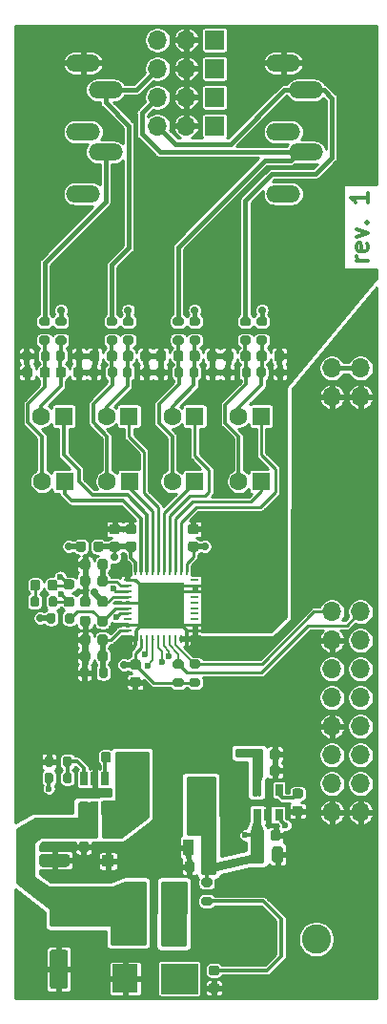
<source format=gbr>
%TF.GenerationSoftware,KiCad,Pcbnew,(5.1.9)-1*%
%TF.CreationDate,2021-06-18T12:26:34+07:00*%
%TF.ProjectId,adau1978,61646175-3139-4373-982e-6b696361645f,rev?*%
%TF.SameCoordinates,Original*%
%TF.FileFunction,Copper,L1,Top*%
%TF.FilePolarity,Positive*%
%FSLAX46Y46*%
G04 Gerber Fmt 4.6, Leading zero omitted, Abs format (unit mm)*
G04 Created by KiCad (PCBNEW (5.1.9)-1) date 2021-06-18 12:26:34*
%MOMM*%
%LPD*%
G01*
G04 APERTURE LIST*
%TA.AperFunction,NonConductor*%
%ADD10C,0.300000*%
%TD*%
%TA.AperFunction,ComponentPad*%
%ADD11O,1.700000X1.700000*%
%TD*%
%TA.AperFunction,SMDPad,CuDef*%
%ADD12R,2.300000X2.500000*%
%TD*%
%TA.AperFunction,SMDPad,CuDef*%
%ADD13R,1.100000X1.100000*%
%TD*%
%TA.AperFunction,ComponentPad*%
%ADD14R,2.600000X2.600000*%
%TD*%
%TA.AperFunction,ComponentPad*%
%ADD15C,2.600000*%
%TD*%
%TA.AperFunction,SMDPad,CuDef*%
%ADD16R,2.413000X3.429000*%
%TD*%
%TA.AperFunction,SMDPad,CuDef*%
%ADD17R,0.650000X1.220000*%
%TD*%
%TA.AperFunction,SMDPad,CuDef*%
%ADD18R,0.650000X1.060000*%
%TD*%
%TA.AperFunction,SMDPad,CuDef*%
%ADD19R,0.750000X0.275000*%
%TD*%
%TA.AperFunction,SMDPad,CuDef*%
%ADD20R,0.275000X0.750000*%
%TD*%
%TA.AperFunction,SMDPad,CuDef*%
%ADD21R,4.050000X4.050000*%
%TD*%
%TA.AperFunction,ComponentPad*%
%ADD22R,1.700000X1.700000*%
%TD*%
%TA.AperFunction,ComponentPad*%
%ADD23C,1.600000*%
%TD*%
%TA.AperFunction,ComponentPad*%
%ADD24R,1.600000X1.600000*%
%TD*%
%TA.AperFunction,ComponentPad*%
%ADD25O,3.016000X1.508000*%
%TD*%
%TA.AperFunction,ViaPad*%
%ADD26C,0.600000*%
%TD*%
%TA.AperFunction,ViaPad*%
%ADD27C,0.700000*%
%TD*%
%TA.AperFunction,Conductor*%
%ADD28C,0.300000*%
%TD*%
%TA.AperFunction,Conductor*%
%ADD29C,0.500000*%
%TD*%
%TA.AperFunction,Conductor*%
%ADD30C,0.250000*%
%TD*%
%TA.AperFunction,Conductor*%
%ADD31C,0.200000*%
%TD*%
%TA.AperFunction,Conductor*%
%ADD32C,0.400000*%
%TD*%
%TA.AperFunction,Conductor*%
%ADD33C,0.254000*%
%TD*%
%TA.AperFunction,Conductor*%
%ADD34C,0.100000*%
%TD*%
%TA.AperFunction,Conductor*%
%ADD35C,0.025400*%
%TD*%
G04 APERTURE END LIST*
D10*
X76180071Y-65638785D02*
X75180071Y-65638785D01*
X75465785Y-65638785D02*
X75322928Y-65567357D01*
X75251500Y-65495928D01*
X75180071Y-65353071D01*
X75180071Y-65210214D01*
X76108642Y-64138785D02*
X76180071Y-64281642D01*
X76180071Y-64567357D01*
X76108642Y-64710214D01*
X75965785Y-64781642D01*
X75394357Y-64781642D01*
X75251500Y-64710214D01*
X75180071Y-64567357D01*
X75180071Y-64281642D01*
X75251500Y-64138785D01*
X75394357Y-64067357D01*
X75537214Y-64067357D01*
X75680071Y-64781642D01*
X75180071Y-63567357D02*
X76180071Y-63210214D01*
X75180071Y-62853071D01*
X76037214Y-62281642D02*
X76108642Y-62210214D01*
X76180071Y-62281642D01*
X76108642Y-62353071D01*
X76037214Y-62281642D01*
X76180071Y-62281642D01*
X76180071Y-59638785D02*
X76180071Y-60495928D01*
X76180071Y-60067357D02*
X74680071Y-60067357D01*
X74894357Y-60210214D01*
X75037214Y-60353071D01*
X75108642Y-60495928D01*
D11*
%TO.P,D5,1*%
%TO.N,VIN*%
X73025000Y-75184000D03*
%TO.P,D5,2*%
X75565000Y-75184000D03*
%TO.P,D5,3*%
%TO.N,GND*%
X73025000Y-77724000D03*
%TO.P,D5,4*%
X75565000Y-77724000D03*
%TO.P,D5,5*%
%TO.N,/SCL*%
X73025000Y-96774000D03*
%TO.P,D5,6*%
%TO.N,/SDA*%
X75565000Y-96774000D03*
%TO.P,D5,7*%
%TO.N,GND*%
X73025000Y-99314000D03*
%TO.P,D5,8*%
%TO.N,Net-(D5-Pad8)*%
X75565000Y-99314000D03*
%TO.P,D5,9*%
%TO.N,/MCLKIN*%
X73025000Y-101854000D03*
%TO.P,D5,10*%
%TO.N,Net-(D5-Pad10)*%
X75565000Y-101854000D03*
%TO.P,D5,11*%
%TO.N,/BCLK*%
X73025000Y-104394000D03*
%TO.P,D5,12*%
%TO.N,/LRCLK*%
X75565000Y-104394000D03*
%TO.P,D5,13*%
%TO.N,GND*%
X73025000Y-106934000D03*
%TO.P,D5,14*%
%TO.N,Net-(D5-Pad14)*%
X75565000Y-106934000D03*
%TO.P,D5,15*%
%TO.N,Net-(D5-Pad15)*%
X73025000Y-109474000D03*
%TO.P,D5,16*%
%TO.N,/SDATAOUT1*%
X75565000Y-109474000D03*
%TO.P,D5,17*%
%TO.N,/SDATAOUT2*%
X73025000Y-112014000D03*
%TO.P,D5,18*%
%TO.N,Net-(D5-Pad18)*%
X75565000Y-112014000D03*
%TO.P,D5,19*%
%TO.N,GND*%
X73025000Y-114554000D03*
%TO.P,D5,20*%
X75565000Y-114554000D03*
%TD*%
%TO.P,C1,1*%
%TO.N,Net-(C1-Pad1)*%
%TA.AperFunction,SMDPad,CuDef*%
G36*
G01*
X48218000Y-121116500D02*
X49318000Y-121116500D01*
G75*
G02*
X49568000Y-121366500I0J-250000D01*
G01*
X49568000Y-124366500D01*
G75*
G02*
X49318000Y-124616500I-250000J0D01*
G01*
X48218000Y-124616500D01*
G75*
G02*
X47968000Y-124366500I0J250000D01*
G01*
X47968000Y-121366500D01*
G75*
G02*
X48218000Y-121116500I250000J0D01*
G01*
G37*
%TD.AperFunction*%
%TO.P,C1,2*%
%TO.N,GND*%
%TA.AperFunction,SMDPad,CuDef*%
G36*
G01*
X48218000Y-126716500D02*
X49318000Y-126716500D01*
G75*
G02*
X49568000Y-126966500I0J-250000D01*
G01*
X49568000Y-129966500D01*
G75*
G02*
X49318000Y-130216500I-250000J0D01*
G01*
X48218000Y-130216500D01*
G75*
G02*
X47968000Y-129966500I0J250000D01*
G01*
X47968000Y-126966500D01*
G75*
G02*
X48218000Y-126716500I250000J0D01*
G01*
G37*
%TD.AperFunction*%
%TD*%
%TO.P,C2,2*%
%TO.N,Net-(C12-Pad2)*%
%TA.AperFunction,SMDPad,CuDef*%
G36*
G01*
X64904500Y-74354500D02*
X64904500Y-73854500D01*
G75*
G02*
X65129500Y-73629500I225000J0D01*
G01*
X65579500Y-73629500D01*
G75*
G02*
X65804500Y-73854500I0J-225000D01*
G01*
X65804500Y-74354500D01*
G75*
G02*
X65579500Y-74579500I-225000J0D01*
G01*
X65129500Y-74579500D01*
G75*
G02*
X64904500Y-74354500I0J225000D01*
G01*
G37*
%TD.AperFunction*%
%TO.P,C2,1*%
%TO.N,GND*%
%TA.AperFunction,SMDPad,CuDef*%
G36*
G01*
X63354500Y-74354500D02*
X63354500Y-73854500D01*
G75*
G02*
X63579500Y-73629500I225000J0D01*
G01*
X64029500Y-73629500D01*
G75*
G02*
X64254500Y-73854500I0J-225000D01*
G01*
X64254500Y-74354500D01*
G75*
G02*
X64029500Y-74579500I-225000J0D01*
G01*
X63579500Y-74579500D01*
G75*
G02*
X63354500Y-74354500I0J225000D01*
G01*
G37*
%TD.AperFunction*%
%TD*%
%TO.P,C10,1*%
%TO.N,Net-(C1-Pad1)*%
%TA.AperFunction,SMDPad,CuDef*%
G36*
G01*
X47286999Y-115298000D02*
X49487001Y-115298000D01*
G75*
G02*
X49737000Y-115547999I0J-249999D01*
G01*
X49737000Y-116198001D01*
G75*
G02*
X49487001Y-116448000I-249999J0D01*
G01*
X47286999Y-116448000D01*
G75*
G02*
X47037000Y-116198001I0J249999D01*
G01*
X47037000Y-115547999D01*
G75*
G02*
X47286999Y-115298000I249999J0D01*
G01*
G37*
%TD.AperFunction*%
%TO.P,C10,2*%
%TO.N,GND*%
%TA.AperFunction,SMDPad,CuDef*%
G36*
G01*
X47286999Y-118248000D02*
X49487001Y-118248000D01*
G75*
G02*
X49737000Y-118497999I0J-249999D01*
G01*
X49737000Y-119148001D01*
G75*
G02*
X49487001Y-119398000I-249999J0D01*
G01*
X47286999Y-119398000D01*
G75*
G02*
X47037000Y-119148001I0J249999D01*
G01*
X47037000Y-118497999D01*
G75*
G02*
X47286999Y-118248000I249999J0D01*
G01*
G37*
%TD.AperFunction*%
%TD*%
%TO.P,C11,1*%
%TO.N,Net-(C1-Pad1)*%
%TA.AperFunction,SMDPad,CuDef*%
G36*
G01*
X50740500Y-115615000D02*
X51240500Y-115615000D01*
G75*
G02*
X51465500Y-115840000I0J-225000D01*
G01*
X51465500Y-116290000D01*
G75*
G02*
X51240500Y-116515000I-225000J0D01*
G01*
X50740500Y-116515000D01*
G75*
G02*
X50515500Y-116290000I0J225000D01*
G01*
X50515500Y-115840000D01*
G75*
G02*
X50740500Y-115615000I225000J0D01*
G01*
G37*
%TD.AperFunction*%
%TO.P,C11,2*%
%TO.N,GND*%
%TA.AperFunction,SMDPad,CuDef*%
G36*
G01*
X50740500Y-117165000D02*
X51240500Y-117165000D01*
G75*
G02*
X51465500Y-117390000I0J-225000D01*
G01*
X51465500Y-117840000D01*
G75*
G02*
X51240500Y-118065000I-225000J0D01*
G01*
X50740500Y-118065000D01*
G75*
G02*
X50515500Y-117840000I0J225000D01*
G01*
X50515500Y-117390000D01*
G75*
G02*
X50740500Y-117165000I225000J0D01*
G01*
G37*
%TD.AperFunction*%
%TD*%
%TO.P,C20,2*%
%TO.N,Net-(C20-Pad2)*%
%TA.AperFunction,SMDPad,CuDef*%
G36*
G01*
X54046000Y-109914500D02*
X54046000Y-109414500D01*
G75*
G02*
X54271000Y-109189500I225000J0D01*
G01*
X54721000Y-109189500D01*
G75*
G02*
X54946000Y-109414500I0J-225000D01*
G01*
X54946000Y-109914500D01*
G75*
G02*
X54721000Y-110139500I-225000J0D01*
G01*
X54271000Y-110139500D01*
G75*
G02*
X54046000Y-109914500I0J225000D01*
G01*
G37*
%TD.AperFunction*%
%TO.P,C20,1*%
%TO.N,Net-(C20-Pad1)*%
%TA.AperFunction,SMDPad,CuDef*%
G36*
G01*
X52496000Y-109914500D02*
X52496000Y-109414500D01*
G75*
G02*
X52721000Y-109189500I225000J0D01*
G01*
X53171000Y-109189500D01*
G75*
G02*
X53396000Y-109414500I0J-225000D01*
G01*
X53396000Y-109914500D01*
G75*
G02*
X53171000Y-110139500I-225000J0D01*
G01*
X52721000Y-110139500D01*
G75*
G02*
X52496000Y-109914500I0J225000D01*
G01*
G37*
%TD.AperFunction*%
%TD*%
%TO.P,C21,1*%
%TO.N,Net-(C21-Pad1)*%
%TA.AperFunction,SMDPad,CuDef*%
G36*
G01*
X53104500Y-97349500D02*
X53104500Y-97849500D01*
G75*
G02*
X52879500Y-98074500I-225000J0D01*
G01*
X52429500Y-98074500D01*
G75*
G02*
X52204500Y-97849500I0J225000D01*
G01*
X52204500Y-97349500D01*
G75*
G02*
X52429500Y-97124500I225000J0D01*
G01*
X52879500Y-97124500D01*
G75*
G02*
X53104500Y-97349500I0J-225000D01*
G01*
G37*
%TD.AperFunction*%
%TO.P,C21,2*%
%TO.N,GND*%
%TA.AperFunction,SMDPad,CuDef*%
G36*
G01*
X51554500Y-97349500D02*
X51554500Y-97849500D01*
G75*
G02*
X51329500Y-98074500I-225000J0D01*
G01*
X50879500Y-98074500D01*
G75*
G02*
X50654500Y-97849500I0J225000D01*
G01*
X50654500Y-97349500D01*
G75*
G02*
X50879500Y-97124500I225000J0D01*
G01*
X51329500Y-97124500D01*
G75*
G02*
X51554500Y-97349500I0J-225000D01*
G01*
G37*
%TD.AperFunction*%
%TD*%
%TO.P,C22,1*%
%TO.N,+5V*%
%TA.AperFunction,SMDPad,CuDef*%
G36*
G01*
X62664000Y-117190500D02*
X62664000Y-118140500D01*
G75*
G02*
X62414000Y-118390500I-250000J0D01*
G01*
X61914000Y-118390500D01*
G75*
G02*
X61664000Y-118140500I0J250000D01*
G01*
X61664000Y-117190500D01*
G75*
G02*
X61914000Y-116940500I250000J0D01*
G01*
X62414000Y-116940500D01*
G75*
G02*
X62664000Y-117190500I0J-250000D01*
G01*
G37*
%TD.AperFunction*%
%TO.P,C22,2*%
%TO.N,GND*%
%TA.AperFunction,SMDPad,CuDef*%
G36*
G01*
X60764000Y-117190500D02*
X60764000Y-118140500D01*
G75*
G02*
X60514000Y-118390500I-250000J0D01*
G01*
X60014000Y-118390500D01*
G75*
G02*
X59764000Y-118140500I0J250000D01*
G01*
X59764000Y-117190500D01*
G75*
G02*
X60014000Y-116940500I250000J0D01*
G01*
X60514000Y-116940500D01*
G75*
G02*
X60764000Y-117190500I0J-250000D01*
G01*
G37*
%TD.AperFunction*%
%TD*%
%TO.P,C23,2*%
%TO.N,GND*%
%TA.AperFunction,SMDPad,CuDef*%
G36*
G01*
X60825500Y-119130000D02*
X60825500Y-119630000D01*
G75*
G02*
X60600500Y-119855000I-225000J0D01*
G01*
X60150500Y-119855000D01*
G75*
G02*
X59925500Y-119630000I0J225000D01*
G01*
X59925500Y-119130000D01*
G75*
G02*
X60150500Y-118905000I225000J0D01*
G01*
X60600500Y-118905000D01*
G75*
G02*
X60825500Y-119130000I0J-225000D01*
G01*
G37*
%TD.AperFunction*%
%TO.P,C23,1*%
%TO.N,+5V*%
%TA.AperFunction,SMDPad,CuDef*%
G36*
G01*
X62375500Y-119130000D02*
X62375500Y-119630000D01*
G75*
G02*
X62150500Y-119855000I-225000J0D01*
G01*
X61700500Y-119855000D01*
G75*
G02*
X61475500Y-119630000I0J225000D01*
G01*
X61475500Y-119130000D01*
G75*
G02*
X61700500Y-118905000I225000J0D01*
G01*
X62150500Y-118905000D01*
G75*
G02*
X62375500Y-119130000I0J-225000D01*
G01*
G37*
%TD.AperFunction*%
%TD*%
%TO.P,C24,2*%
%TO.N,GND*%
%TA.AperFunction,SMDPad,CuDef*%
G36*
G01*
X67696500Y-118775500D02*
X67696500Y-117825500D01*
G75*
G02*
X67946500Y-117575500I250000J0D01*
G01*
X68446500Y-117575500D01*
G75*
G02*
X68696500Y-117825500I0J-250000D01*
G01*
X68696500Y-118775500D01*
G75*
G02*
X68446500Y-119025500I-250000J0D01*
G01*
X67946500Y-119025500D01*
G75*
G02*
X67696500Y-118775500I0J250000D01*
G01*
G37*
%TD.AperFunction*%
%TO.P,C24,1*%
%TO.N,+5V*%
%TA.AperFunction,SMDPad,CuDef*%
G36*
G01*
X65796500Y-118775500D02*
X65796500Y-117825500D01*
G75*
G02*
X66046500Y-117575500I250000J0D01*
G01*
X66546500Y-117575500D01*
G75*
G02*
X66796500Y-117825500I0J-250000D01*
G01*
X66796500Y-118775500D01*
G75*
G02*
X66546500Y-119025500I-250000J0D01*
G01*
X66046500Y-119025500D01*
G75*
G02*
X65796500Y-118775500I0J250000D01*
G01*
G37*
%TD.AperFunction*%
%TD*%
%TO.P,C25,1*%
%TO.N,+5V*%
%TA.AperFunction,SMDPad,CuDef*%
G36*
G01*
X66021500Y-116836000D02*
X66021500Y-116336000D01*
G75*
G02*
X66246500Y-116111000I225000J0D01*
G01*
X66696500Y-116111000D01*
G75*
G02*
X66921500Y-116336000I0J-225000D01*
G01*
X66921500Y-116836000D01*
G75*
G02*
X66696500Y-117061000I-225000J0D01*
G01*
X66246500Y-117061000D01*
G75*
G02*
X66021500Y-116836000I0J225000D01*
G01*
G37*
%TD.AperFunction*%
%TO.P,C25,2*%
%TO.N,GND*%
%TA.AperFunction,SMDPad,CuDef*%
G36*
G01*
X67571500Y-116836000D02*
X67571500Y-116336000D01*
G75*
G02*
X67796500Y-116111000I225000J0D01*
G01*
X68246500Y-116111000D01*
G75*
G02*
X68471500Y-116336000I0J-225000D01*
G01*
X68471500Y-116836000D01*
G75*
G02*
X68246500Y-117061000I-225000J0D01*
G01*
X67796500Y-117061000D01*
G75*
G02*
X67571500Y-116836000I0J225000D01*
G01*
G37*
%TD.AperFunction*%
%TD*%
%TO.P,C26,1*%
%TO.N,Net-(C26-Pad1)*%
%TA.AperFunction,SMDPad,CuDef*%
G36*
G01*
X69727000Y-112440000D02*
X70227000Y-112440000D01*
G75*
G02*
X70452000Y-112665000I0J-225000D01*
G01*
X70452000Y-113115000D01*
G75*
G02*
X70227000Y-113340000I-225000J0D01*
G01*
X69727000Y-113340000D01*
G75*
G02*
X69502000Y-113115000I0J225000D01*
G01*
X69502000Y-112665000D01*
G75*
G02*
X69727000Y-112440000I225000J0D01*
G01*
G37*
%TD.AperFunction*%
%TO.P,C26,2*%
%TO.N,GND*%
%TA.AperFunction,SMDPad,CuDef*%
G36*
G01*
X69727000Y-113990000D02*
X70227000Y-113990000D01*
G75*
G02*
X70452000Y-114215000I0J-225000D01*
G01*
X70452000Y-114665000D01*
G75*
G02*
X70227000Y-114890000I-225000J0D01*
G01*
X69727000Y-114890000D01*
G75*
G02*
X69502000Y-114665000I0J225000D01*
G01*
X69502000Y-114215000D01*
G75*
G02*
X69727000Y-113990000I225000J0D01*
G01*
G37*
%TD.AperFunction*%
%TD*%
%TO.P,C27,2*%
%TO.N,GND*%
%TA.AperFunction,SMDPad,CuDef*%
G36*
G01*
X67508000Y-109660500D02*
X67508000Y-109160500D01*
G75*
G02*
X67733000Y-108935500I225000J0D01*
G01*
X68183000Y-108935500D01*
G75*
G02*
X68408000Y-109160500I0J-225000D01*
G01*
X68408000Y-109660500D01*
G75*
G02*
X68183000Y-109885500I-225000J0D01*
G01*
X67733000Y-109885500D01*
G75*
G02*
X67508000Y-109660500I0J225000D01*
G01*
G37*
%TD.AperFunction*%
%TO.P,C27,1*%
%TO.N,+3.3VA*%
%TA.AperFunction,SMDPad,CuDef*%
G36*
G01*
X65958000Y-109660500D02*
X65958000Y-109160500D01*
G75*
G02*
X66183000Y-108935500I225000J0D01*
G01*
X66633000Y-108935500D01*
G75*
G02*
X66858000Y-109160500I0J-225000D01*
G01*
X66858000Y-109660500D01*
G75*
G02*
X66633000Y-109885500I-225000J0D01*
G01*
X66183000Y-109885500D01*
G75*
G02*
X65958000Y-109660500I0J225000D01*
G01*
G37*
%TD.AperFunction*%
%TD*%
%TO.P,C28,1*%
%TO.N,+3.3VA*%
%TA.AperFunction,SMDPad,CuDef*%
G36*
G01*
X65958000Y-111121000D02*
X65958000Y-110621000D01*
G75*
G02*
X66183000Y-110396000I225000J0D01*
G01*
X66633000Y-110396000D01*
G75*
G02*
X66858000Y-110621000I0J-225000D01*
G01*
X66858000Y-111121000D01*
G75*
G02*
X66633000Y-111346000I-225000J0D01*
G01*
X66183000Y-111346000D01*
G75*
G02*
X65958000Y-111121000I0J225000D01*
G01*
G37*
%TD.AperFunction*%
%TO.P,C28,2*%
%TO.N,GND*%
%TA.AperFunction,SMDPad,CuDef*%
G36*
G01*
X67508000Y-111121000D02*
X67508000Y-110621000D01*
G75*
G02*
X67733000Y-110396000I225000J0D01*
G01*
X68183000Y-110396000D01*
G75*
G02*
X68408000Y-110621000I0J-225000D01*
G01*
X68408000Y-111121000D01*
G75*
G02*
X68183000Y-111346000I-225000J0D01*
G01*
X67733000Y-111346000D01*
G75*
G02*
X67508000Y-111121000I0J225000D01*
G01*
G37*
%TD.AperFunction*%
%TD*%
%TO.P,C29,2*%
%TO.N,Net-(C29-Pad2)*%
%TA.AperFunction,SMDPad,CuDef*%
G36*
G01*
X47109500Y-94174500D02*
X47109500Y-94674500D01*
G75*
G02*
X46884500Y-94899500I-225000J0D01*
G01*
X46434500Y-94899500D01*
G75*
G02*
X46209500Y-94674500I0J225000D01*
G01*
X46209500Y-94174500D01*
G75*
G02*
X46434500Y-93949500I225000J0D01*
G01*
X46884500Y-93949500D01*
G75*
G02*
X47109500Y-94174500I0J-225000D01*
G01*
G37*
%TD.AperFunction*%
%TO.P,C29,1*%
%TO.N,Net-(C29-Pad1)*%
%TA.AperFunction,SMDPad,CuDef*%
G36*
G01*
X48659500Y-94174500D02*
X48659500Y-94674500D01*
G75*
G02*
X48434500Y-94899500I-225000J0D01*
G01*
X47984500Y-94899500D01*
G75*
G02*
X47759500Y-94674500I0J225000D01*
G01*
X47759500Y-94174500D01*
G75*
G02*
X47984500Y-93949500I225000J0D01*
G01*
X48434500Y-93949500D01*
G75*
G02*
X48659500Y-94174500I0J-225000D01*
G01*
G37*
%TD.AperFunction*%
%TD*%
%TO.P,C30,1*%
%TO.N,Net-(C29-Pad1)*%
%TA.AperFunction,SMDPad,CuDef*%
G36*
G01*
X49407000Y-93898000D02*
X49907000Y-93898000D01*
G75*
G02*
X50132000Y-94123000I0J-225000D01*
G01*
X50132000Y-94573000D01*
G75*
G02*
X49907000Y-94798000I-225000J0D01*
G01*
X49407000Y-94798000D01*
G75*
G02*
X49182000Y-94573000I0J225000D01*
G01*
X49182000Y-94123000D01*
G75*
G02*
X49407000Y-93898000I225000J0D01*
G01*
G37*
%TD.AperFunction*%
%TO.P,C30,2*%
%TO.N,/AVDD*%
%TA.AperFunction,SMDPad,CuDef*%
G36*
G01*
X49407000Y-95448000D02*
X49907000Y-95448000D01*
G75*
G02*
X50132000Y-95673000I0J-225000D01*
G01*
X50132000Y-96123000D01*
G75*
G02*
X49907000Y-96348000I-225000J0D01*
G01*
X49407000Y-96348000D01*
G75*
G02*
X49182000Y-96123000I0J225000D01*
G01*
X49182000Y-95673000D01*
G75*
G02*
X49407000Y-95448000I225000J0D01*
G01*
G37*
%TD.AperFunction*%
%TD*%
%TO.P,C31,1*%
%TO.N,/DVDD*%
%TA.AperFunction,SMDPad,CuDef*%
G36*
G01*
X53104500Y-100461000D02*
X53104500Y-100961000D01*
G75*
G02*
X52879500Y-101186000I-225000J0D01*
G01*
X52429500Y-101186000D01*
G75*
G02*
X52204500Y-100961000I0J225000D01*
G01*
X52204500Y-100461000D01*
G75*
G02*
X52429500Y-100236000I225000J0D01*
G01*
X52879500Y-100236000D01*
G75*
G02*
X53104500Y-100461000I0J-225000D01*
G01*
G37*
%TD.AperFunction*%
%TO.P,C31,2*%
%TO.N,GND*%
%TA.AperFunction,SMDPad,CuDef*%
G36*
G01*
X51554500Y-100461000D02*
X51554500Y-100961000D01*
G75*
G02*
X51329500Y-101186000I-225000J0D01*
G01*
X50879500Y-101186000D01*
G75*
G02*
X50654500Y-100961000I0J225000D01*
G01*
X50654500Y-100461000D01*
G75*
G02*
X50879500Y-100236000I225000J0D01*
G01*
X51329500Y-100236000D01*
G75*
G02*
X51554500Y-100461000I0J-225000D01*
G01*
G37*
%TD.AperFunction*%
%TD*%
%TO.P,C32,2*%
%TO.N,GND*%
%TA.AperFunction,SMDPad,CuDef*%
G36*
G01*
X51554500Y-92333000D02*
X51554500Y-92833000D01*
G75*
G02*
X51329500Y-93058000I-225000J0D01*
G01*
X50879500Y-93058000D01*
G75*
G02*
X50654500Y-92833000I0J225000D01*
G01*
X50654500Y-92333000D01*
G75*
G02*
X50879500Y-92108000I225000J0D01*
G01*
X51329500Y-92108000D01*
G75*
G02*
X51554500Y-92333000I0J-225000D01*
G01*
G37*
%TD.AperFunction*%
%TO.P,C32,1*%
%TO.N,/VREF*%
%TA.AperFunction,SMDPad,CuDef*%
G36*
G01*
X53104500Y-92333000D02*
X53104500Y-92833000D01*
G75*
G02*
X52879500Y-93058000I-225000J0D01*
G01*
X52429500Y-93058000D01*
G75*
G02*
X52204500Y-92833000I0J225000D01*
G01*
X52204500Y-92333000D01*
G75*
G02*
X52429500Y-92108000I225000J0D01*
G01*
X52879500Y-92108000D01*
G75*
G02*
X53104500Y-92333000I0J-225000D01*
G01*
G37*
%TD.AperFunction*%
%TD*%
%TO.P,C33,2*%
%TO.N,GND*%
%TA.AperFunction,SMDPad,CuDef*%
G36*
G01*
X53971000Y-89908500D02*
X53471000Y-89908500D01*
G75*
G02*
X53246000Y-89683500I0J225000D01*
G01*
X53246000Y-89233500D01*
G75*
G02*
X53471000Y-89008500I225000J0D01*
G01*
X53971000Y-89008500D01*
G75*
G02*
X54196000Y-89233500I0J-225000D01*
G01*
X54196000Y-89683500D01*
G75*
G02*
X53971000Y-89908500I-225000J0D01*
G01*
G37*
%TD.AperFunction*%
%TO.P,C33,1*%
%TO.N,/AVDD*%
%TA.AperFunction,SMDPad,CuDef*%
G36*
G01*
X53971000Y-91458500D02*
X53471000Y-91458500D01*
G75*
G02*
X53246000Y-91233500I0J225000D01*
G01*
X53246000Y-90783500D01*
G75*
G02*
X53471000Y-90558500I225000J0D01*
G01*
X53971000Y-90558500D01*
G75*
G02*
X54196000Y-90783500I0J-225000D01*
G01*
X54196000Y-91233500D01*
G75*
G02*
X53971000Y-91458500I-225000J0D01*
G01*
G37*
%TD.AperFunction*%
%TD*%
%TO.P,C34,2*%
%TO.N,GND*%
%TA.AperFunction,SMDPad,CuDef*%
G36*
G01*
X51554500Y-99000500D02*
X51554500Y-99500500D01*
G75*
G02*
X51329500Y-99725500I-225000J0D01*
G01*
X50879500Y-99725500D01*
G75*
G02*
X50654500Y-99500500I0J225000D01*
G01*
X50654500Y-99000500D01*
G75*
G02*
X50879500Y-98775500I225000J0D01*
G01*
X51329500Y-98775500D01*
G75*
G02*
X51554500Y-99000500I0J-225000D01*
G01*
G37*
%TD.AperFunction*%
%TO.P,C34,1*%
%TO.N,/DVDD*%
%TA.AperFunction,SMDPad,CuDef*%
G36*
G01*
X53104500Y-99000500D02*
X53104500Y-99500500D01*
G75*
G02*
X52879500Y-99725500I-225000J0D01*
G01*
X52429500Y-99725500D01*
G75*
G02*
X52204500Y-99500500I0J225000D01*
G01*
X52204500Y-99000500D01*
G75*
G02*
X52429500Y-98775500I225000J0D01*
G01*
X52879500Y-98775500D01*
G75*
G02*
X53104500Y-99000500I0J-225000D01*
G01*
G37*
%TD.AperFunction*%
%TD*%
%TO.P,C35,1*%
%TO.N,/VREF*%
%TA.AperFunction,SMDPad,CuDef*%
G36*
G01*
X53104500Y-93793500D02*
X53104500Y-94293500D01*
G75*
G02*
X52879500Y-94518500I-225000J0D01*
G01*
X52429500Y-94518500D01*
G75*
G02*
X52204500Y-94293500I0J225000D01*
G01*
X52204500Y-93793500D01*
G75*
G02*
X52429500Y-93568500I225000J0D01*
G01*
X52879500Y-93568500D01*
G75*
G02*
X53104500Y-93793500I0J-225000D01*
G01*
G37*
%TD.AperFunction*%
%TO.P,C35,2*%
%TO.N,GND*%
%TA.AperFunction,SMDPad,CuDef*%
G36*
G01*
X51554500Y-93793500D02*
X51554500Y-94293500D01*
G75*
G02*
X51329500Y-94518500I-225000J0D01*
G01*
X50879500Y-94518500D01*
G75*
G02*
X50654500Y-94293500I0J225000D01*
G01*
X50654500Y-93793500D01*
G75*
G02*
X50879500Y-93568500I225000J0D01*
G01*
X51329500Y-93568500D01*
G75*
G02*
X51554500Y-93793500I0J-225000D01*
G01*
G37*
%TD.AperFunction*%
%TD*%
%TO.P,C36,2*%
%TO.N,GND*%
%TA.AperFunction,SMDPad,CuDef*%
G36*
G01*
X51554500Y-95635000D02*
X51554500Y-96135000D01*
G75*
G02*
X51329500Y-96360000I-225000J0D01*
G01*
X50879500Y-96360000D01*
G75*
G02*
X50654500Y-96135000I0J225000D01*
G01*
X50654500Y-95635000D01*
G75*
G02*
X50879500Y-95410000I225000J0D01*
G01*
X51329500Y-95410000D01*
G75*
G02*
X51554500Y-95635000I0J-225000D01*
G01*
G37*
%TD.AperFunction*%
%TO.P,C36,1*%
%TO.N,/AVDD*%
%TA.AperFunction,SMDPad,CuDef*%
G36*
G01*
X53104500Y-95635000D02*
X53104500Y-96135000D01*
G75*
G02*
X52879500Y-96360000I-225000J0D01*
G01*
X52429500Y-96360000D01*
G75*
G02*
X52204500Y-96135000I0J225000D01*
G01*
X52204500Y-95635000D01*
G75*
G02*
X52429500Y-95410000I225000J0D01*
G01*
X52879500Y-95410000D01*
G75*
G02*
X53104500Y-95635000I0J-225000D01*
G01*
G37*
%TD.AperFunction*%
%TD*%
%TO.P,C37,2*%
%TO.N,GND*%
%TA.AperFunction,SMDPad,CuDef*%
G36*
G01*
X55431500Y-89908500D02*
X54931500Y-89908500D01*
G75*
G02*
X54706500Y-89683500I0J225000D01*
G01*
X54706500Y-89233500D01*
G75*
G02*
X54931500Y-89008500I225000J0D01*
G01*
X55431500Y-89008500D01*
G75*
G02*
X55656500Y-89233500I0J-225000D01*
G01*
X55656500Y-89683500D01*
G75*
G02*
X55431500Y-89908500I-225000J0D01*
G01*
G37*
%TD.AperFunction*%
%TO.P,C37,1*%
%TO.N,/AVDD*%
%TA.AperFunction,SMDPad,CuDef*%
G36*
G01*
X55431500Y-91458500D02*
X54931500Y-91458500D01*
G75*
G02*
X54706500Y-91233500I0J225000D01*
G01*
X54706500Y-90783500D01*
G75*
G02*
X54931500Y-90558500I225000J0D01*
G01*
X55431500Y-90558500D01*
G75*
G02*
X55656500Y-90783500I0J-225000D01*
G01*
X55656500Y-91233500D01*
G75*
G02*
X55431500Y-91458500I-225000J0D01*
G01*
G37*
%TD.AperFunction*%
%TD*%
%TO.P,C38,1*%
%TO.N,+3.3VA*%
%TA.AperFunction,SMDPad,CuDef*%
G36*
G01*
X55312500Y-101010000D02*
X55812500Y-101010000D01*
G75*
G02*
X56037500Y-101235000I0J-225000D01*
G01*
X56037500Y-101685000D01*
G75*
G02*
X55812500Y-101910000I-225000J0D01*
G01*
X55312500Y-101910000D01*
G75*
G02*
X55087500Y-101685000I0J225000D01*
G01*
X55087500Y-101235000D01*
G75*
G02*
X55312500Y-101010000I225000J0D01*
G01*
G37*
%TD.AperFunction*%
%TO.P,C38,2*%
%TO.N,GND*%
%TA.AperFunction,SMDPad,CuDef*%
G36*
G01*
X55312500Y-102560000D02*
X55812500Y-102560000D01*
G75*
G02*
X56037500Y-102785000I0J-225000D01*
G01*
X56037500Y-103235000D01*
G75*
G02*
X55812500Y-103460000I-225000J0D01*
G01*
X55312500Y-103460000D01*
G75*
G02*
X55087500Y-103235000I0J225000D01*
G01*
X55087500Y-102785000D01*
G75*
G02*
X55312500Y-102560000I225000J0D01*
G01*
G37*
%TD.AperFunction*%
%TD*%
%TO.P,C39,1*%
%TO.N,/AVDD*%
%TA.AperFunction,SMDPad,CuDef*%
G36*
G01*
X60956000Y-91458500D02*
X60456000Y-91458500D01*
G75*
G02*
X60231000Y-91233500I0J225000D01*
G01*
X60231000Y-90783500D01*
G75*
G02*
X60456000Y-90558500I225000J0D01*
G01*
X60956000Y-90558500D01*
G75*
G02*
X61181000Y-90783500I0J-225000D01*
G01*
X61181000Y-91233500D01*
G75*
G02*
X60956000Y-91458500I-225000J0D01*
G01*
G37*
%TD.AperFunction*%
%TO.P,C39,2*%
%TO.N,GND*%
%TA.AperFunction,SMDPad,CuDef*%
G36*
G01*
X60956000Y-89908500D02*
X60456000Y-89908500D01*
G75*
G02*
X60231000Y-89683500I0J225000D01*
G01*
X60231000Y-89233500D01*
G75*
G02*
X60456000Y-89008500I225000J0D01*
G01*
X60956000Y-89008500D01*
G75*
G02*
X61181000Y-89233500I0J-225000D01*
G01*
X61181000Y-89683500D01*
G75*
G02*
X60956000Y-89908500I-225000J0D01*
G01*
G37*
%TD.AperFunction*%
%TD*%
D12*
%TO.P,D2,1*%
%TO.N,Net-(C1-Pad1)*%
X54673500Y-124977000D03*
%TO.P,D2,2*%
%TO.N,GND*%
X54673500Y-129277000D03*
%TD*%
D13*
%TO.P,D3,1*%
%TO.N,Net-(C20-Pad2)*%
X53149500Y-116075000D03*
%TO.P,D3,2*%
%TO.N,GND*%
X53149500Y-118875000D03*
%TD*%
%TO.P,D4,1*%
%TO.N,GND*%
%TA.AperFunction,SMDPad,CuDef*%
G36*
G01*
X62803750Y-130574500D02*
X62291250Y-130574500D01*
G75*
G02*
X62072500Y-130355750I0J218750D01*
G01*
X62072500Y-129918250D01*
G75*
G02*
X62291250Y-129699500I218750J0D01*
G01*
X62803750Y-129699500D01*
G75*
G02*
X63022500Y-129918250I0J-218750D01*
G01*
X63022500Y-130355750D01*
G75*
G02*
X62803750Y-130574500I-218750J0D01*
G01*
G37*
%TD.AperFunction*%
%TO.P,D4,2*%
%TO.N,Net-(D4-Pad2)*%
%TA.AperFunction,SMDPad,CuDef*%
G36*
G01*
X62803750Y-128999500D02*
X62291250Y-128999500D01*
G75*
G02*
X62072500Y-128780750I0J218750D01*
G01*
X62072500Y-128343250D01*
G75*
G02*
X62291250Y-128124500I218750J0D01*
G01*
X62803750Y-128124500D01*
G75*
G02*
X63022500Y-128343250I0J-218750D01*
G01*
X63022500Y-128780750D01*
G75*
G02*
X62803750Y-128999500I-218750J0D01*
G01*
G37*
%TD.AperFunction*%
%TD*%
D14*
%TO.P,J1,1*%
%TO.N,GND*%
X66548000Y-125793500D03*
D15*
%TO.P,J1,2*%
%TO.N,Net-(D1-Pad2)*%
X71628000Y-125793500D03*
%TD*%
D16*
%TO.P,L1,1*%
%TO.N,Net-(C20-Pad2)*%
X55562500Y-113157000D03*
%TO.P,L1,2*%
%TO.N,+5V*%
X61404500Y-113157000D03*
%TD*%
%TO.P,R1,2*%
%TO.N,Net-(J2-Pad2)*%
%TA.AperFunction,SMDPad,CuDef*%
G36*
G01*
X65616500Y-71457000D02*
X65066500Y-71457000D01*
G75*
G02*
X64866500Y-71257000I0J200000D01*
G01*
X64866500Y-70857000D01*
G75*
G02*
X65066500Y-70657000I200000J0D01*
G01*
X65616500Y-70657000D01*
G75*
G02*
X65816500Y-70857000I0J-200000D01*
G01*
X65816500Y-71257000D01*
G75*
G02*
X65616500Y-71457000I-200000J0D01*
G01*
G37*
%TD.AperFunction*%
%TO.P,R1,1*%
%TO.N,Net-(C12-Pad2)*%
%TA.AperFunction,SMDPad,CuDef*%
G36*
G01*
X65616500Y-73107000D02*
X65066500Y-73107000D01*
G75*
G02*
X64866500Y-72907000I0J200000D01*
G01*
X64866500Y-72507000D01*
G75*
G02*
X65066500Y-72307000I200000J0D01*
G01*
X65616500Y-72307000D01*
G75*
G02*
X65816500Y-72507000I0J-200000D01*
G01*
X65816500Y-72907000D01*
G75*
G02*
X65616500Y-73107000I-200000J0D01*
G01*
G37*
%TD.AperFunction*%
%TD*%
%TO.P,R9,2*%
%TO.N,Net-(C12-Pad2)*%
%TA.AperFunction,SMDPad,CuDef*%
G36*
G01*
X65004500Y-75840000D02*
X65004500Y-75290000D01*
G75*
G02*
X65204500Y-75090000I200000J0D01*
G01*
X65604500Y-75090000D01*
G75*
G02*
X65804500Y-75290000I0J-200000D01*
G01*
X65804500Y-75840000D01*
G75*
G02*
X65604500Y-76040000I-200000J0D01*
G01*
X65204500Y-76040000D01*
G75*
G02*
X65004500Y-75840000I0J200000D01*
G01*
G37*
%TD.AperFunction*%
%TO.P,R9,1*%
%TO.N,GND*%
%TA.AperFunction,SMDPad,CuDef*%
G36*
G01*
X63354500Y-75840000D02*
X63354500Y-75290000D01*
G75*
G02*
X63554500Y-75090000I200000J0D01*
G01*
X63954500Y-75090000D01*
G75*
G02*
X64154500Y-75290000I0J-200000D01*
G01*
X64154500Y-75840000D01*
G75*
G02*
X63954500Y-76040000I-200000J0D01*
G01*
X63554500Y-76040000D01*
G75*
G02*
X63354500Y-75840000I0J200000D01*
G01*
G37*
%TD.AperFunction*%
%TD*%
%TO.P,R17,1*%
%TO.N,GND*%
%TA.AperFunction,SMDPad,CuDef*%
G36*
G01*
X47479500Y-110320500D02*
X47479500Y-109770500D01*
G75*
G02*
X47679500Y-109570500I200000J0D01*
G01*
X48079500Y-109570500D01*
G75*
G02*
X48279500Y-109770500I0J-200000D01*
G01*
X48279500Y-110320500D01*
G75*
G02*
X48079500Y-110520500I-200000J0D01*
G01*
X47679500Y-110520500D01*
G75*
G02*
X47479500Y-110320500I0J200000D01*
G01*
G37*
%TD.AperFunction*%
%TO.P,R17,2*%
%TO.N,Net-(R17-Pad2)*%
%TA.AperFunction,SMDPad,CuDef*%
G36*
G01*
X49129500Y-110320500D02*
X49129500Y-109770500D01*
G75*
G02*
X49329500Y-109570500I200000J0D01*
G01*
X49729500Y-109570500D01*
G75*
G02*
X49929500Y-109770500I0J-200000D01*
G01*
X49929500Y-110320500D01*
G75*
G02*
X49729500Y-110520500I-200000J0D01*
G01*
X49329500Y-110520500D01*
G75*
G02*
X49129500Y-110320500I0J200000D01*
G01*
G37*
%TD.AperFunction*%
%TD*%
%TO.P,R18,1*%
%TO.N,Net-(R17-Pad2)*%
%TA.AperFunction,SMDPad,CuDef*%
G36*
G01*
X49929500Y-111231000D02*
X49929500Y-111781000D01*
G75*
G02*
X49729500Y-111981000I-200000J0D01*
G01*
X49329500Y-111981000D01*
G75*
G02*
X49129500Y-111781000I0J200000D01*
G01*
X49129500Y-111231000D01*
G75*
G02*
X49329500Y-111031000I200000J0D01*
G01*
X49729500Y-111031000D01*
G75*
G02*
X49929500Y-111231000I0J-200000D01*
G01*
G37*
%TD.AperFunction*%
%TO.P,R18,2*%
%TO.N,+5V*%
%TA.AperFunction,SMDPad,CuDef*%
G36*
G01*
X48279500Y-111231000D02*
X48279500Y-111781000D01*
G75*
G02*
X48079500Y-111981000I-200000J0D01*
G01*
X47679500Y-111981000D01*
G75*
G02*
X47479500Y-111781000I0J200000D01*
G01*
X47479500Y-111231000D01*
G75*
G02*
X47679500Y-111031000I200000J0D01*
G01*
X48079500Y-111031000D01*
G75*
G02*
X48279500Y-111231000I0J-200000D01*
G01*
G37*
%TD.AperFunction*%
%TD*%
%TO.P,R19,2*%
%TO.N,+3.3VA*%
%TA.AperFunction,SMDPad,CuDef*%
G36*
G01*
X48470000Y-97070500D02*
X48470000Y-97620500D01*
G75*
G02*
X48270000Y-97820500I-200000J0D01*
G01*
X47870000Y-97820500D01*
G75*
G02*
X47670000Y-97620500I0J200000D01*
G01*
X47670000Y-97070500D01*
G75*
G02*
X47870000Y-96870500I200000J0D01*
G01*
X48270000Y-96870500D01*
G75*
G02*
X48470000Y-97070500I0J-200000D01*
G01*
G37*
%TD.AperFunction*%
%TO.P,R19,1*%
%TO.N,Net-(C21-Pad1)*%
%TA.AperFunction,SMDPad,CuDef*%
G36*
G01*
X50120000Y-97070500D02*
X50120000Y-97620500D01*
G75*
G02*
X49920000Y-97820500I-200000J0D01*
G01*
X49520000Y-97820500D01*
G75*
G02*
X49320000Y-97620500I0J200000D01*
G01*
X49320000Y-97070500D01*
G75*
G02*
X49520000Y-96870500I200000J0D01*
G01*
X49920000Y-96870500D01*
G75*
G02*
X50120000Y-97070500I0J-200000D01*
G01*
G37*
%TD.AperFunction*%
%TD*%
%TO.P,R20,2*%
%TO.N,+3.3VA*%
%TA.AperFunction,SMDPad,CuDef*%
G36*
G01*
X60558000Y-102660000D02*
X61108000Y-102660000D01*
G75*
G02*
X61308000Y-102860000I0J-200000D01*
G01*
X61308000Y-103260000D01*
G75*
G02*
X61108000Y-103460000I-200000J0D01*
G01*
X60558000Y-103460000D01*
G75*
G02*
X60358000Y-103260000I0J200000D01*
G01*
X60358000Y-102860000D01*
G75*
G02*
X60558000Y-102660000I200000J0D01*
G01*
G37*
%TD.AperFunction*%
%TO.P,R20,1*%
%TO.N,/SCL*%
%TA.AperFunction,SMDPad,CuDef*%
G36*
G01*
X60558000Y-101010000D02*
X61108000Y-101010000D01*
G75*
G02*
X61308000Y-101210000I0J-200000D01*
G01*
X61308000Y-101610000D01*
G75*
G02*
X61108000Y-101810000I-200000J0D01*
G01*
X60558000Y-101810000D01*
G75*
G02*
X60358000Y-101610000I0J200000D01*
G01*
X60358000Y-101210000D01*
G75*
G02*
X60558000Y-101010000I200000J0D01*
G01*
G37*
%TD.AperFunction*%
%TD*%
%TO.P,R21,1*%
%TO.N,/SDA*%
%TA.AperFunction,SMDPad,CuDef*%
G36*
G01*
X59097500Y-101010000D02*
X59647500Y-101010000D01*
G75*
G02*
X59847500Y-101210000I0J-200000D01*
G01*
X59847500Y-101610000D01*
G75*
G02*
X59647500Y-101810000I-200000J0D01*
G01*
X59097500Y-101810000D01*
G75*
G02*
X58897500Y-101610000I0J200000D01*
G01*
X58897500Y-101210000D01*
G75*
G02*
X59097500Y-101010000I200000J0D01*
G01*
G37*
%TD.AperFunction*%
%TO.P,R21,2*%
%TO.N,+3.3VA*%
%TA.AperFunction,SMDPad,CuDef*%
G36*
G01*
X59097500Y-102660000D02*
X59647500Y-102660000D01*
G75*
G02*
X59847500Y-102860000I0J-200000D01*
G01*
X59847500Y-103260000D01*
G75*
G02*
X59647500Y-103460000I-200000J0D01*
G01*
X59097500Y-103460000D01*
G75*
G02*
X58897500Y-103260000I0J200000D01*
G01*
X58897500Y-102860000D01*
G75*
G02*
X59097500Y-102660000I200000J0D01*
G01*
G37*
%TD.AperFunction*%
%TD*%
%TO.P,R22,1*%
%TO.N,+5V*%
%TA.AperFunction,SMDPad,CuDef*%
G36*
G01*
X61637500Y-120377500D02*
X62187500Y-120377500D01*
G75*
G02*
X62387500Y-120577500I0J-200000D01*
G01*
X62387500Y-120977500D01*
G75*
G02*
X62187500Y-121177500I-200000J0D01*
G01*
X61637500Y-121177500D01*
G75*
G02*
X61437500Y-120977500I0J200000D01*
G01*
X61437500Y-120577500D01*
G75*
G02*
X61637500Y-120377500I200000J0D01*
G01*
G37*
%TD.AperFunction*%
%TO.P,R22,2*%
%TO.N,Net-(D4-Pad2)*%
%TA.AperFunction,SMDPad,CuDef*%
G36*
G01*
X61637500Y-122027500D02*
X62187500Y-122027500D01*
G75*
G02*
X62387500Y-122227500I0J-200000D01*
G01*
X62387500Y-122627500D01*
G75*
G02*
X62187500Y-122827500I-200000J0D01*
G01*
X61637500Y-122827500D01*
G75*
G02*
X61437500Y-122627500I0J200000D01*
G01*
X61437500Y-122227500D01*
G75*
G02*
X61637500Y-122027500I200000J0D01*
G01*
G37*
%TD.AperFunction*%
%TD*%
%TO.P,R23,1*%
%TO.N,/AVDD*%
%TA.AperFunction,SMDPad,CuDef*%
G36*
G01*
X48659500Y-95610000D02*
X48659500Y-96160000D01*
G75*
G02*
X48459500Y-96360000I-200000J0D01*
G01*
X48059500Y-96360000D01*
G75*
G02*
X47859500Y-96160000I0J200000D01*
G01*
X47859500Y-95610000D01*
G75*
G02*
X48059500Y-95410000I200000J0D01*
G01*
X48459500Y-95410000D01*
G75*
G02*
X48659500Y-95610000I0J-200000D01*
G01*
G37*
%TD.AperFunction*%
%TO.P,R23,2*%
%TO.N,Net-(C29-Pad2)*%
%TA.AperFunction,SMDPad,CuDef*%
G36*
G01*
X47009500Y-95610000D02*
X47009500Y-96160000D01*
G75*
G02*
X46809500Y-96360000I-200000J0D01*
G01*
X46409500Y-96360000D01*
G75*
G02*
X46209500Y-96160000I0J200000D01*
G01*
X46209500Y-95610000D01*
G75*
G02*
X46409500Y-95410000I200000J0D01*
G01*
X46809500Y-95410000D01*
G75*
G02*
X47009500Y-95610000I0J-200000D01*
G01*
G37*
%TD.AperFunction*%
%TD*%
%TO.P,R24,2*%
%TO.N,/DVDD*%
%TA.AperFunction,SMDPad,CuDef*%
G36*
G01*
X52304500Y-102446500D02*
X52304500Y-101896500D01*
G75*
G02*
X52504500Y-101696500I200000J0D01*
G01*
X52904500Y-101696500D01*
G75*
G02*
X53104500Y-101896500I0J-200000D01*
G01*
X53104500Y-102446500D01*
G75*
G02*
X52904500Y-102646500I-200000J0D01*
G01*
X52504500Y-102646500D01*
G75*
G02*
X52304500Y-102446500I0J200000D01*
G01*
G37*
%TD.AperFunction*%
%TO.P,R24,1*%
%TO.N,GND*%
%TA.AperFunction,SMDPad,CuDef*%
G36*
G01*
X50654500Y-102446500D02*
X50654500Y-101896500D01*
G75*
G02*
X50854500Y-101696500I200000J0D01*
G01*
X51254500Y-101696500D01*
G75*
G02*
X51454500Y-101896500I0J-200000D01*
G01*
X51454500Y-102446500D01*
G75*
G02*
X51254500Y-102646500I-200000J0D01*
G01*
X50854500Y-102646500D01*
G75*
G02*
X50654500Y-102446500I0J200000D01*
G01*
G37*
%TD.AperFunction*%
%TD*%
D17*
%TO.P,U1,1*%
%TO.N,Net-(C20-Pad1)*%
X52893000Y-111593000D03*
%TO.P,U1,2*%
%TO.N,GND*%
X51943000Y-111593000D03*
%TO.P,U1,3*%
%TO.N,Net-(R17-Pad2)*%
X50993000Y-111593000D03*
%TO.P,U1,4*%
%TO.N,Net-(C1-Pad1)*%
X50993000Y-114213000D03*
%TO.P,U1,5*%
X51943000Y-114213000D03*
%TO.P,U1,6*%
%TO.N,Net-(C20-Pad2)*%
X52893000Y-114213000D03*
%TD*%
D18*
%TO.P,U3,1*%
%TO.N,+5V*%
X66423500Y-114765000D03*
%TO.P,U3,2*%
%TO.N,GND*%
X67373500Y-114765000D03*
%TO.P,U3,3*%
%TO.N,+5V*%
X68323500Y-114765000D03*
%TO.P,U3,4*%
%TO.N,Net-(C26-Pad1)*%
X68323500Y-112565000D03*
%TO.P,U3,5*%
%TO.N,+3.3VA*%
X66423500Y-112565000D03*
%TD*%
D19*
%TO.P,U2,1*%
%TO.N,GND*%
X54873500Y-93952499D03*
%TO.P,U2,2*%
%TO.N,/VREF*%
X54873500Y-94452501D03*
%TO.P,U2,3*%
%TO.N,Net-(C29-Pad1)*%
X54873500Y-94952500D03*
%TO.P,U2,4*%
%TO.N,/AVDD*%
X54873500Y-95452499D03*
%TO.P,U2,5*%
%TO.N,GND*%
X54873500Y-95952500D03*
%TO.P,U2,6*%
%TO.N,Net-(C21-Pad1)*%
X54873500Y-96452500D03*
%TO.P,U2,7*%
%TO.N,/MCLKIN*%
X54873500Y-96952501D03*
%TO.P,U2,8*%
%TO.N,Net-(U2-Pad8)*%
X54873500Y-97452500D03*
%TO.P,U2,9*%
%TO.N,GND*%
X54873500Y-97952499D03*
%TO.P,U2,10*%
%TO.N,/DVDD*%
X54873500Y-98452501D03*
D20*
%TO.P,U2,11*%
%TO.N,GND*%
X55598499Y-99177500D03*
%TO.P,U2,12*%
%TO.N,+3.3VA*%
X56098501Y-99177500D03*
%TO.P,U2,13*%
%TO.N,/SDATAOUT1*%
X56598500Y-99177500D03*
%TO.P,U2,14*%
%TO.N,/SDATAOUT2*%
X57098499Y-99177500D03*
%TO.P,U2,15*%
%TO.N,/LRCLK*%
X57598500Y-99177500D03*
%TO.P,U2,16*%
%TO.N,/BCLK*%
X58098500Y-99177500D03*
%TO.P,U2,17*%
%TO.N,/SDA*%
X58598501Y-99177500D03*
%TO.P,U2,18*%
%TO.N,/SCL*%
X59098500Y-99177500D03*
%TO.P,U2,19*%
%TO.N,GND*%
X59598499Y-99177500D03*
%TO.P,U2,20*%
X60098501Y-99177500D03*
D19*
%TO.P,U2,21*%
X60823500Y-98452501D03*
%TO.P,U2,22*%
X60823500Y-97952499D03*
%TO.P,U2,23*%
%TO.N,Net-(U2-Pad23)*%
X60823500Y-97452500D03*
%TO.P,U2,24*%
%TO.N,Net-(U2-Pad24)*%
X60823500Y-96952501D03*
%TO.P,U2,25*%
%TO.N,Net-(U2-Pad25)*%
X60823500Y-96452500D03*
%TO.P,U2,26*%
%TO.N,Net-(U2-Pad26)*%
X60823500Y-95952500D03*
%TO.P,U2,27*%
%TO.N,Net-(U2-Pad27)*%
X60823500Y-95452499D03*
%TO.P,U2,28*%
%TO.N,GND*%
X60823500Y-94952500D03*
%TO.P,U2,29*%
X60823500Y-94452501D03*
%TO.P,U2,30*%
%TO.N,Net-(U2-Pad30)*%
X60823500Y-93952499D03*
D20*
%TO.P,U2,31*%
%TO.N,/AVDD*%
X60098501Y-93227500D03*
%TO.P,U2,32*%
%TO.N,/AIN1N*%
X59598499Y-93227500D03*
%TO.P,U2,33*%
%TO.N,/AIN1P*%
X59098500Y-93227500D03*
%TO.P,U2,34*%
%TO.N,/AIN2N*%
X58598501Y-93227500D03*
%TO.P,U2,35*%
%TO.N,/AIN2P*%
X58098500Y-93227500D03*
%TO.P,U2,36*%
%TO.N,/AIN3N*%
X57598500Y-93227500D03*
%TO.P,U2,37*%
%TO.N,/AIN3P*%
X57098499Y-93227500D03*
%TO.P,U2,38*%
%TO.N,/AIN4N*%
X56598500Y-93227500D03*
%TO.P,U2,39*%
%TO.N,/AIN4P*%
X56098501Y-93227500D03*
%TO.P,U2,40*%
%TO.N,/AVDD*%
X55598499Y-93227500D03*
D21*
%TO.P,U2,HTAB*%
%TO.N,GND*%
X57848500Y-96202500D03*
%TD*%
%TO.P,F1,1*%
%TO.N,Net-(C1-Pad1)*%
%TA.AperFunction,SMDPad,CuDef*%
G36*
G01*
X55188500Y-122164000D02*
X55188500Y-120914000D01*
G75*
G02*
X55438500Y-120664000I250000J0D01*
G01*
X56188500Y-120664000D01*
G75*
G02*
X56438500Y-120914000I0J-250000D01*
G01*
X56438500Y-122164000D01*
G75*
G02*
X56188500Y-122414000I-250000J0D01*
G01*
X55438500Y-122414000D01*
G75*
G02*
X55188500Y-122164000I0J250000D01*
G01*
G37*
%TD.AperFunction*%
%TO.P,F1,2*%
%TO.N,Net-(D1-Pad1)*%
%TA.AperFunction,SMDPad,CuDef*%
G36*
G01*
X57988500Y-122164000D02*
X57988500Y-120914000D01*
G75*
G02*
X58238500Y-120664000I250000J0D01*
G01*
X58988500Y-120664000D01*
G75*
G02*
X59238500Y-120914000I0J-250000D01*
G01*
X59238500Y-122164000D01*
G75*
G02*
X58988500Y-122414000I-250000J0D01*
G01*
X58238500Y-122414000D01*
G75*
G02*
X57988500Y-122164000I0J250000D01*
G01*
G37*
%TD.AperFunction*%
%TD*%
D12*
%TO.P,D1,1*%
%TO.N,Net-(D1-Pad1)*%
X58991500Y-124977000D03*
%TO.P,D1,2*%
%TO.N,Net-(D1-Pad2)*%
X58991500Y-129277000D03*
%TD*%
%TO.P,C3,1*%
%TO.N,Net-(C13-Pad2)*%
%TA.AperFunction,SMDPad,CuDef*%
G36*
G01*
X66339000Y-74354500D02*
X66339000Y-73854500D01*
G75*
G02*
X66564000Y-73629500I225000J0D01*
G01*
X67014000Y-73629500D01*
G75*
G02*
X67239000Y-73854500I0J-225000D01*
G01*
X67239000Y-74354500D01*
G75*
G02*
X67014000Y-74579500I-225000J0D01*
G01*
X66564000Y-74579500D01*
G75*
G02*
X66339000Y-74354500I0J225000D01*
G01*
G37*
%TD.AperFunction*%
%TO.P,C3,2*%
%TO.N,GND*%
%TA.AperFunction,SMDPad,CuDef*%
G36*
G01*
X67889000Y-74354500D02*
X67889000Y-73854500D01*
G75*
G02*
X68114000Y-73629500I225000J0D01*
G01*
X68564000Y-73629500D01*
G75*
G02*
X68789000Y-73854500I0J-225000D01*
G01*
X68789000Y-74354500D01*
G75*
G02*
X68564000Y-74579500I-225000J0D01*
G01*
X68114000Y-74579500D01*
G75*
G02*
X67889000Y-74354500I0J225000D01*
G01*
G37*
%TD.AperFunction*%
%TD*%
%TO.P,C4,2*%
%TO.N,Net-(C14-Pad2)*%
%TA.AperFunction,SMDPad,CuDef*%
G36*
G01*
X58935500Y-74354500D02*
X58935500Y-73854500D01*
G75*
G02*
X59160500Y-73629500I225000J0D01*
G01*
X59610500Y-73629500D01*
G75*
G02*
X59835500Y-73854500I0J-225000D01*
G01*
X59835500Y-74354500D01*
G75*
G02*
X59610500Y-74579500I-225000J0D01*
G01*
X59160500Y-74579500D01*
G75*
G02*
X58935500Y-74354500I0J225000D01*
G01*
G37*
%TD.AperFunction*%
%TO.P,C4,1*%
%TO.N,GND*%
%TA.AperFunction,SMDPad,CuDef*%
G36*
G01*
X57385500Y-74354500D02*
X57385500Y-73854500D01*
G75*
G02*
X57610500Y-73629500I225000J0D01*
G01*
X58060500Y-73629500D01*
G75*
G02*
X58285500Y-73854500I0J-225000D01*
G01*
X58285500Y-74354500D01*
G75*
G02*
X58060500Y-74579500I-225000J0D01*
G01*
X57610500Y-74579500D01*
G75*
G02*
X57385500Y-74354500I0J225000D01*
G01*
G37*
%TD.AperFunction*%
%TD*%
%TO.P,C5,1*%
%TO.N,Net-(C15-Pad2)*%
%TA.AperFunction,SMDPad,CuDef*%
G36*
G01*
X60383000Y-74354500D02*
X60383000Y-73854500D01*
G75*
G02*
X60608000Y-73629500I225000J0D01*
G01*
X61058000Y-73629500D01*
G75*
G02*
X61283000Y-73854500I0J-225000D01*
G01*
X61283000Y-74354500D01*
G75*
G02*
X61058000Y-74579500I-225000J0D01*
G01*
X60608000Y-74579500D01*
G75*
G02*
X60383000Y-74354500I0J225000D01*
G01*
G37*
%TD.AperFunction*%
%TO.P,C5,2*%
%TO.N,GND*%
%TA.AperFunction,SMDPad,CuDef*%
G36*
G01*
X61933000Y-74354500D02*
X61933000Y-73854500D01*
G75*
G02*
X62158000Y-73629500I225000J0D01*
G01*
X62608000Y-73629500D01*
G75*
G02*
X62833000Y-73854500I0J-225000D01*
G01*
X62833000Y-74354500D01*
G75*
G02*
X62608000Y-74579500I-225000J0D01*
G01*
X62158000Y-74579500D01*
G75*
G02*
X61933000Y-74354500I0J225000D01*
G01*
G37*
%TD.AperFunction*%
%TD*%
%TO.P,C6,2*%
%TO.N,Net-(C16-Pad2)*%
%TA.AperFunction,SMDPad,CuDef*%
G36*
G01*
X53030000Y-74354500D02*
X53030000Y-73854500D01*
G75*
G02*
X53255000Y-73629500I225000J0D01*
G01*
X53705000Y-73629500D01*
G75*
G02*
X53930000Y-73854500I0J-225000D01*
G01*
X53930000Y-74354500D01*
G75*
G02*
X53705000Y-74579500I-225000J0D01*
G01*
X53255000Y-74579500D01*
G75*
G02*
X53030000Y-74354500I0J225000D01*
G01*
G37*
%TD.AperFunction*%
%TO.P,C6,1*%
%TO.N,GND*%
%TA.AperFunction,SMDPad,CuDef*%
G36*
G01*
X51480000Y-74354500D02*
X51480000Y-73854500D01*
G75*
G02*
X51705000Y-73629500I225000J0D01*
G01*
X52155000Y-73629500D01*
G75*
G02*
X52380000Y-73854500I0J-225000D01*
G01*
X52380000Y-74354500D01*
G75*
G02*
X52155000Y-74579500I-225000J0D01*
G01*
X51705000Y-74579500D01*
G75*
G02*
X51480000Y-74354500I0J225000D01*
G01*
G37*
%TD.AperFunction*%
%TD*%
%TO.P,C7,1*%
%TO.N,Net-(C17-Pad2)*%
%TA.AperFunction,SMDPad,CuDef*%
G36*
G01*
X54464500Y-74354500D02*
X54464500Y-73854500D01*
G75*
G02*
X54689500Y-73629500I225000J0D01*
G01*
X55139500Y-73629500D01*
G75*
G02*
X55364500Y-73854500I0J-225000D01*
G01*
X55364500Y-74354500D01*
G75*
G02*
X55139500Y-74579500I-225000J0D01*
G01*
X54689500Y-74579500D01*
G75*
G02*
X54464500Y-74354500I0J225000D01*
G01*
G37*
%TD.AperFunction*%
%TO.P,C7,2*%
%TO.N,GND*%
%TA.AperFunction,SMDPad,CuDef*%
G36*
G01*
X56014500Y-74354500D02*
X56014500Y-73854500D01*
G75*
G02*
X56239500Y-73629500I225000J0D01*
G01*
X56689500Y-73629500D01*
G75*
G02*
X56914500Y-73854500I0J-225000D01*
G01*
X56914500Y-74354500D01*
G75*
G02*
X56689500Y-74579500I-225000J0D01*
G01*
X56239500Y-74579500D01*
G75*
G02*
X56014500Y-74354500I0J225000D01*
G01*
G37*
%TD.AperFunction*%
%TD*%
%TO.P,C8,1*%
%TO.N,GND*%
%TA.AperFunction,SMDPad,CuDef*%
G36*
G01*
X45511000Y-75815000D02*
X45511000Y-75315000D01*
G75*
G02*
X45736000Y-75090000I225000J0D01*
G01*
X46186000Y-75090000D01*
G75*
G02*
X46411000Y-75315000I0J-225000D01*
G01*
X46411000Y-75815000D01*
G75*
G02*
X46186000Y-76040000I-225000J0D01*
G01*
X45736000Y-76040000D01*
G75*
G02*
X45511000Y-75815000I0J225000D01*
G01*
G37*
%TD.AperFunction*%
%TO.P,C8,2*%
%TO.N,Net-(C18-Pad2)*%
%TA.AperFunction,SMDPad,CuDef*%
G36*
G01*
X47061000Y-75815000D02*
X47061000Y-75315000D01*
G75*
G02*
X47286000Y-75090000I225000J0D01*
G01*
X47736000Y-75090000D01*
G75*
G02*
X47961000Y-75315000I0J-225000D01*
G01*
X47961000Y-75815000D01*
G75*
G02*
X47736000Y-76040000I-225000J0D01*
G01*
X47286000Y-76040000D01*
G75*
G02*
X47061000Y-75815000I0J225000D01*
G01*
G37*
%TD.AperFunction*%
%TD*%
%TO.P,C9,2*%
%TO.N,GND*%
%TA.AperFunction,SMDPad,CuDef*%
G36*
G01*
X50045500Y-75815000D02*
X50045500Y-75315000D01*
G75*
G02*
X50270500Y-75090000I225000J0D01*
G01*
X50720500Y-75090000D01*
G75*
G02*
X50945500Y-75315000I0J-225000D01*
G01*
X50945500Y-75815000D01*
G75*
G02*
X50720500Y-76040000I-225000J0D01*
G01*
X50270500Y-76040000D01*
G75*
G02*
X50045500Y-75815000I0J225000D01*
G01*
G37*
%TD.AperFunction*%
%TO.P,C9,1*%
%TO.N,Net-(C19-Pad2)*%
%TA.AperFunction,SMDPad,CuDef*%
G36*
G01*
X48495500Y-75815000D02*
X48495500Y-75315000D01*
G75*
G02*
X48720500Y-75090000I225000J0D01*
G01*
X49170500Y-75090000D01*
G75*
G02*
X49395500Y-75315000I0J-225000D01*
G01*
X49395500Y-75815000D01*
G75*
G02*
X49170500Y-76040000I-225000J0D01*
G01*
X48720500Y-76040000D01*
G75*
G02*
X48495500Y-75815000I0J225000D01*
G01*
G37*
%TD.AperFunction*%
%TD*%
D22*
%TO.P,JP1,1*%
%TO.N,Net-(JP1-Pad1)*%
X62611000Y-53721000D03*
D11*
%TO.P,JP1,2*%
%TO.N,GND*%
X60071000Y-53721000D03*
%TO.P,JP1,3*%
%TO.N,Net-(J2-Pad2)*%
X57531000Y-53721000D03*
%TD*%
%TO.P,JP2,3*%
%TO.N,Net-(J2-Pad3)*%
X57531000Y-51181000D03*
%TO.P,JP2,2*%
%TO.N,GND*%
X60071000Y-51181000D03*
D22*
%TO.P,JP2,1*%
%TO.N,Net-(JP2-Pad1)*%
X62611000Y-51181000D03*
%TD*%
%TO.P,JP3,1*%
%TO.N,Net-(JP3-Pad1)*%
X62611000Y-48641000D03*
D11*
%TO.P,JP3,2*%
%TO.N,GND*%
X60071000Y-48641000D03*
%TO.P,JP3,3*%
%TO.N,Net-(J3-Pad2)*%
X57531000Y-48641000D03*
%TD*%
%TO.P,JP4,3*%
%TO.N,Net-(J3-Pad3)*%
X57531000Y-46101000D03*
%TO.P,JP4,2*%
%TO.N,GND*%
X60071000Y-46101000D03*
D22*
%TO.P,JP4,1*%
%TO.N,Net-(JP4-Pad1)*%
X62611000Y-46101000D03*
%TD*%
%TO.P,R2,1*%
%TO.N,Net-(C13-Pad2)*%
%TA.AperFunction,SMDPad,CuDef*%
G36*
G01*
X67077000Y-73107000D02*
X66527000Y-73107000D01*
G75*
G02*
X66327000Y-72907000I0J200000D01*
G01*
X66327000Y-72507000D01*
G75*
G02*
X66527000Y-72307000I200000J0D01*
G01*
X67077000Y-72307000D01*
G75*
G02*
X67277000Y-72507000I0J-200000D01*
G01*
X67277000Y-72907000D01*
G75*
G02*
X67077000Y-73107000I-200000J0D01*
G01*
G37*
%TD.AperFunction*%
%TO.P,R2,2*%
%TO.N,Net-(JP1-Pad1)*%
%TA.AperFunction,SMDPad,CuDef*%
G36*
G01*
X67077000Y-71457000D02*
X66527000Y-71457000D01*
G75*
G02*
X66327000Y-71257000I0J200000D01*
G01*
X66327000Y-70857000D01*
G75*
G02*
X66527000Y-70657000I200000J0D01*
G01*
X67077000Y-70657000D01*
G75*
G02*
X67277000Y-70857000I0J-200000D01*
G01*
X67277000Y-71257000D01*
G75*
G02*
X67077000Y-71457000I-200000J0D01*
G01*
G37*
%TD.AperFunction*%
%TD*%
%TO.P,R3,2*%
%TO.N,Net-(J2-Pad3)*%
%TA.AperFunction,SMDPad,CuDef*%
G36*
G01*
X59647500Y-71457500D02*
X59097500Y-71457500D01*
G75*
G02*
X58897500Y-71257500I0J200000D01*
G01*
X58897500Y-70857500D01*
G75*
G02*
X59097500Y-70657500I200000J0D01*
G01*
X59647500Y-70657500D01*
G75*
G02*
X59847500Y-70857500I0J-200000D01*
G01*
X59847500Y-71257500D01*
G75*
G02*
X59647500Y-71457500I-200000J0D01*
G01*
G37*
%TD.AperFunction*%
%TO.P,R3,1*%
%TO.N,Net-(C14-Pad2)*%
%TA.AperFunction,SMDPad,CuDef*%
G36*
G01*
X59647500Y-73107500D02*
X59097500Y-73107500D01*
G75*
G02*
X58897500Y-72907500I0J200000D01*
G01*
X58897500Y-72507500D01*
G75*
G02*
X59097500Y-72307500I200000J0D01*
G01*
X59647500Y-72307500D01*
G75*
G02*
X59847500Y-72507500I0J-200000D01*
G01*
X59847500Y-72907500D01*
G75*
G02*
X59647500Y-73107500I-200000J0D01*
G01*
G37*
%TD.AperFunction*%
%TD*%
%TO.P,R4,1*%
%TO.N,Net-(C15-Pad2)*%
%TA.AperFunction,SMDPad,CuDef*%
G36*
G01*
X61108000Y-73107500D02*
X60558000Y-73107500D01*
G75*
G02*
X60358000Y-72907500I0J200000D01*
G01*
X60358000Y-72507500D01*
G75*
G02*
X60558000Y-72307500I200000J0D01*
G01*
X61108000Y-72307500D01*
G75*
G02*
X61308000Y-72507500I0J-200000D01*
G01*
X61308000Y-72907500D01*
G75*
G02*
X61108000Y-73107500I-200000J0D01*
G01*
G37*
%TD.AperFunction*%
%TO.P,R4,2*%
%TO.N,Net-(JP2-Pad1)*%
%TA.AperFunction,SMDPad,CuDef*%
G36*
G01*
X61108000Y-71457500D02*
X60558000Y-71457500D01*
G75*
G02*
X60358000Y-71257500I0J200000D01*
G01*
X60358000Y-70857500D01*
G75*
G02*
X60558000Y-70657500I200000J0D01*
G01*
X61108000Y-70657500D01*
G75*
G02*
X61308000Y-70857500I0J-200000D01*
G01*
X61308000Y-71257500D01*
G75*
G02*
X61108000Y-71457500I-200000J0D01*
G01*
G37*
%TD.AperFunction*%
%TD*%
%TO.P,R5,2*%
%TO.N,Net-(J3-Pad2)*%
%TA.AperFunction,SMDPad,CuDef*%
G36*
G01*
X53742000Y-71457000D02*
X53192000Y-71457000D01*
G75*
G02*
X52992000Y-71257000I0J200000D01*
G01*
X52992000Y-70857000D01*
G75*
G02*
X53192000Y-70657000I200000J0D01*
G01*
X53742000Y-70657000D01*
G75*
G02*
X53942000Y-70857000I0J-200000D01*
G01*
X53942000Y-71257000D01*
G75*
G02*
X53742000Y-71457000I-200000J0D01*
G01*
G37*
%TD.AperFunction*%
%TO.P,R5,1*%
%TO.N,Net-(C16-Pad2)*%
%TA.AperFunction,SMDPad,CuDef*%
G36*
G01*
X53742000Y-73107000D02*
X53192000Y-73107000D01*
G75*
G02*
X52992000Y-72907000I0J200000D01*
G01*
X52992000Y-72507000D01*
G75*
G02*
X53192000Y-72307000I200000J0D01*
G01*
X53742000Y-72307000D01*
G75*
G02*
X53942000Y-72507000I0J-200000D01*
G01*
X53942000Y-72907000D01*
G75*
G02*
X53742000Y-73107000I-200000J0D01*
G01*
G37*
%TD.AperFunction*%
%TD*%
%TO.P,R6,2*%
%TO.N,Net-(JP3-Pad1)*%
%TA.AperFunction,SMDPad,CuDef*%
G36*
G01*
X55202500Y-71457500D02*
X54652500Y-71457500D01*
G75*
G02*
X54452500Y-71257500I0J200000D01*
G01*
X54452500Y-70857500D01*
G75*
G02*
X54652500Y-70657500I200000J0D01*
G01*
X55202500Y-70657500D01*
G75*
G02*
X55402500Y-70857500I0J-200000D01*
G01*
X55402500Y-71257500D01*
G75*
G02*
X55202500Y-71457500I-200000J0D01*
G01*
G37*
%TD.AperFunction*%
%TO.P,R6,1*%
%TO.N,Net-(C17-Pad2)*%
%TA.AperFunction,SMDPad,CuDef*%
G36*
G01*
X55202500Y-73107500D02*
X54652500Y-73107500D01*
G75*
G02*
X54452500Y-72907500I0J200000D01*
G01*
X54452500Y-72507500D01*
G75*
G02*
X54652500Y-72307500I200000J0D01*
G01*
X55202500Y-72307500D01*
G75*
G02*
X55402500Y-72507500I0J-200000D01*
G01*
X55402500Y-72907500D01*
G75*
G02*
X55202500Y-73107500I-200000J0D01*
G01*
G37*
%TD.AperFunction*%
%TD*%
%TO.P,R7,1*%
%TO.N,Net-(C18-Pad2)*%
%TA.AperFunction,SMDPad,CuDef*%
G36*
G01*
X47773000Y-73107000D02*
X47223000Y-73107000D01*
G75*
G02*
X47023000Y-72907000I0J200000D01*
G01*
X47023000Y-72507000D01*
G75*
G02*
X47223000Y-72307000I200000J0D01*
G01*
X47773000Y-72307000D01*
G75*
G02*
X47973000Y-72507000I0J-200000D01*
G01*
X47973000Y-72907000D01*
G75*
G02*
X47773000Y-73107000I-200000J0D01*
G01*
G37*
%TD.AperFunction*%
%TO.P,R7,2*%
%TO.N,Net-(J3-Pad3)*%
%TA.AperFunction,SMDPad,CuDef*%
G36*
G01*
X47773000Y-71457000D02*
X47223000Y-71457000D01*
G75*
G02*
X47023000Y-71257000I0J200000D01*
G01*
X47023000Y-70857000D01*
G75*
G02*
X47223000Y-70657000I200000J0D01*
G01*
X47773000Y-70657000D01*
G75*
G02*
X47973000Y-70857000I0J-200000D01*
G01*
X47973000Y-71257000D01*
G75*
G02*
X47773000Y-71457000I-200000J0D01*
G01*
G37*
%TD.AperFunction*%
%TD*%
%TO.P,R8,2*%
%TO.N,Net-(JP4-Pad1)*%
%TA.AperFunction,SMDPad,CuDef*%
G36*
G01*
X49233500Y-71457000D02*
X48683500Y-71457000D01*
G75*
G02*
X48483500Y-71257000I0J200000D01*
G01*
X48483500Y-70857000D01*
G75*
G02*
X48683500Y-70657000I200000J0D01*
G01*
X49233500Y-70657000D01*
G75*
G02*
X49433500Y-70857000I0J-200000D01*
G01*
X49433500Y-71257000D01*
G75*
G02*
X49233500Y-71457000I-200000J0D01*
G01*
G37*
%TD.AperFunction*%
%TO.P,R8,1*%
%TO.N,Net-(C19-Pad2)*%
%TA.AperFunction,SMDPad,CuDef*%
G36*
G01*
X49233500Y-73107000D02*
X48683500Y-73107000D01*
G75*
G02*
X48483500Y-72907000I0J200000D01*
G01*
X48483500Y-72507000D01*
G75*
G02*
X48683500Y-72307000I200000J0D01*
G01*
X49233500Y-72307000D01*
G75*
G02*
X49433500Y-72507000I0J-200000D01*
G01*
X49433500Y-72907000D01*
G75*
G02*
X49233500Y-73107000I-200000J0D01*
G01*
G37*
%TD.AperFunction*%
%TD*%
%TO.P,R10,2*%
%TO.N,GND*%
%TA.AperFunction,SMDPad,CuDef*%
G36*
G01*
X67989000Y-75840000D02*
X67989000Y-75290000D01*
G75*
G02*
X68189000Y-75090000I200000J0D01*
G01*
X68589000Y-75090000D01*
G75*
G02*
X68789000Y-75290000I0J-200000D01*
G01*
X68789000Y-75840000D01*
G75*
G02*
X68589000Y-76040000I-200000J0D01*
G01*
X68189000Y-76040000D01*
G75*
G02*
X67989000Y-75840000I0J200000D01*
G01*
G37*
%TD.AperFunction*%
%TO.P,R10,1*%
%TO.N,Net-(C13-Pad2)*%
%TA.AperFunction,SMDPad,CuDef*%
G36*
G01*
X66339000Y-75840000D02*
X66339000Y-75290000D01*
G75*
G02*
X66539000Y-75090000I200000J0D01*
G01*
X66939000Y-75090000D01*
G75*
G02*
X67139000Y-75290000I0J-200000D01*
G01*
X67139000Y-75840000D01*
G75*
G02*
X66939000Y-76040000I-200000J0D01*
G01*
X66539000Y-76040000D01*
G75*
G02*
X66339000Y-75840000I0J200000D01*
G01*
G37*
%TD.AperFunction*%
%TD*%
%TO.P,R11,1*%
%TO.N,GND*%
%TA.AperFunction,SMDPad,CuDef*%
G36*
G01*
X57385500Y-75840000D02*
X57385500Y-75290000D01*
G75*
G02*
X57585500Y-75090000I200000J0D01*
G01*
X57985500Y-75090000D01*
G75*
G02*
X58185500Y-75290000I0J-200000D01*
G01*
X58185500Y-75840000D01*
G75*
G02*
X57985500Y-76040000I-200000J0D01*
G01*
X57585500Y-76040000D01*
G75*
G02*
X57385500Y-75840000I0J200000D01*
G01*
G37*
%TD.AperFunction*%
%TO.P,R11,2*%
%TO.N,Net-(C14-Pad2)*%
%TA.AperFunction,SMDPad,CuDef*%
G36*
G01*
X59035500Y-75840000D02*
X59035500Y-75290000D01*
G75*
G02*
X59235500Y-75090000I200000J0D01*
G01*
X59635500Y-75090000D01*
G75*
G02*
X59835500Y-75290000I0J-200000D01*
G01*
X59835500Y-75840000D01*
G75*
G02*
X59635500Y-76040000I-200000J0D01*
G01*
X59235500Y-76040000D01*
G75*
G02*
X59035500Y-75840000I0J200000D01*
G01*
G37*
%TD.AperFunction*%
%TD*%
%TO.P,R12,2*%
%TO.N,GND*%
%TA.AperFunction,SMDPad,CuDef*%
G36*
G01*
X62019500Y-75840000D02*
X62019500Y-75290000D01*
G75*
G02*
X62219500Y-75090000I200000J0D01*
G01*
X62619500Y-75090000D01*
G75*
G02*
X62819500Y-75290000I0J-200000D01*
G01*
X62819500Y-75840000D01*
G75*
G02*
X62619500Y-76040000I-200000J0D01*
G01*
X62219500Y-76040000D01*
G75*
G02*
X62019500Y-75840000I0J200000D01*
G01*
G37*
%TD.AperFunction*%
%TO.P,R12,1*%
%TO.N,Net-(C15-Pad2)*%
%TA.AperFunction,SMDPad,CuDef*%
G36*
G01*
X60369500Y-75840000D02*
X60369500Y-75290000D01*
G75*
G02*
X60569500Y-75090000I200000J0D01*
G01*
X60969500Y-75090000D01*
G75*
G02*
X61169500Y-75290000I0J-200000D01*
G01*
X61169500Y-75840000D01*
G75*
G02*
X60969500Y-76040000I-200000J0D01*
G01*
X60569500Y-76040000D01*
G75*
G02*
X60369500Y-75840000I0J200000D01*
G01*
G37*
%TD.AperFunction*%
%TD*%
%TO.P,R13,1*%
%TO.N,GND*%
%TA.AperFunction,SMDPad,CuDef*%
G36*
G01*
X51480000Y-75840000D02*
X51480000Y-75290000D01*
G75*
G02*
X51680000Y-75090000I200000J0D01*
G01*
X52080000Y-75090000D01*
G75*
G02*
X52280000Y-75290000I0J-200000D01*
G01*
X52280000Y-75840000D01*
G75*
G02*
X52080000Y-76040000I-200000J0D01*
G01*
X51680000Y-76040000D01*
G75*
G02*
X51480000Y-75840000I0J200000D01*
G01*
G37*
%TD.AperFunction*%
%TO.P,R13,2*%
%TO.N,Net-(C16-Pad2)*%
%TA.AperFunction,SMDPad,CuDef*%
G36*
G01*
X53130000Y-75840000D02*
X53130000Y-75290000D01*
G75*
G02*
X53330000Y-75090000I200000J0D01*
G01*
X53730000Y-75090000D01*
G75*
G02*
X53930000Y-75290000I0J-200000D01*
G01*
X53930000Y-75840000D01*
G75*
G02*
X53730000Y-76040000I-200000J0D01*
G01*
X53330000Y-76040000D01*
G75*
G02*
X53130000Y-75840000I0J200000D01*
G01*
G37*
%TD.AperFunction*%
%TD*%
%TO.P,R14,2*%
%TO.N,GND*%
%TA.AperFunction,SMDPad,CuDef*%
G36*
G01*
X56114500Y-75840000D02*
X56114500Y-75290000D01*
G75*
G02*
X56314500Y-75090000I200000J0D01*
G01*
X56714500Y-75090000D01*
G75*
G02*
X56914500Y-75290000I0J-200000D01*
G01*
X56914500Y-75840000D01*
G75*
G02*
X56714500Y-76040000I-200000J0D01*
G01*
X56314500Y-76040000D01*
G75*
G02*
X56114500Y-75840000I0J200000D01*
G01*
G37*
%TD.AperFunction*%
%TO.P,R14,1*%
%TO.N,Net-(C17-Pad2)*%
%TA.AperFunction,SMDPad,CuDef*%
G36*
G01*
X54464500Y-75840000D02*
X54464500Y-75290000D01*
G75*
G02*
X54664500Y-75090000I200000J0D01*
G01*
X55064500Y-75090000D01*
G75*
G02*
X55264500Y-75290000I0J-200000D01*
G01*
X55264500Y-75840000D01*
G75*
G02*
X55064500Y-76040000I-200000J0D01*
G01*
X54664500Y-76040000D01*
G75*
G02*
X54464500Y-75840000I0J200000D01*
G01*
G37*
%TD.AperFunction*%
%TD*%
%TO.P,R15,1*%
%TO.N,GND*%
%TA.AperFunction,SMDPad,CuDef*%
G36*
G01*
X45511000Y-74379500D02*
X45511000Y-73829500D01*
G75*
G02*
X45711000Y-73629500I200000J0D01*
G01*
X46111000Y-73629500D01*
G75*
G02*
X46311000Y-73829500I0J-200000D01*
G01*
X46311000Y-74379500D01*
G75*
G02*
X46111000Y-74579500I-200000J0D01*
G01*
X45711000Y-74579500D01*
G75*
G02*
X45511000Y-74379500I0J200000D01*
G01*
G37*
%TD.AperFunction*%
%TO.P,R15,2*%
%TO.N,Net-(C18-Pad2)*%
%TA.AperFunction,SMDPad,CuDef*%
G36*
G01*
X47161000Y-74379500D02*
X47161000Y-73829500D01*
G75*
G02*
X47361000Y-73629500I200000J0D01*
G01*
X47761000Y-73629500D01*
G75*
G02*
X47961000Y-73829500I0J-200000D01*
G01*
X47961000Y-74379500D01*
G75*
G02*
X47761000Y-74579500I-200000J0D01*
G01*
X47361000Y-74579500D01*
G75*
G02*
X47161000Y-74379500I0J200000D01*
G01*
G37*
%TD.AperFunction*%
%TD*%
%TO.P,R16,1*%
%TO.N,Net-(C19-Pad2)*%
%TA.AperFunction,SMDPad,CuDef*%
G36*
G01*
X48495500Y-74379500D02*
X48495500Y-73829500D01*
G75*
G02*
X48695500Y-73629500I200000J0D01*
G01*
X49095500Y-73629500D01*
G75*
G02*
X49295500Y-73829500I0J-200000D01*
G01*
X49295500Y-74379500D01*
G75*
G02*
X49095500Y-74579500I-200000J0D01*
G01*
X48695500Y-74579500D01*
G75*
G02*
X48495500Y-74379500I0J200000D01*
G01*
G37*
%TD.AperFunction*%
%TO.P,R16,2*%
%TO.N,GND*%
%TA.AperFunction,SMDPad,CuDef*%
G36*
G01*
X50145500Y-74379500D02*
X50145500Y-73829500D01*
G75*
G02*
X50345500Y-73629500I200000J0D01*
G01*
X50745500Y-73629500D01*
G75*
G02*
X50945500Y-73829500I0J-200000D01*
G01*
X50945500Y-74379500D01*
G75*
G02*
X50745500Y-74579500I-200000J0D01*
G01*
X50345500Y-74579500D01*
G75*
G02*
X50145500Y-74379500I0J200000D01*
G01*
G37*
%TD.AperFunction*%
%TD*%
D23*
%TO.P,C12,2*%
%TO.N,Net-(C12-Pad2)*%
X64738500Y-85217000D03*
D24*
%TO.P,C12,1*%
%TO.N,/AIN1P*%
X66738500Y-85217000D03*
%TD*%
%TO.P,C13,1*%
%TO.N,/AIN1N*%
X66738500Y-79438500D03*
D23*
%TO.P,C13,2*%
%TO.N,Net-(C13-Pad2)*%
X64738500Y-79438500D03*
%TD*%
%TO.P,C14,2*%
%TO.N,Net-(C14-Pad2)*%
X58833000Y-85217000D03*
D24*
%TO.P,C14,1*%
%TO.N,/AIN2P*%
X60833000Y-85217000D03*
%TD*%
%TO.P,C15,1*%
%TO.N,/AIN2N*%
X60833000Y-79438500D03*
D23*
%TO.P,C15,2*%
%TO.N,Net-(C15-Pad2)*%
X58833000Y-79438500D03*
%TD*%
D24*
%TO.P,C16,1*%
%TO.N,/AIN3P*%
X55054500Y-85217000D03*
D23*
%TO.P,C16,2*%
%TO.N,Net-(C16-Pad2)*%
X53054500Y-85217000D03*
%TD*%
%TO.P,C17,2*%
%TO.N,Net-(C17-Pad2)*%
X52991000Y-79438500D03*
D24*
%TO.P,C17,1*%
%TO.N,/AIN3N*%
X54991000Y-79438500D03*
%TD*%
%TO.P,C18,1*%
%TO.N,/AIN4P*%
X49276000Y-85217000D03*
D23*
%TO.P,C18,2*%
%TO.N,Net-(C18-Pad2)*%
X47276000Y-85217000D03*
%TD*%
%TO.P,C19,2*%
%TO.N,Net-(C19-Pad2)*%
X47212500Y-79438500D03*
D24*
%TO.P,C19,1*%
%TO.N,/AIN4N*%
X49212500Y-79438500D03*
%TD*%
D25*
%TO.P,J2,4*%
%TO.N,Net-(J2-Pad4)*%
X68707000Y-59733000D03*
%TO.P,J2,3*%
%TO.N,Net-(J2-Pad3)*%
X70707000Y-56033000D03*
%TO.P,J2,5*%
%TO.N,Net-(J2-Pad5)*%
X68707000Y-54233000D03*
%TO.P,J2,2*%
%TO.N,Net-(J2-Pad2)*%
X70707000Y-50533000D03*
%TO.P,J2,1*%
%TO.N,GND*%
X68707000Y-48133000D03*
%TD*%
%TO.P,J3,1*%
%TO.N,GND*%
X50927000Y-48133000D03*
%TO.P,J3,2*%
%TO.N,Net-(J3-Pad2)*%
X52927000Y-50533000D03*
%TO.P,J3,5*%
%TO.N,Net-(J3-Pad5)*%
X50927000Y-54233000D03*
%TO.P,J3,3*%
%TO.N,Net-(J3-Pad3)*%
X52927000Y-56033000D03*
%TO.P,J3,4*%
%TO.N,Net-(J3-Pad4)*%
X50927000Y-59733000D03*
%TD*%
%TO.P,FB1,1*%
%TO.N,+3.3VA*%
%TA.AperFunction,SMDPad,CuDef*%
G36*
G01*
X50273500Y-91251750D02*
X50273500Y-90739250D01*
G75*
G02*
X50492250Y-90520500I218750J0D01*
G01*
X50929750Y-90520500D01*
G75*
G02*
X51148500Y-90739250I0J-218750D01*
G01*
X51148500Y-91251750D01*
G75*
G02*
X50929750Y-91470500I-218750J0D01*
G01*
X50492250Y-91470500D01*
G75*
G02*
X50273500Y-91251750I0J218750D01*
G01*
G37*
%TD.AperFunction*%
%TO.P,FB1,2*%
%TO.N,/AVDD*%
%TA.AperFunction,SMDPad,CuDef*%
G36*
G01*
X51848500Y-91251750D02*
X51848500Y-90739250D01*
G75*
G02*
X52067250Y-90520500I218750J0D01*
G01*
X52504750Y-90520500D01*
G75*
G02*
X52723500Y-90739250I0J-218750D01*
G01*
X52723500Y-91251750D01*
G75*
G02*
X52504750Y-91470500I-218750J0D01*
G01*
X52067250Y-91470500D01*
G75*
G02*
X51848500Y-91251750I0J218750D01*
G01*
G37*
%TD.AperFunction*%
%TD*%
D26*
%TO.N,GND*%
X47371000Y-119951500D03*
X49403000Y-119951500D03*
X51181000Y-118935500D03*
X53467000Y-98298000D03*
X54610000Y-99250500D03*
X50101500Y-99250500D03*
X50101500Y-102171500D03*
X50101500Y-100711000D03*
X55562500Y-104013000D03*
X51943000Y-110426500D03*
X46926500Y-110045500D03*
X47879000Y-109029500D03*
X48387000Y-119951500D03*
X53149500Y-119951500D03*
X52070000Y-118935500D03*
X54229000Y-118935500D03*
X50292000Y-118935500D03*
X67373500Y-113665000D03*
X68961000Y-110871000D03*
X68961000Y-109410500D03*
X69977000Y-115443000D03*
X70993000Y-114427000D03*
X67945000Y-108331000D03*
X69024500Y-116586000D03*
X69278500Y-117729000D03*
X69278500Y-118745000D03*
X59182000Y-116967000D03*
X59182000Y-117665500D03*
X59182000Y-118364000D03*
X59372500Y-119380000D03*
X48260000Y-130746500D03*
X49339500Y-130746500D03*
X47371000Y-130111500D03*
X47371000Y-129222500D03*
X47371000Y-128333500D03*
X47371000Y-127444500D03*
X50165000Y-130111500D03*
X50165000Y-129222500D03*
X50165000Y-128333500D03*
X50165000Y-127444500D03*
X56388000Y-130429000D03*
X56388000Y-129667000D03*
X56388000Y-128905000D03*
X56388000Y-128143000D03*
X52959000Y-130429000D03*
X52959000Y-129667000D03*
X52959000Y-128905000D03*
X52959000Y-128143000D03*
X50165000Y-126555500D03*
X47371000Y-126555500D03*
X51943000Y-112903000D03*
X50990500Y-112903000D03*
X52895500Y-112903000D03*
X66421000Y-113665000D03*
X60579000Y-100076000D03*
X61595000Y-100076000D03*
X62611000Y-100076000D03*
X63627000Y-100076000D03*
X64643000Y-100076000D03*
X65659000Y-100076000D03*
X66675000Y-100076000D03*
X62420500Y-73088500D03*
X63817500Y-73088500D03*
X62420500Y-76581000D03*
X63817500Y-76581000D03*
X68389500Y-76581000D03*
X68326000Y-73088500D03*
X69342000Y-74104500D03*
X69342000Y-75565000D03*
X57848500Y-73088500D03*
X56451500Y-73088500D03*
X56451500Y-76581000D03*
X57848500Y-76581000D03*
X51943000Y-73088500D03*
X50546000Y-73088500D03*
X50546000Y-76581000D03*
X51943000Y-76581000D03*
X45974000Y-76581000D03*
X45910500Y-73088500D03*
X50101500Y-92710000D03*
X53721000Y-88455500D03*
X61722000Y-89471500D03*
X61722000Y-94361000D03*
X61722000Y-95123000D03*
X61722000Y-98298000D03*
X61722000Y-97536000D03*
X54800500Y-93281500D03*
X53721000Y-93281500D03*
X54991000Y-88455500D03*
X45802834Y-45224000D03*
X45802834Y-49224000D03*
X45802834Y-53224000D03*
X45802834Y-57224000D03*
X45802834Y-61224000D03*
X45802834Y-65224000D03*
X45802834Y-69224000D03*
X45802834Y-81224000D03*
X45802834Y-85224000D03*
X45802834Y-89224000D03*
X45802834Y-93224000D03*
X45802834Y-97224000D03*
X45802834Y-101224000D03*
X45802834Y-105224000D03*
X45802834Y-109224000D03*
X45802834Y-113224000D03*
X45802834Y-122824000D03*
X45802834Y-126824000D03*
X48202834Y-46824000D03*
X48202834Y-50824000D03*
X48202834Y-54824000D03*
X48202834Y-58824000D03*
X48202834Y-62824000D03*
X48202834Y-66824000D03*
X48202834Y-82824000D03*
X48202834Y-86824000D03*
X48202834Y-99624000D03*
X48202834Y-103624000D03*
X48202834Y-107624000D03*
X49002834Y-126024000D03*
X49802834Y-89224000D03*
X50602834Y-45224000D03*
X50602834Y-52424000D03*
X50602834Y-56424000D03*
X50602834Y-61224000D03*
X50602834Y-65224000D03*
X50602834Y-70024000D03*
X50602834Y-81224000D03*
X50602834Y-105224000D03*
X50602834Y-109224000D03*
X50602834Y-120424000D03*
X51402834Y-84424000D03*
X51402834Y-127624000D03*
X52202834Y-87624000D03*
X53002834Y-46824000D03*
X53002834Y-62824000D03*
X53002834Y-103624000D03*
X53002834Y-107624000D03*
X53802834Y-58024000D03*
X53802834Y-82024000D03*
X54602834Y-66824000D03*
X55402834Y-45224000D03*
X55402834Y-105224000D03*
X55402834Y-117224000D03*
X56202834Y-64424000D03*
X56202834Y-70024000D03*
X56202834Y-108424000D03*
X57002834Y-57224000D03*
X57002834Y-61224000D03*
X57002834Y-78024000D03*
X57002834Y-82824000D03*
X57002834Y-119624000D03*
X57802834Y-110824000D03*
X58602834Y-68424000D03*
X58602834Y-114024000D03*
X59402834Y-104424000D03*
X60202834Y-58024000D03*
X60202834Y-62024000D03*
X60202834Y-66024000D03*
X60202834Y-81224000D03*
X60202834Y-109224000D03*
X61002834Y-93224000D03*
X61002834Y-123624000D03*
X61802834Y-96424000D03*
X61802834Y-106024000D03*
X61802834Y-126824000D03*
X62602834Y-67624000D03*
X62602834Y-71624000D03*
X62602834Y-78024000D03*
X62602834Y-82824000D03*
X63402834Y-57224000D03*
X63402834Y-62824000D03*
X63402834Y-88424000D03*
X63402834Y-108424000D03*
X63402834Y-112424000D03*
X63402834Y-116424000D03*
X63402834Y-121224000D03*
X64202834Y-45224000D03*
X64202834Y-49224000D03*
X64202834Y-53224000D03*
X64202834Y-91624000D03*
X64202834Y-104424000D03*
X64202834Y-124424000D03*
X65002834Y-94824000D03*
X65802834Y-81224000D03*
X65802834Y-106824000D03*
X66602834Y-46824000D03*
X66602834Y-50824000D03*
X66602834Y-61224000D03*
X66602834Y-65224000D03*
X66602834Y-89224000D03*
X66602834Y-97224000D03*
X67402834Y-68424000D03*
X67402834Y-92424000D03*
X67402834Y-112424000D03*
X67402834Y-120424000D03*
X68202834Y-71624000D03*
X68202834Y-82824000D03*
X69002834Y-45224000D03*
X69002834Y-52424000D03*
X69002834Y-62824000D03*
X69002834Y-122824000D03*
X69802834Y-66024000D03*
X69802834Y-100424000D03*
X69802834Y-107624000D03*
X70602834Y-69224000D03*
X70602834Y-73224000D03*
X70602834Y-77224000D03*
X70602834Y-81224000D03*
X70602834Y-85224000D03*
X70602834Y-90024000D03*
X70602834Y-103624000D03*
X70602834Y-110824000D03*
X70602834Y-117224000D03*
X71402834Y-46824000D03*
X71402834Y-54024000D03*
X71402834Y-58824000D03*
X71402834Y-93224000D03*
X71402834Y-120424000D03*
X72202834Y-62024000D03*
X73002834Y-49224000D03*
X73002834Y-65224000D03*
X73002834Y-70824000D03*
X73002834Y-79624000D03*
X73002834Y-83624000D03*
X73002834Y-87624000D03*
X73002834Y-122824000D03*
X73802834Y-45224000D03*
X73802834Y-52424000D03*
X73802834Y-56424000D03*
X73802834Y-90824000D03*
X73802834Y-94824000D03*
X73802834Y-116424000D03*
X74602834Y-67624000D03*
X74602834Y-73224000D03*
X74602834Y-119624000D03*
X74602834Y-125224000D03*
X74602834Y-129224000D03*
X75402834Y-47624000D03*
X75402834Y-81224000D03*
X75402834Y-85224000D03*
X76202834Y-50824000D03*
X76202834Y-54824000D03*
X76202834Y-70024000D03*
X76202834Y-88424000D03*
X76202834Y-92424000D03*
X76202834Y-122024000D03*
X68770500Y-94824000D03*
X68770500Y-87630000D03*
%TO.N,+5V*%
X47879000Y-112458500D03*
X68897500Y-115697000D03*
X62928500Y-119380000D03*
X65341500Y-116586000D03*
D27*
%TO.N,+3.3VA*%
X65532000Y-109283500D03*
X54546500Y-101473000D03*
X47117000Y-97345500D03*
X64833500Y-109283500D03*
X49657000Y-90995500D03*
D26*
%TO.N,Net-(C29-Pad1)*%
X53594000Y-94742000D03*
X48895000Y-93662500D03*
D27*
%TO.N,/AVDD*%
X51943000Y-95059500D03*
X61722000Y-90995500D03*
X53721000Y-91948000D03*
D26*
X48958500Y-95186500D03*
D27*
%TO.N,Net-(D1-Pad2)*%
X60706000Y-130238500D03*
X60706000Y-128333500D03*
X60706000Y-129286000D03*
D26*
%TO.N,/SDATAOUT2*%
X56642000Y-101536500D03*
%TO.N,/SDATAOUT1*%
X56451500Y-100584000D03*
%TO.N,/LRCLK*%
X57912000Y-101219000D03*
%TO.N,/BCLK*%
X58547000Y-100711000D03*
%TO.N,/MCLKIN*%
X53848000Y-97282000D03*
D27*
%TO.N,Net-(JP1-Pad1)*%
X66802000Y-70040500D03*
%TO.N,Net-(JP2-Pad1)*%
X60833000Y-70040500D03*
%TO.N,Net-(JP3-Pad1)*%
X54927500Y-70040500D03*
%TO.N,Net-(JP4-Pad1)*%
X48958500Y-70040500D03*
%TD*%
D28*
%TO.N,Net-(C1-Pad1)*%
X54673500Y-122679000D02*
X55813500Y-121539000D01*
X54673500Y-124977000D02*
X54673500Y-122679000D01*
X50993000Y-116062500D02*
X50990500Y-116065000D01*
X50993000Y-114213000D02*
X50993000Y-116062500D01*
X50993000Y-114213000D02*
X51943000Y-114213000D01*
X50540000Y-122866500D02*
X48768000Y-122866500D01*
X52563000Y-122866500D02*
X50540000Y-122866500D01*
X54673500Y-124977000D02*
X52563000Y-122866500D01*
D29*
%TO.N,GND*%
X51041500Y-100583500D02*
X51104500Y-100520500D01*
X51104500Y-99060000D02*
X51104500Y-100520500D01*
X51054500Y-100570500D02*
X51104500Y-100520500D01*
X51054500Y-101981000D02*
X51054500Y-100570500D01*
D28*
X56057500Y-102997000D02*
X56070500Y-103010000D01*
X51104500Y-97599500D02*
X51104500Y-99060000D01*
X53812501Y-97952499D02*
X53467000Y-98298000D01*
X54873500Y-97952499D02*
X53812501Y-97952499D01*
X55598499Y-99722501D02*
X54800500Y-100520500D01*
X55598499Y-99177500D02*
X55598499Y-99722501D01*
D30*
X60098501Y-99177500D02*
X60098501Y-98452501D01*
X57598500Y-95952500D02*
X57848500Y-96202500D01*
X54873500Y-95952500D02*
X57598500Y-95952500D01*
X55598499Y-93952499D02*
X57848500Y-96202500D01*
X54873500Y-93952499D02*
X55598499Y-93952499D01*
X59598499Y-94452501D02*
X57848500Y-96202500D01*
X60823500Y-94452501D02*
X59598499Y-94452501D01*
X59098500Y-94952500D02*
X57848500Y-96202500D01*
X60823500Y-94952500D02*
X59098500Y-94952500D01*
X59598499Y-97952499D02*
X57848500Y-96202500D01*
X60823500Y-97952499D02*
X59598499Y-97952499D01*
X60098501Y-98452501D02*
X57848500Y-96202500D01*
X60823500Y-98452501D02*
X60098501Y-98452501D01*
X55598499Y-98452501D02*
X57848500Y-96202500D01*
X55598499Y-99177500D02*
X55598499Y-98452501D01*
X56098501Y-97952499D02*
X57848500Y-96202500D01*
X54873500Y-97952499D02*
X56098501Y-97952499D01*
D28*
%TO.N,Net-(C12-Pad2)*%
X65341500Y-74091500D02*
X65354500Y-74104500D01*
X65341500Y-72707000D02*
X65341500Y-74091500D01*
X65354500Y-75515000D02*
X65404500Y-75565000D01*
X65354500Y-74104500D02*
X65354500Y-75515000D01*
X64738500Y-81248500D02*
X64738500Y-85217000D01*
X63563500Y-80073500D02*
X64738500Y-81248500D01*
X63563500Y-78422500D02*
X63563500Y-80073500D01*
X65404500Y-76581500D02*
X63563500Y-78422500D01*
X65404500Y-75565000D02*
X65404500Y-76581500D01*
%TO.N,Net-(C14-Pad2)*%
X59372500Y-74091500D02*
X59385500Y-74104500D01*
X59372500Y-72707500D02*
X59372500Y-74091500D01*
X59385500Y-75515000D02*
X59435500Y-75565000D01*
X59385500Y-74104500D02*
X59385500Y-75515000D01*
X58833000Y-81248500D02*
X58833000Y-85217000D01*
X57658000Y-80073500D02*
X58833000Y-81248500D01*
X57658000Y-78359000D02*
X57658000Y-80073500D01*
X59435500Y-76581500D02*
X57658000Y-78359000D01*
X59435500Y-75565000D02*
X59435500Y-76581500D01*
D30*
%TO.N,/AIN1P*%
X59098500Y-88539000D02*
X59098500Y-93227500D01*
X60642500Y-86995000D02*
X59098500Y-88539000D01*
X65849500Y-86995000D02*
X60642500Y-86995000D01*
X66738500Y-86106000D02*
X65849500Y-86995000D01*
X66738500Y-85217000D02*
X66738500Y-86106000D01*
%TO.N,/AIN1N*%
X66738500Y-82867500D02*
X66738500Y-79438500D01*
X68008500Y-84137500D02*
X66738500Y-82867500D01*
X68008500Y-86169500D02*
X68008500Y-84137500D01*
X66675000Y-87503000D02*
X68008500Y-86169500D01*
X60960000Y-87503000D02*
X66675000Y-87503000D01*
X59598499Y-88864501D02*
X60960000Y-87503000D01*
X59598499Y-93227500D02*
X59598499Y-88864501D01*
%TO.N,/AIN2P*%
X60833000Y-85217000D02*
X60833000Y-85280500D01*
X58098500Y-88015000D02*
X58098500Y-93227500D01*
X60833000Y-85280500D02*
X58098500Y-88015000D01*
%TO.N,/AIN2N*%
X60833000Y-82931000D02*
X60833000Y-79438500D01*
X62103000Y-84201000D02*
X60833000Y-82931000D01*
X62103000Y-86169500D02*
X62103000Y-84201000D01*
X61785500Y-86487000D02*
X62103000Y-86169500D01*
X60388500Y-86487000D02*
X61785500Y-86487000D01*
X58598501Y-88276999D02*
X60388500Y-86487000D01*
X58598501Y-93227500D02*
X58598501Y-88276999D01*
%TO.N,/AIN3P*%
X55054500Y-85217000D02*
X55054500Y-85788500D01*
X57098499Y-87832499D02*
X57098499Y-93227500D01*
X55054500Y-85788500D02*
X57098499Y-87832499D01*
%TO.N,/AIN3N*%
X54991000Y-81280000D02*
X54991000Y-79438500D01*
X56324500Y-82613500D02*
X54991000Y-81280000D01*
X56324500Y-86233000D02*
X56324500Y-82613500D01*
X57598500Y-87507000D02*
X56324500Y-86233000D01*
X57598500Y-93227500D02*
X57598500Y-87507000D01*
D28*
%TO.N,/AIN4P*%
X49276000Y-86296500D02*
X49276000Y-85217000D01*
X49911000Y-86931500D02*
X49276000Y-86296500D01*
X54483000Y-86931500D02*
X49911000Y-86931500D01*
X56098501Y-88547001D02*
X54483000Y-86931500D01*
X56098501Y-93227500D02*
X56098501Y-88547001D01*
%TO.N,/AIN4N*%
X56598500Y-92436000D02*
X56598500Y-93227500D01*
X56598500Y-88158000D02*
X56598500Y-92436000D01*
X54864000Y-86423500D02*
X56598500Y-88158000D01*
X51752500Y-86423500D02*
X54864000Y-86423500D01*
X50546000Y-85217000D02*
X51752500Y-86423500D01*
X50546000Y-84232750D02*
X50546000Y-85217000D01*
X49212500Y-82899250D02*
X50546000Y-84232750D01*
X49212500Y-79438500D02*
X49212500Y-82899250D01*
%TO.N,Net-(C20-Pad2)*%
X52893000Y-115882000D02*
X53086000Y-116075000D01*
X52893000Y-114213000D02*
X52893000Y-115882000D01*
%TO.N,Net-(C20-Pad1)*%
X52893000Y-109717500D02*
X52946000Y-109664500D01*
X52893000Y-111593000D02*
X52893000Y-109717500D01*
D30*
%TO.N,Net-(C21-Pad1)*%
X51765500Y-96710500D02*
X52654500Y-97599500D01*
X50418000Y-96710500D02*
X51765500Y-96710500D01*
X49720000Y-97408500D02*
X50418000Y-96710500D01*
X49720000Y-97345500D02*
X49720000Y-97408500D01*
X53788500Y-96452500D02*
X54873500Y-96452500D01*
X52654500Y-97586500D02*
X53788500Y-96452500D01*
X52654500Y-97599500D02*
X52654500Y-97586500D01*
D28*
%TO.N,+5V*%
X47879500Y-112458000D02*
X47879000Y-112458500D01*
X47879500Y-111506000D02*
X47879500Y-112458000D01*
X66423500Y-116538000D02*
X66471500Y-116586000D01*
X66423500Y-114765000D02*
X66423500Y-116538000D01*
X66471500Y-118125500D02*
X66296500Y-118300500D01*
X66471500Y-116586000D02*
X66471500Y-118125500D01*
X68323500Y-115123000D02*
X68897500Y-115697000D01*
X68323500Y-114765000D02*
X68323500Y-115123000D01*
X61912500Y-119393000D02*
X61925500Y-119380000D01*
X61912500Y-120777500D02*
X61912500Y-119393000D01*
X62928500Y-119380000D02*
X61925500Y-119380000D01*
X65341500Y-116586000D02*
X66471500Y-116586000D01*
%TO.N,Net-(C26-Pad1)*%
X69583000Y-113284000D02*
X69977000Y-112890000D01*
X68643500Y-113284000D02*
X69583000Y-113284000D01*
X68323500Y-112964000D02*
X68643500Y-113284000D01*
X68323500Y-112565000D02*
X68323500Y-112964000D01*
%TO.N,+3.3VA*%
X66598500Y-109410500D02*
X66598500Y-110871000D01*
X66423500Y-111046000D02*
X66598500Y-110871000D01*
X66423500Y-112565000D02*
X66423500Y-111046000D01*
D30*
X60833000Y-103060000D02*
X59372500Y-103060000D01*
X65024000Y-109410500D02*
X66598500Y-109410500D01*
X64706500Y-109093000D02*
X65024000Y-109410500D01*
D29*
X47117000Y-97345500D02*
X48070000Y-97345500D01*
D30*
X58102500Y-103060000D02*
X59563000Y-103060000D01*
X57149500Y-103060000D02*
X58102500Y-103060000D01*
X55562500Y-101473000D02*
X57149500Y-103060000D01*
X55562500Y-101460000D02*
X55562500Y-101473000D01*
X55562500Y-100457000D02*
X55562500Y-101460000D01*
X56098501Y-99920999D02*
X55562500Y-100457000D01*
X56098501Y-99177500D02*
X56098501Y-99920999D01*
D29*
X55549500Y-101473000D02*
X55562500Y-101460000D01*
X54546500Y-101473000D02*
X55549500Y-101473000D01*
X49657000Y-90995500D02*
X50711000Y-90995500D01*
D30*
%TO.N,Net-(C29-Pad2)*%
X46659500Y-95835000D02*
X46609500Y-95885000D01*
X46659500Y-94424500D02*
X46659500Y-95835000D01*
%TO.N,Net-(C29-Pad1)*%
X49580500Y-94424500D02*
X49657000Y-94348000D01*
X48209500Y-94424500D02*
X49580500Y-94424500D01*
X53804500Y-94952500D02*
X54873500Y-94952500D01*
X53594000Y-94742000D02*
X53804500Y-94952500D01*
D28*
X48971500Y-93662500D02*
X49657000Y-94348000D01*
X48895000Y-93662500D02*
X48971500Y-93662500D01*
D30*
%TO.N,/AVDD*%
X55217499Y-91044499D02*
X55181500Y-91008500D01*
D28*
X55598499Y-93227500D02*
X55598499Y-92428499D01*
X55181500Y-92011500D02*
X55181500Y-91008500D01*
X55598499Y-92428499D02*
X55181500Y-92011500D01*
D30*
X60706000Y-91884500D02*
X60706000Y-91008500D01*
X60098501Y-92491999D02*
X60706000Y-91884500D01*
X60098501Y-93227500D02*
X60098501Y-92491999D01*
X53721000Y-91008500D02*
X53721000Y-91948000D01*
X53149500Y-95885000D02*
X52654500Y-95885000D01*
X53582001Y-95452499D02*
X53149500Y-95885000D01*
X54873500Y-95452499D02*
X53582001Y-95452499D01*
D29*
X53708000Y-90995500D02*
X53721000Y-91008500D01*
X52307000Y-90995500D02*
X53708000Y-90995500D01*
X53721000Y-91008500D02*
X55181500Y-91008500D01*
X60719000Y-90995500D02*
X60706000Y-91008500D01*
X61722000Y-90995500D02*
X60719000Y-90995500D01*
X51943000Y-95173500D02*
X52654500Y-95885000D01*
X51943000Y-95059500D02*
X51943000Y-95173500D01*
D30*
X49644000Y-95885000D02*
X49657000Y-95898000D01*
X48259500Y-95885000D02*
X49644000Y-95885000D01*
D28*
X48958500Y-95199500D02*
X49657000Y-95898000D01*
X48958500Y-95186500D02*
X48958500Y-95199500D01*
D29*
%TO.N,/DVDD*%
X52654500Y-99060000D02*
X52654500Y-100520500D01*
X52654500Y-101931000D02*
X52704500Y-101981000D01*
X52654500Y-100520500D02*
X52654500Y-101931000D01*
D30*
X52845000Y-99250500D02*
X52654500Y-99060000D01*
X53403500Y-99250500D02*
X52845000Y-99250500D01*
X54201499Y-98452501D02*
X53403500Y-99250500D01*
X54873500Y-98452501D02*
X54201499Y-98452501D01*
%TO.N,/VREF*%
X52654500Y-94107000D02*
X52654500Y-92964000D01*
X53911500Y-94107000D02*
X52654500Y-94107000D01*
X54257001Y-94452501D02*
X53911500Y-94107000D01*
X54873500Y-94452501D02*
X54257001Y-94452501D01*
D29*
X52654500Y-92583000D02*
X52654500Y-94043500D01*
D28*
%TO.N,Net-(D1-Pad1)*%
X58674000Y-121599500D02*
X58613500Y-121539000D01*
X58674000Y-124405500D02*
X58674000Y-121599500D01*
X59245500Y-124977000D02*
X58674000Y-124405500D01*
%TO.N,Net-(D1-Pad2)*%
X60588000Y-129277000D02*
X59245500Y-129277000D01*
X60706000Y-129159000D02*
X60588000Y-129277000D01*
%TO.N,Net-(D4-Pad2)*%
X66928500Y-122427500D02*
X61912500Y-122427500D01*
X68516500Y-124015500D02*
X66928500Y-122427500D01*
X68516500Y-127317500D02*
X68516500Y-124015500D01*
X67272000Y-128562000D02*
X68516500Y-127317500D01*
X62547500Y-128562000D02*
X67272000Y-128562000D01*
D30*
%TO.N,/SDATAOUT2*%
X57086500Y-99189499D02*
X57098499Y-99177500D01*
D31*
X57098499Y-101080001D02*
X57098499Y-99177500D01*
X56642000Y-101536500D02*
X57098499Y-101080001D01*
%TO.N,/SDATAOUT1*%
X56598500Y-100437000D02*
X56598500Y-99177500D01*
X56451500Y-100584000D02*
X56598500Y-100437000D01*
%TO.N,/LRCLK*%
X57598500Y-99953000D02*
X57598500Y-99177500D01*
X57912000Y-100266500D02*
X57598500Y-99953000D01*
X57912000Y-101219000D02*
X57912000Y-100266500D01*
%TO.N,/BCLK*%
X58547000Y-100266500D02*
X58547000Y-100711000D01*
X58098500Y-99818000D02*
X58547000Y-100266500D01*
X58098500Y-99177500D02*
X58098500Y-99818000D01*
D30*
%TO.N,/MCLKIN*%
X54177499Y-96952501D02*
X54873500Y-96952501D01*
X53848000Y-97282000D02*
X54177499Y-96952501D01*
%TO.N,/SDA*%
X59563000Y-101410000D02*
X59690000Y-101410000D01*
X74358500Y-97980500D02*
X75565000Y-96774000D01*
X70929500Y-97980500D02*
X74358500Y-97980500D01*
X66738500Y-102171500D02*
X70929500Y-97980500D01*
X60134000Y-102171500D02*
X66738500Y-102171500D01*
X59372500Y-101410000D02*
X60134000Y-102171500D01*
D31*
X59372500Y-100520500D02*
X59372500Y-101410000D01*
X58598501Y-99746501D02*
X59372500Y-100520500D01*
X58598501Y-99177500D02*
X58598501Y-99746501D01*
%TO.N,/SCL*%
X60833000Y-101409500D02*
X60833000Y-101410000D01*
X59098500Y-99675000D02*
X60833000Y-101409500D01*
X59098500Y-99177500D02*
X59098500Y-99675000D01*
D30*
X71437500Y-96774000D02*
X73025000Y-96774000D01*
X66802000Y-101409500D02*
X71437500Y-96774000D01*
X60833500Y-101409500D02*
X66802000Y-101409500D01*
X60833000Y-101410000D02*
X60833500Y-101409500D01*
D32*
%TO.N,VIN*%
X73025000Y-75184000D02*
X75565000Y-75184000D01*
D28*
%TO.N,Net-(R17-Pad2)*%
X49529500Y-111506000D02*
X49529500Y-110045500D01*
X49529500Y-110045500D02*
X50419000Y-110045500D01*
X50993000Y-110619500D02*
X50993000Y-111593000D01*
X50419000Y-110045500D02*
X50993000Y-110619500D01*
%TO.N,Net-(C13-Pad2)*%
X66802000Y-74091500D02*
X66789000Y-74104500D01*
X66802000Y-72707000D02*
X66802000Y-74091500D01*
X66789000Y-75515000D02*
X66739000Y-75565000D01*
X66789000Y-74104500D02*
X66789000Y-75515000D01*
X64738500Y-79438500D02*
X64738500Y-78708000D01*
X66739000Y-76707500D02*
X66739000Y-75565000D01*
X64738500Y-78708000D02*
X66739000Y-76707500D01*
%TO.N,Net-(C15-Pad2)*%
X60833000Y-72707500D02*
X60833000Y-74104500D01*
X60833000Y-75501500D02*
X60769500Y-75565000D01*
X60833000Y-74104500D02*
X60833000Y-75501500D01*
X58833000Y-79438500D02*
X58833000Y-78644500D01*
X60769500Y-76708000D02*
X60769500Y-75565000D01*
X58833000Y-78644500D02*
X60769500Y-76708000D01*
%TO.N,Net-(C16-Pad2)*%
X53480000Y-75515000D02*
X53530000Y-75565000D01*
X53480000Y-74104500D02*
X53480000Y-75515000D01*
X53467000Y-74091500D02*
X53480000Y-74104500D01*
X53467000Y-72707000D02*
X53467000Y-74091500D01*
X53054500Y-81248500D02*
X53054500Y-85217000D01*
X51816000Y-80010000D02*
X53054500Y-81248500D01*
X51816000Y-78359000D02*
X51816000Y-80010000D01*
X53530000Y-76645000D02*
X51816000Y-78359000D01*
X53530000Y-75565000D02*
X53530000Y-76645000D01*
%TO.N,Net-(C17-Pad2)*%
X54927500Y-74091500D02*
X54914500Y-74104500D01*
X54927500Y-72707500D02*
X54927500Y-74091500D01*
X54914500Y-75515000D02*
X54864500Y-75565000D01*
X54914500Y-74104500D02*
X54914500Y-75515000D01*
X52991000Y-79438500D02*
X52991000Y-78644500D01*
X54864500Y-76771000D02*
X54864500Y-75565000D01*
X52991000Y-78644500D02*
X54864500Y-76771000D01*
%TO.N,Net-(C18-Pad2)*%
X47561000Y-75515000D02*
X47511000Y-75565000D01*
X47561000Y-74104500D02*
X47561000Y-75515000D01*
X47498000Y-74041500D02*
X47561000Y-74104500D01*
X47498000Y-72707000D02*
X47498000Y-74041500D01*
X47276000Y-81248500D02*
X47276000Y-85217000D01*
X46037500Y-80010000D02*
X47276000Y-81248500D01*
X46037500Y-78359000D02*
X46037500Y-80010000D01*
X47511000Y-76885500D02*
X46037500Y-78359000D01*
X47511000Y-75565000D02*
X47511000Y-76885500D01*
%TO.N,Net-(C19-Pad2)*%
X48958500Y-74041500D02*
X48895500Y-74104500D01*
X48958500Y-72707000D02*
X48958500Y-74041500D01*
X48895500Y-75515000D02*
X48945500Y-75565000D01*
X48895500Y-74104500D02*
X48895500Y-75515000D01*
X47212500Y-79438500D02*
X47212500Y-78517500D01*
X48945500Y-76784500D02*
X48945500Y-75565000D01*
X47212500Y-78517500D02*
X48945500Y-76784500D01*
D32*
%TO.N,Net-(JP1-Pad1)*%
X66802000Y-70040500D02*
X66802000Y-71057000D01*
%TO.N,Net-(JP2-Pad1)*%
X60833000Y-70040500D02*
X60833000Y-71057500D01*
%TO.N,Net-(JP3-Pad1)*%
X54927500Y-70040500D02*
X54927500Y-71057500D01*
%TO.N,Net-(JP4-Pad1)*%
X48958500Y-70040500D02*
X48958500Y-71057000D01*
%TO.N,Net-(J2-Pad3)*%
X57747500Y-56033000D02*
X70707000Y-56033000D01*
X56134000Y-54419500D02*
X57747500Y-56033000D01*
X56134000Y-52578000D02*
X56134000Y-54419500D01*
X57531000Y-51181000D02*
X56134000Y-52578000D01*
X70078000Y-56033000D02*
X70707000Y-56033000D01*
X69342000Y-56769000D02*
X70078000Y-56033000D01*
X67056000Y-56769000D02*
X69342000Y-56769000D01*
X59372500Y-64452500D02*
X67056000Y-56769000D01*
X59372500Y-71057500D02*
X59372500Y-64452500D01*
%TO.N,Net-(J2-Pad2)*%
X57531000Y-53721000D02*
X59118500Y-55308500D01*
X64008000Y-55308500D02*
X68783500Y-50533000D01*
X59118500Y-55308500D02*
X64008000Y-55308500D01*
X68783500Y-50533000D02*
X70707000Y-50533000D01*
X65341500Y-60325000D02*
X65341500Y-71057000D01*
X67691000Y-57975500D02*
X65341500Y-60325000D01*
X71564500Y-57975500D02*
X67691000Y-57975500D01*
X73025000Y-56515000D02*
X71564500Y-57975500D01*
X73025000Y-51244500D02*
X73025000Y-56515000D01*
X72313500Y-50533000D02*
X73025000Y-51244500D01*
X70707000Y-50533000D02*
X72313500Y-50533000D01*
%TO.N,Net-(J3-Pad2)*%
X55639000Y-50533000D02*
X57531000Y-48641000D01*
X52927000Y-50533000D02*
X55639000Y-50533000D01*
X53467000Y-66040000D02*
X53467000Y-71057000D01*
X54991000Y-64516000D02*
X53467000Y-66040000D01*
X54991000Y-53721000D02*
X54991000Y-64516000D01*
X52927000Y-51657000D02*
X54991000Y-53721000D01*
X52927000Y-50533000D02*
X52927000Y-51657000D01*
%TO.N,Net-(J3-Pad3)*%
X52927000Y-60420500D02*
X52927000Y-56033000D01*
X47498000Y-65849500D02*
X52927000Y-60420500D01*
X47498000Y-71057000D02*
X47498000Y-65849500D01*
%TD*%
D33*
%TO.N,Net-(D1-Pad1)*%
X60008196Y-126301500D02*
X57912700Y-126301500D01*
X57943054Y-120777000D01*
X60038550Y-120777000D01*
X60008196Y-126301500D01*
%TA.AperFunction,Conductor*%
D34*
G36*
X60008196Y-126301500D02*
G01*
X57912700Y-126301500D01*
X57943054Y-120777000D01*
X60038550Y-120777000D01*
X60008196Y-126301500D01*
G37*
%TD.AperFunction*%
%TD*%
D33*
%TO.N,Net-(C1-Pad1)*%
X52133500Y-116713000D02*
X47244000Y-116713000D01*
X47219224Y-116715440D01*
X47195399Y-116722667D01*
X47173553Y-116734330D01*
X46602053Y-117115330D01*
X46582791Y-117131104D01*
X46566977Y-117150332D01*
X46555218Y-117172276D01*
X46547966Y-117196093D01*
X46545500Y-117221000D01*
X46545500Y-120263864D01*
X46547940Y-120288640D01*
X46555167Y-120312465D01*
X46566903Y-120334421D01*
X46582697Y-120353667D01*
X46602985Y-120370150D01*
X47872985Y-121200786D01*
X47895056Y-121212305D01*
X47918950Y-121219297D01*
X47942500Y-121221500D01*
X53467000Y-121221500D01*
X53491776Y-121219060D01*
X53513031Y-121212865D01*
X54633827Y-120777000D01*
X56388000Y-120777000D01*
X56388000Y-126174500D01*
X53467000Y-126174500D01*
X53467000Y-124650500D01*
X53464560Y-124625724D01*
X53457333Y-124601899D01*
X53445597Y-124579943D01*
X53429803Y-124560697D01*
X53410557Y-124544903D01*
X53388601Y-124533167D01*
X53364776Y-124525940D01*
X53340000Y-124523500D01*
X48069500Y-124523500D01*
X48069500Y-123190000D01*
X48067060Y-123165224D01*
X48059833Y-123141399D01*
X48048097Y-123119443D01*
X48032303Y-123100197D01*
X48019933Y-123089337D01*
X45029000Y-120788619D01*
X45029000Y-116062775D01*
X46643197Y-115125500D01*
X50419000Y-115125500D01*
X50443776Y-115123060D01*
X50467601Y-115115833D01*
X50489557Y-115104097D01*
X50508803Y-115088303D01*
X50524597Y-115069057D01*
X50536333Y-115047101D01*
X50543560Y-115023276D01*
X50546000Y-114998500D01*
X50546000Y-113728500D01*
X52133500Y-113728500D01*
X52133500Y-116713000D01*
%TA.AperFunction,Conductor*%
D34*
G36*
X52133500Y-116713000D02*
G01*
X47244000Y-116713000D01*
X47219224Y-116715440D01*
X47195399Y-116722667D01*
X47173553Y-116734330D01*
X46602053Y-117115330D01*
X46582791Y-117131104D01*
X46566977Y-117150332D01*
X46555218Y-117172276D01*
X46547966Y-117196093D01*
X46545500Y-117221000D01*
X46545500Y-120263864D01*
X46547940Y-120288640D01*
X46555167Y-120312465D01*
X46566903Y-120334421D01*
X46582697Y-120353667D01*
X46602985Y-120370150D01*
X47872985Y-121200786D01*
X47895056Y-121212305D01*
X47918950Y-121219297D01*
X47942500Y-121221500D01*
X53467000Y-121221500D01*
X53491776Y-121219060D01*
X53513031Y-121212865D01*
X54633827Y-120777000D01*
X56388000Y-120777000D01*
X56388000Y-126174500D01*
X53467000Y-126174500D01*
X53467000Y-124650500D01*
X53464560Y-124625724D01*
X53457333Y-124601899D01*
X53445597Y-124579943D01*
X53429803Y-124560697D01*
X53410557Y-124544903D01*
X53388601Y-124533167D01*
X53364776Y-124525940D01*
X53340000Y-124523500D01*
X48069500Y-124523500D01*
X48069500Y-123190000D01*
X48067060Y-123165224D01*
X48059833Y-123141399D01*
X48048097Y-123119443D01*
X48032303Y-123100197D01*
X48019933Y-123089337D01*
X45029000Y-120788619D01*
X45029000Y-116062775D01*
X46643197Y-115125500D01*
X50419000Y-115125500D01*
X50443776Y-115123060D01*
X50467601Y-115115833D01*
X50489557Y-115104097D01*
X50508803Y-115088303D01*
X50524597Y-115069057D01*
X50536333Y-115047101D01*
X50543560Y-115023276D01*
X50546000Y-114998500D01*
X50546000Y-113728500D01*
X52133500Y-113728500D01*
X52133500Y-116713000D01*
G37*
%TD.AperFunction*%
%TD*%
D33*
%TO.N,Net-(C20-Pad2)*%
X56642000Y-114935662D02*
X54313075Y-116713000D01*
X52705000Y-116713000D01*
X52705000Y-113606350D01*
X52823897Y-113630000D01*
X52967103Y-113630000D01*
X53107558Y-113602062D01*
X53108915Y-113601500D01*
X53784500Y-113601500D01*
X53809276Y-113599060D01*
X53833101Y-113591833D01*
X53855057Y-113580097D01*
X53874303Y-113564303D01*
X53890097Y-113545057D01*
X53901833Y-113523101D01*
X53909060Y-113499276D01*
X53911500Y-113474500D01*
X53911500Y-109283500D01*
X56642000Y-109283500D01*
X56642000Y-114935662D01*
%TA.AperFunction,Conductor*%
D34*
G36*
X56642000Y-114935662D02*
G01*
X54313075Y-116713000D01*
X52705000Y-116713000D01*
X52705000Y-113606350D01*
X52823897Y-113630000D01*
X52967103Y-113630000D01*
X53107558Y-113602062D01*
X53108915Y-113601500D01*
X53784500Y-113601500D01*
X53809276Y-113599060D01*
X53833101Y-113591833D01*
X53855057Y-113580097D01*
X53874303Y-113564303D01*
X53890097Y-113545057D01*
X53901833Y-113523101D01*
X53909060Y-113499276D01*
X53911500Y-113474500D01*
X53911500Y-109283500D01*
X56642000Y-109283500D01*
X56642000Y-114935662D01*
G37*
%TD.AperFunction*%
%TD*%
D33*
%TO.N,+5V*%
X62610536Y-119951500D02*
X61531500Y-119951500D01*
X61531500Y-116586000D01*
X61529060Y-116561224D01*
X61521833Y-116537399D01*
X61510097Y-116515443D01*
X61494303Y-116496197D01*
X61475057Y-116480403D01*
X61453101Y-116468667D01*
X61429276Y-116461440D01*
X61404500Y-116459000D01*
X60213103Y-116459000D01*
X60182902Y-111506000D01*
X62579713Y-111506000D01*
X62610536Y-119951500D01*
%TA.AperFunction,Conductor*%
D34*
G36*
X62610536Y-119951500D02*
G01*
X61531500Y-119951500D01*
X61531500Y-116586000D01*
X61529060Y-116561224D01*
X61521833Y-116537399D01*
X61510097Y-116515443D01*
X61494303Y-116496197D01*
X61475057Y-116480403D01*
X61453101Y-116468667D01*
X61429276Y-116461440D01*
X61404500Y-116459000D01*
X60213103Y-116459000D01*
X60182902Y-111506000D01*
X62579713Y-111506000D01*
X62610536Y-119951500D01*
G37*
%TD.AperFunction*%
%TD*%
D33*
%TO.N,GND*%
X77025001Y-58876071D02*
X74019500Y-58876071D01*
X74019500Y-66472928D01*
X77025001Y-66472928D01*
X77025001Y-67174022D01*
X68990694Y-76753388D01*
X68982403Y-76764443D01*
X68970667Y-76786399D01*
X68963440Y-76810224D01*
X68961000Y-76835000D01*
X68961000Y-97225983D01*
X67578243Y-98488500D01*
X61469249Y-98488500D01*
X61443750Y-98463001D01*
X60950500Y-98463001D01*
X60950500Y-98835251D01*
X61032250Y-98917001D01*
X61198500Y-98918583D01*
X61262603Y-98912269D01*
X61283477Y-98905937D01*
X61287167Y-98918101D01*
X61298903Y-98940057D01*
X61314697Y-98959303D01*
X61333943Y-98975097D01*
X61355899Y-98986833D01*
X61379724Y-98994060D01*
X61404500Y-98996500D01*
X67818000Y-98996500D01*
X67840121Y-98994559D01*
X67864094Y-98987840D01*
X67886295Y-98976574D01*
X67905872Y-98961193D01*
X69429872Y-97500693D01*
X69447377Y-97479885D01*
X69459181Y-97457965D01*
X69466482Y-97434163D01*
X69468999Y-97409394D01*
X69529175Y-78032485D01*
X71889145Y-78032485D01*
X71909181Y-78098553D01*
X72003693Y-78309042D01*
X72137453Y-78497048D01*
X72305321Y-78655346D01*
X72500846Y-78777853D01*
X72716514Y-78859861D01*
X72898000Y-78812384D01*
X72898000Y-77851000D01*
X73152000Y-77851000D01*
X73152000Y-78812384D01*
X73333486Y-78859861D01*
X73549154Y-78777853D01*
X73744679Y-78655346D01*
X73912547Y-78497048D01*
X74046307Y-78309042D01*
X74140819Y-78098553D01*
X74160855Y-78032485D01*
X74429145Y-78032485D01*
X74449181Y-78098553D01*
X74543693Y-78309042D01*
X74677453Y-78497048D01*
X74845321Y-78655346D01*
X75040846Y-78777853D01*
X75256514Y-78859861D01*
X75438000Y-78812384D01*
X75438000Y-77851000D01*
X75692000Y-77851000D01*
X75692000Y-78812384D01*
X75873486Y-78859861D01*
X76089154Y-78777853D01*
X76284679Y-78655346D01*
X76452547Y-78497048D01*
X76586307Y-78309042D01*
X76680819Y-78098553D01*
X76700855Y-78032485D01*
X76652862Y-77851000D01*
X75692000Y-77851000D01*
X75438000Y-77851000D01*
X74477138Y-77851000D01*
X74429145Y-78032485D01*
X74160855Y-78032485D01*
X74112862Y-77851000D01*
X73152000Y-77851000D01*
X72898000Y-77851000D01*
X71937138Y-77851000D01*
X71889145Y-78032485D01*
X69529175Y-78032485D01*
X69531091Y-77415515D01*
X71889145Y-77415515D01*
X71937138Y-77597000D01*
X72898000Y-77597000D01*
X72898000Y-76635616D01*
X73152000Y-76635616D01*
X73152000Y-77597000D01*
X74112862Y-77597000D01*
X74160855Y-77415515D01*
X74429145Y-77415515D01*
X74477138Y-77597000D01*
X75438000Y-77597000D01*
X75438000Y-76635616D01*
X75692000Y-76635616D01*
X75692000Y-77597000D01*
X76652862Y-77597000D01*
X76700855Y-77415515D01*
X76680819Y-77349447D01*
X76586307Y-77138958D01*
X76452547Y-76950952D01*
X76284679Y-76792654D01*
X76089154Y-76670147D01*
X75873486Y-76588139D01*
X75692000Y-76635616D01*
X75438000Y-76635616D01*
X75256514Y-76588139D01*
X75040846Y-76670147D01*
X74845321Y-76792654D01*
X74677453Y-76950952D01*
X74543693Y-77138958D01*
X74449181Y-77349447D01*
X74429145Y-77415515D01*
X74160855Y-77415515D01*
X74140819Y-77349447D01*
X74046307Y-77138958D01*
X73912547Y-76950952D01*
X73744679Y-76792654D01*
X73549154Y-76670147D01*
X73333486Y-76588139D01*
X73152000Y-76635616D01*
X72898000Y-76635616D01*
X72716514Y-76588139D01*
X72500846Y-76670147D01*
X72305321Y-76792654D01*
X72137453Y-76950952D01*
X72003693Y-77138958D01*
X71909181Y-77349447D01*
X71889145Y-77415515D01*
X69531091Y-77415515D01*
X69532357Y-77008152D01*
X71149086Y-75068076D01*
X71848000Y-75068076D01*
X71848000Y-75299924D01*
X71893231Y-75527318D01*
X71981956Y-75741519D01*
X72110764Y-75934294D01*
X72274706Y-76098236D01*
X72467481Y-76227044D01*
X72681682Y-76315769D01*
X72909076Y-76361000D01*
X73140924Y-76361000D01*
X73368318Y-76315769D01*
X73582519Y-76227044D01*
X73775294Y-76098236D01*
X73939236Y-75934294D01*
X74068044Y-75741519D01*
X74080685Y-75711000D01*
X74509315Y-75711000D01*
X74521956Y-75741519D01*
X74650764Y-75934294D01*
X74814706Y-76098236D01*
X75007481Y-76227044D01*
X75221682Y-76315769D01*
X75449076Y-76361000D01*
X75680924Y-76361000D01*
X75908318Y-76315769D01*
X76122519Y-76227044D01*
X76315294Y-76098236D01*
X76479236Y-75934294D01*
X76608044Y-75741519D01*
X76696769Y-75527318D01*
X76742000Y-75299924D01*
X76742000Y-75068076D01*
X76696769Y-74840682D01*
X76608044Y-74626481D01*
X76479236Y-74433706D01*
X76315294Y-74269764D01*
X76122519Y-74140956D01*
X75908318Y-74052231D01*
X75680924Y-74007000D01*
X75449076Y-74007000D01*
X75221682Y-74052231D01*
X75007481Y-74140956D01*
X74814706Y-74269764D01*
X74650764Y-74433706D01*
X74521956Y-74626481D01*
X74509315Y-74657000D01*
X74080685Y-74657000D01*
X74068044Y-74626481D01*
X73939236Y-74433706D01*
X73775294Y-74269764D01*
X73582519Y-74140956D01*
X73368318Y-74052231D01*
X73140924Y-74007000D01*
X72909076Y-74007000D01*
X72681682Y-74052231D01*
X72467481Y-74140956D01*
X72274706Y-74269764D01*
X72110764Y-74433706D01*
X71981956Y-74626481D01*
X71893231Y-74840682D01*
X71848000Y-75068076D01*
X71149086Y-75068076D01*
X77025001Y-68016979D01*
X77025000Y-131029500D01*
X44929000Y-131029500D01*
X44929000Y-130216500D01*
X47639418Y-130216500D01*
X47645732Y-130280603D01*
X47664430Y-130342243D01*
X47694794Y-130399050D01*
X47735657Y-130448843D01*
X47785450Y-130489706D01*
X47842257Y-130520070D01*
X47903897Y-130538768D01*
X47968000Y-130545082D01*
X48559250Y-130543500D01*
X48641000Y-130461750D01*
X48641000Y-128593500D01*
X48895000Y-128593500D01*
X48895000Y-130461750D01*
X48976750Y-130543500D01*
X49568000Y-130545082D01*
X49632103Y-130538768D01*
X49670897Y-130527000D01*
X53194918Y-130527000D01*
X53201232Y-130591103D01*
X53219930Y-130652743D01*
X53250294Y-130709550D01*
X53291157Y-130759343D01*
X53340950Y-130800206D01*
X53397757Y-130830570D01*
X53459397Y-130849268D01*
X53523500Y-130855582D01*
X54464750Y-130854000D01*
X54546500Y-130772250D01*
X54546500Y-129404000D01*
X54800500Y-129404000D01*
X54800500Y-130772250D01*
X54882250Y-130854000D01*
X55823500Y-130855582D01*
X55887603Y-130849268D01*
X55949243Y-130830570D01*
X56006050Y-130800206D01*
X56055843Y-130759343D01*
X56096706Y-130709550D01*
X56127070Y-130652743D01*
X56145768Y-130591103D01*
X56152082Y-130527000D01*
X56150500Y-129485750D01*
X56068750Y-129404000D01*
X54800500Y-129404000D01*
X54546500Y-129404000D01*
X53278250Y-129404000D01*
X53196500Y-129485750D01*
X53194918Y-130527000D01*
X49670897Y-130527000D01*
X49693743Y-130520070D01*
X49750550Y-130489706D01*
X49800343Y-130448843D01*
X49841206Y-130399050D01*
X49871570Y-130342243D01*
X49890268Y-130280603D01*
X49896582Y-130216500D01*
X49895000Y-128675250D01*
X49813250Y-128593500D01*
X48895000Y-128593500D01*
X48641000Y-128593500D01*
X47722750Y-128593500D01*
X47641000Y-128675250D01*
X47639418Y-130216500D01*
X44929000Y-130216500D01*
X44929000Y-126716500D01*
X47639418Y-126716500D01*
X47641000Y-128257750D01*
X47722750Y-128339500D01*
X48641000Y-128339500D01*
X48641000Y-126471250D01*
X48895000Y-126471250D01*
X48895000Y-128339500D01*
X49813250Y-128339500D01*
X49895000Y-128257750D01*
X49895236Y-128027000D01*
X53194918Y-128027000D01*
X53196500Y-129068250D01*
X53278250Y-129150000D01*
X54546500Y-129150000D01*
X54546500Y-127781750D01*
X54800500Y-127781750D01*
X54800500Y-129150000D01*
X56068750Y-129150000D01*
X56150500Y-129068250D01*
X56152082Y-128027000D01*
X57512918Y-128027000D01*
X57512918Y-130527000D01*
X57519232Y-130591103D01*
X57521500Y-130598580D01*
X57521500Y-130619500D01*
X57527783Y-130683295D01*
X57546391Y-130744637D01*
X57576609Y-130801171D01*
X57617276Y-130850724D01*
X57666829Y-130891391D01*
X57723363Y-130921609D01*
X57784705Y-130940217D01*
X57848500Y-130946500D01*
X61087000Y-130946500D01*
X61150795Y-130940217D01*
X61212137Y-130921609D01*
X61268671Y-130891391D01*
X61318224Y-130850724D01*
X61358891Y-130801171D01*
X61389109Y-130744637D01*
X61407717Y-130683295D01*
X61414000Y-130619500D01*
X61414000Y-130574500D01*
X61743918Y-130574500D01*
X61750232Y-130638603D01*
X61768930Y-130700243D01*
X61799294Y-130757050D01*
X61840157Y-130806843D01*
X61889950Y-130847706D01*
X61946757Y-130878070D01*
X62008397Y-130896768D01*
X62072500Y-130903082D01*
X62338750Y-130901500D01*
X62420500Y-130819750D01*
X62420500Y-130264000D01*
X62674500Y-130264000D01*
X62674500Y-130819750D01*
X62756250Y-130901500D01*
X63022500Y-130903082D01*
X63086603Y-130896768D01*
X63148243Y-130878070D01*
X63205050Y-130847706D01*
X63254843Y-130806843D01*
X63295706Y-130757050D01*
X63326070Y-130700243D01*
X63344768Y-130638603D01*
X63351082Y-130574500D01*
X63349500Y-130345750D01*
X63267750Y-130264000D01*
X62674500Y-130264000D01*
X62420500Y-130264000D01*
X61827250Y-130264000D01*
X61745500Y-130345750D01*
X61743918Y-130574500D01*
X61414000Y-130574500D01*
X61414000Y-129699500D01*
X61743918Y-129699500D01*
X61745500Y-129928250D01*
X61827250Y-130010000D01*
X62420500Y-130010000D01*
X62420500Y-129454250D01*
X62674500Y-129454250D01*
X62674500Y-130010000D01*
X63267750Y-130010000D01*
X63349500Y-129928250D01*
X63351082Y-129699500D01*
X63344768Y-129635397D01*
X63326070Y-129573757D01*
X63295706Y-129516950D01*
X63254843Y-129467157D01*
X63205050Y-129426294D01*
X63148243Y-129395930D01*
X63086603Y-129377232D01*
X63022500Y-129370918D01*
X62756250Y-129372500D01*
X62674500Y-129454250D01*
X62420500Y-129454250D01*
X62338750Y-129372500D01*
X62072500Y-129370918D01*
X62008397Y-129377232D01*
X61946757Y-129395930D01*
X61889950Y-129426294D01*
X61840157Y-129467157D01*
X61799294Y-129516950D01*
X61768930Y-129573757D01*
X61750232Y-129635397D01*
X61743918Y-129699500D01*
X61414000Y-129699500D01*
X61414000Y-127952500D01*
X61407717Y-127888705D01*
X61389109Y-127827363D01*
X61358891Y-127770829D01*
X61318224Y-127721276D01*
X61268671Y-127680609D01*
X61212137Y-127650391D01*
X61150795Y-127631783D01*
X61087000Y-127625500D01*
X57848500Y-127625500D01*
X57784705Y-127631783D01*
X57723363Y-127650391D01*
X57666829Y-127680609D01*
X57617276Y-127721276D01*
X57576609Y-127770829D01*
X57546391Y-127827363D01*
X57527783Y-127888705D01*
X57521500Y-127952500D01*
X57521500Y-127955420D01*
X57519232Y-127962897D01*
X57512918Y-128027000D01*
X56152082Y-128027000D01*
X56145768Y-127962897D01*
X56127070Y-127901257D01*
X56096706Y-127844450D01*
X56055843Y-127794657D01*
X56006050Y-127753794D01*
X55949243Y-127723430D01*
X55887603Y-127704732D01*
X55823500Y-127698418D01*
X54882250Y-127700000D01*
X54800500Y-127781750D01*
X54546500Y-127781750D01*
X54464750Y-127700000D01*
X53523500Y-127698418D01*
X53459397Y-127704732D01*
X53397757Y-127723430D01*
X53340950Y-127753794D01*
X53291157Y-127794657D01*
X53250294Y-127844450D01*
X53219930Y-127901257D01*
X53201232Y-127962897D01*
X53194918Y-128027000D01*
X49895236Y-128027000D01*
X49896582Y-126716500D01*
X49890268Y-126652397D01*
X49871570Y-126590757D01*
X49841206Y-126533950D01*
X49800343Y-126484157D01*
X49750550Y-126443294D01*
X49693743Y-126412930D01*
X49632103Y-126394232D01*
X49568000Y-126387918D01*
X48976750Y-126389500D01*
X48895000Y-126471250D01*
X48641000Y-126471250D01*
X48559250Y-126389500D01*
X47968000Y-126387918D01*
X47903897Y-126394232D01*
X47842257Y-126412930D01*
X47785450Y-126443294D01*
X47735657Y-126484157D01*
X47694794Y-126533950D01*
X47664430Y-126590757D01*
X47645732Y-126652397D01*
X47639418Y-126716500D01*
X44929000Y-126716500D01*
X44929000Y-121410639D01*
X47515500Y-123400255D01*
X47515500Y-124650500D01*
X47523705Y-124733804D01*
X47548003Y-124813906D01*
X47587462Y-124887728D01*
X47640565Y-124952435D01*
X47705272Y-125005538D01*
X47779094Y-125044997D01*
X47859196Y-125069295D01*
X47942500Y-125077500D01*
X52913000Y-125077500D01*
X52913000Y-126301500D01*
X52921205Y-126384804D01*
X52945503Y-126464906D01*
X52984962Y-126538728D01*
X53038065Y-126603435D01*
X53102772Y-126656538D01*
X53176594Y-126695997D01*
X53256696Y-126720295D01*
X53340000Y-126728500D01*
X56515000Y-126728500D01*
X56598304Y-126720295D01*
X56678406Y-126695997D01*
X56752228Y-126656538D01*
X56816935Y-126603435D01*
X56870038Y-126538728D01*
X56909497Y-126464906D01*
X56921251Y-126426154D01*
X57358006Y-126426154D01*
X57366205Y-126511804D01*
X57390503Y-126591906D01*
X57429962Y-126665728D01*
X57483065Y-126730435D01*
X57547772Y-126783538D01*
X57621594Y-126822997D01*
X57701696Y-126847295D01*
X57785000Y-126855500D01*
X60134500Y-126855500D01*
X60215501Y-126847747D01*
X60295736Y-126823888D01*
X60369774Y-126784836D01*
X60434771Y-126732089D01*
X60488229Y-126667676D01*
X60528093Y-126594071D01*
X60552831Y-126514103D01*
X60561494Y-126430846D01*
X60584589Y-122227500D01*
X61108918Y-122227500D01*
X61108918Y-122627500D01*
X61119075Y-122730621D01*
X61149154Y-122829780D01*
X61198000Y-122921164D01*
X61263736Y-123001264D01*
X61343836Y-123067000D01*
X61435220Y-123115846D01*
X61534379Y-123145925D01*
X61637500Y-123156082D01*
X62187500Y-123156082D01*
X62290621Y-123145925D01*
X62389780Y-123115846D01*
X62481164Y-123067000D01*
X62561264Y-123001264D01*
X62627000Y-122921164D01*
X62635907Y-122904500D01*
X66730921Y-122904500D01*
X68039501Y-124213081D01*
X68039500Y-127119920D01*
X67074421Y-128085000D01*
X63283337Y-128085000D01*
X63258840Y-128039169D01*
X63190772Y-127956228D01*
X63107831Y-127888160D01*
X63013205Y-127837581D01*
X62910529Y-127806435D01*
X62803750Y-127795918D01*
X62291250Y-127795918D01*
X62184471Y-127806435D01*
X62081795Y-127837581D01*
X61987169Y-127888160D01*
X61904228Y-127956228D01*
X61836160Y-128039169D01*
X61785581Y-128133795D01*
X61754435Y-128236471D01*
X61743918Y-128343250D01*
X61743918Y-128780750D01*
X61754435Y-128887529D01*
X61785581Y-128990205D01*
X61836160Y-129084831D01*
X61904228Y-129167772D01*
X61987169Y-129235840D01*
X62081795Y-129286419D01*
X62184471Y-129317565D01*
X62291250Y-129328082D01*
X62803750Y-129328082D01*
X62910529Y-129317565D01*
X63013205Y-129286419D01*
X63107831Y-129235840D01*
X63190772Y-129167772D01*
X63258840Y-129084831D01*
X63283337Y-129039000D01*
X67248585Y-129039000D01*
X67272000Y-129041306D01*
X67295415Y-129039000D01*
X67295423Y-129039000D01*
X67365508Y-129032097D01*
X67455423Y-129004822D01*
X67538289Y-128960529D01*
X67610921Y-128900921D01*
X67625855Y-128882724D01*
X68837229Y-127671351D01*
X68855421Y-127656421D01*
X68880798Y-127625500D01*
X68915029Y-127583789D01*
X68959322Y-127500923D01*
X68986597Y-127411008D01*
X68991820Y-127357975D01*
X68993500Y-127340923D01*
X68993500Y-127340915D01*
X68995806Y-127317500D01*
X68993500Y-127294085D01*
X68993500Y-125633255D01*
X70001000Y-125633255D01*
X70001000Y-125953745D01*
X70063525Y-126268078D01*
X70186172Y-126564173D01*
X70364227Y-126830652D01*
X70590848Y-127057273D01*
X70857327Y-127235328D01*
X71153422Y-127357975D01*
X71467755Y-127420500D01*
X71788245Y-127420500D01*
X72102578Y-127357975D01*
X72398673Y-127235328D01*
X72665152Y-127057273D01*
X72891773Y-126830652D01*
X73069828Y-126564173D01*
X73192475Y-126268078D01*
X73255000Y-125953745D01*
X73255000Y-125633255D01*
X73192475Y-125318922D01*
X73069828Y-125022827D01*
X72891773Y-124756348D01*
X72665152Y-124529727D01*
X72398673Y-124351672D01*
X72102578Y-124229025D01*
X71788245Y-124166500D01*
X71467755Y-124166500D01*
X71153422Y-124229025D01*
X70857327Y-124351672D01*
X70590848Y-124529727D01*
X70364227Y-124756348D01*
X70186172Y-125022827D01*
X70063525Y-125318922D01*
X70001000Y-125633255D01*
X68993500Y-125633255D01*
X68993500Y-124038914D01*
X68995806Y-124015499D01*
X68993500Y-123992084D01*
X68993500Y-123992077D01*
X68986597Y-123921992D01*
X68959322Y-123832077D01*
X68915029Y-123749211D01*
X68855421Y-123676579D01*
X68837229Y-123661649D01*
X67282355Y-122106776D01*
X67267421Y-122088579D01*
X67194789Y-122028971D01*
X67111923Y-121984678D01*
X67022008Y-121957403D01*
X66951923Y-121950500D01*
X66951915Y-121950500D01*
X66928500Y-121948194D01*
X66905085Y-121950500D01*
X62635907Y-121950500D01*
X62627000Y-121933836D01*
X62561264Y-121853736D01*
X62481164Y-121788000D01*
X62389780Y-121739154D01*
X62290621Y-121709075D01*
X62187500Y-121698918D01*
X61637500Y-121698918D01*
X61534379Y-121709075D01*
X61435220Y-121739154D01*
X61343836Y-121788000D01*
X61263736Y-121853736D01*
X61198000Y-121933836D01*
X61149154Y-122025220D01*
X61119075Y-122124379D01*
X61108918Y-122227500D01*
X60584589Y-122227500D01*
X60593244Y-120652346D01*
X60585045Y-120566696D01*
X60560747Y-120486594D01*
X60521288Y-120412772D01*
X60468185Y-120348065D01*
X60403478Y-120294962D01*
X60329656Y-120255503D01*
X60249554Y-120231205D01*
X60166250Y-120223000D01*
X57816750Y-120223000D01*
X57735749Y-120230753D01*
X57655514Y-120254612D01*
X57581476Y-120293664D01*
X57516479Y-120346411D01*
X57463021Y-120410824D01*
X57423157Y-120484429D01*
X57398419Y-120564397D01*
X57389756Y-120647654D01*
X57358006Y-126426154D01*
X56921251Y-126426154D01*
X56933795Y-126384804D01*
X56942000Y-126301500D01*
X56942000Y-120650000D01*
X56933795Y-120566696D01*
X56909497Y-120486594D01*
X56870038Y-120412772D01*
X56816935Y-120348065D01*
X56752228Y-120294962D01*
X56678406Y-120255503D01*
X56598304Y-120231205D01*
X56515000Y-120223000D01*
X54610000Y-120223000D01*
X54535849Y-120229488D01*
X54455235Y-120252034D01*
X53386894Y-120667500D01*
X48069740Y-120667500D01*
X47099500Y-120032920D01*
X47099500Y-119855000D01*
X59596918Y-119855000D01*
X59603232Y-119919103D01*
X59621930Y-119980743D01*
X59652294Y-120037550D01*
X59693157Y-120087343D01*
X59742950Y-120128206D01*
X59799757Y-120158570D01*
X59861397Y-120177268D01*
X59925500Y-120183582D01*
X60166750Y-120182000D01*
X60248500Y-120100250D01*
X60248500Y-119507000D01*
X59680250Y-119507000D01*
X59598500Y-119588750D01*
X59596918Y-119855000D01*
X47099500Y-119855000D01*
X47099500Y-119726495D01*
X48178250Y-119725000D01*
X48260000Y-119643250D01*
X48260000Y-118950000D01*
X48514000Y-118950000D01*
X48514000Y-119643250D01*
X48595750Y-119725000D01*
X49737000Y-119726582D01*
X49801103Y-119720268D01*
X49862743Y-119701570D01*
X49919550Y-119671206D01*
X49969343Y-119630343D01*
X50010206Y-119580550D01*
X50040570Y-119523743D01*
X50059268Y-119462103D01*
X50062922Y-119425000D01*
X52270918Y-119425000D01*
X52277232Y-119489103D01*
X52295930Y-119550743D01*
X52326294Y-119607550D01*
X52367157Y-119657343D01*
X52416950Y-119698206D01*
X52473757Y-119728570D01*
X52535397Y-119747268D01*
X52599500Y-119753582D01*
X52940750Y-119752000D01*
X53022500Y-119670250D01*
X53022500Y-119002000D01*
X53276500Y-119002000D01*
X53276500Y-119670250D01*
X53358250Y-119752000D01*
X53699500Y-119753582D01*
X53763603Y-119747268D01*
X53825243Y-119728570D01*
X53882050Y-119698206D01*
X53931843Y-119657343D01*
X53972706Y-119607550D01*
X54003070Y-119550743D01*
X54021768Y-119489103D01*
X54028082Y-119425000D01*
X54026500Y-119083750D01*
X53944750Y-119002000D01*
X53276500Y-119002000D01*
X53022500Y-119002000D01*
X52354250Y-119002000D01*
X52272500Y-119083750D01*
X52270918Y-119425000D01*
X50062922Y-119425000D01*
X50065582Y-119398000D01*
X50064000Y-119031750D01*
X49982250Y-118950000D01*
X48514000Y-118950000D01*
X48260000Y-118950000D01*
X48240000Y-118950000D01*
X48240000Y-118696000D01*
X48260000Y-118696000D01*
X48260000Y-118002750D01*
X48514000Y-118002750D01*
X48514000Y-118696000D01*
X49982250Y-118696000D01*
X50064000Y-118614250D01*
X50065582Y-118248000D01*
X50059268Y-118183897D01*
X50040570Y-118122257D01*
X50010206Y-118065450D01*
X50009837Y-118065000D01*
X50186918Y-118065000D01*
X50193232Y-118129103D01*
X50211930Y-118190743D01*
X50242294Y-118247550D01*
X50283157Y-118297343D01*
X50332950Y-118338206D01*
X50389757Y-118368570D01*
X50451397Y-118387268D01*
X50515500Y-118393582D01*
X50781750Y-118392000D01*
X50863500Y-118310250D01*
X50863500Y-117742000D01*
X51117500Y-117742000D01*
X51117500Y-118310250D01*
X51199250Y-118392000D01*
X51465500Y-118393582D01*
X51529603Y-118387268D01*
X51591243Y-118368570D01*
X51648050Y-118338206D01*
X51664141Y-118325000D01*
X52270918Y-118325000D01*
X52272500Y-118666250D01*
X52354250Y-118748000D01*
X53022500Y-118748000D01*
X53022500Y-118079750D01*
X53276500Y-118079750D01*
X53276500Y-118748000D01*
X53944750Y-118748000D01*
X54026500Y-118666250D01*
X54027778Y-118390500D01*
X59435418Y-118390500D01*
X59441732Y-118454603D01*
X59460430Y-118516243D01*
X59490794Y-118573050D01*
X59531657Y-118622843D01*
X59581450Y-118663706D01*
X59638257Y-118694070D01*
X59668144Y-118703136D01*
X59652294Y-118722450D01*
X59621930Y-118779257D01*
X59603232Y-118840897D01*
X59596918Y-118905000D01*
X59598500Y-119171250D01*
X59680250Y-119253000D01*
X60248500Y-119253000D01*
X60248500Y-118659750D01*
X60166750Y-118578000D01*
X60137000Y-118577805D01*
X60137000Y-117792500D01*
X59518750Y-117792500D01*
X59437000Y-117874250D01*
X59435418Y-118390500D01*
X54027778Y-118390500D01*
X54028082Y-118325000D01*
X54021768Y-118260897D01*
X54003070Y-118199257D01*
X53972706Y-118142450D01*
X53931843Y-118092657D01*
X53882050Y-118051794D01*
X53825243Y-118021430D01*
X53763603Y-118002732D01*
X53699500Y-117996418D01*
X53358250Y-117998000D01*
X53276500Y-118079750D01*
X53022500Y-118079750D01*
X52940750Y-117998000D01*
X52599500Y-117996418D01*
X52535397Y-118002732D01*
X52473757Y-118021430D01*
X52416950Y-118051794D01*
X52367157Y-118092657D01*
X52326294Y-118142450D01*
X52295930Y-118199257D01*
X52277232Y-118260897D01*
X52270918Y-118325000D01*
X51664141Y-118325000D01*
X51697843Y-118297343D01*
X51738706Y-118247550D01*
X51769070Y-118190743D01*
X51787768Y-118129103D01*
X51794082Y-118065000D01*
X51792500Y-117823750D01*
X51710750Y-117742000D01*
X51117500Y-117742000D01*
X50863500Y-117742000D01*
X50270250Y-117742000D01*
X50188500Y-117823750D01*
X50186918Y-118065000D01*
X50009837Y-118065000D01*
X49969343Y-118015657D01*
X49919550Y-117974794D01*
X49862743Y-117944430D01*
X49801103Y-117925732D01*
X49737000Y-117919418D01*
X48595750Y-117921000D01*
X48514000Y-118002750D01*
X48260000Y-118002750D01*
X48178250Y-117921000D01*
X47099500Y-117919505D01*
X47099500Y-117449523D01*
X47373285Y-117267000D01*
X50187587Y-117267000D01*
X50188500Y-117406250D01*
X50270250Y-117488000D01*
X50863500Y-117488000D01*
X50863500Y-117468000D01*
X51117500Y-117468000D01*
X51117500Y-117488000D01*
X51710750Y-117488000D01*
X51792500Y-117406250D01*
X51793413Y-117267000D01*
X52260500Y-117267000D01*
X52343804Y-117258795D01*
X52419250Y-117235909D01*
X52494696Y-117258795D01*
X52578000Y-117267000D01*
X54356000Y-117267000D01*
X54465431Y-117252739D01*
X54543850Y-117223460D01*
X54615050Y-117179444D01*
X54928149Y-116940500D01*
X59435418Y-116940500D01*
X59437000Y-117456750D01*
X59518750Y-117538500D01*
X60137000Y-117538500D01*
X60137000Y-117518500D01*
X60391000Y-117518500D01*
X60391000Y-117538500D01*
X60411000Y-117538500D01*
X60411000Y-117792500D01*
X60391000Y-117792500D01*
X60391000Y-118635750D01*
X60472750Y-118717500D01*
X60502500Y-118717662D01*
X60502500Y-119253000D01*
X60522500Y-119253000D01*
X60522500Y-119507000D01*
X60502500Y-119507000D01*
X60502500Y-120100250D01*
X60584250Y-120182000D01*
X60825500Y-120183582D01*
X60889603Y-120177268D01*
X60951243Y-120158570D01*
X60983679Y-120141233D01*
X60985705Y-120161804D01*
X61010003Y-120241906D01*
X61049462Y-120315728D01*
X61102565Y-120380435D01*
X61138601Y-120410009D01*
X61119075Y-120474379D01*
X61108918Y-120577500D01*
X61108918Y-120977500D01*
X61119075Y-121080621D01*
X61149154Y-121179780D01*
X61198000Y-121271164D01*
X61263736Y-121351264D01*
X61343836Y-121417000D01*
X61435220Y-121465846D01*
X61534379Y-121495925D01*
X61637500Y-121506082D01*
X62187500Y-121506082D01*
X62290621Y-121495925D01*
X62389780Y-121465846D01*
X62481164Y-121417000D01*
X62561264Y-121351264D01*
X62627000Y-121271164D01*
X62675846Y-121179780D01*
X62705925Y-121080621D01*
X62716082Y-120977500D01*
X62716082Y-120577500D01*
X62708990Y-120505500D01*
X62738000Y-120505500D01*
X62822831Y-120496989D01*
X62902844Y-120472398D01*
X62976523Y-120432669D01*
X63041035Y-120379331D01*
X63093901Y-120314431D01*
X63133090Y-120240465D01*
X63157097Y-120160275D01*
X63164997Y-120076942D01*
X63164979Y-120072116D01*
X65707303Y-119489500D01*
X66992500Y-119489500D01*
X67075804Y-119481295D01*
X67155906Y-119456997D01*
X67229728Y-119417538D01*
X67294435Y-119364435D01*
X67347538Y-119299728D01*
X67386997Y-119225906D01*
X67403594Y-119171193D01*
X67423294Y-119208050D01*
X67464157Y-119257843D01*
X67513950Y-119298706D01*
X67570757Y-119329070D01*
X67632397Y-119347768D01*
X67696500Y-119354082D01*
X67987750Y-119352500D01*
X68069500Y-119270750D01*
X68069500Y-118427500D01*
X68323500Y-118427500D01*
X68323500Y-119270750D01*
X68405250Y-119352500D01*
X68696500Y-119354082D01*
X68760603Y-119347768D01*
X68822243Y-119329070D01*
X68879050Y-119298706D01*
X68928843Y-119257843D01*
X68969706Y-119208050D01*
X69000070Y-119151243D01*
X69018768Y-119089603D01*
X69025082Y-119025500D01*
X69023500Y-118509250D01*
X68941750Y-118427500D01*
X68323500Y-118427500D01*
X68069500Y-118427500D01*
X68049500Y-118427500D01*
X68049500Y-118173500D01*
X68069500Y-118173500D01*
X68069500Y-118153500D01*
X68323500Y-118153500D01*
X68323500Y-118173500D01*
X68941750Y-118173500D01*
X69023500Y-118091750D01*
X69025082Y-117575500D01*
X69018768Y-117511397D01*
X69000070Y-117449757D01*
X68969706Y-117392950D01*
X68928843Y-117343157D01*
X68879050Y-117302294D01*
X68822243Y-117271930D01*
X68760603Y-117253232D01*
X68738544Y-117251059D01*
X68744706Y-117243550D01*
X68775070Y-117186743D01*
X68793768Y-117125103D01*
X68800082Y-117061000D01*
X68798500Y-116794750D01*
X68716750Y-116713000D01*
X68148500Y-116713000D01*
X68148500Y-116733000D01*
X67894500Y-116733000D01*
X67894500Y-116713000D01*
X67874500Y-116713000D01*
X67874500Y-116459000D01*
X67894500Y-116459000D01*
X67894500Y-115865750D01*
X67812750Y-115784000D01*
X67571500Y-115782418D01*
X67507397Y-115788732D01*
X67445757Y-115807430D01*
X67388950Y-115837794D01*
X67339157Y-115878657D01*
X67319006Y-115903212D01*
X67173850Y-115612900D01*
X67246500Y-115540250D01*
X67246500Y-114892000D01*
X67226500Y-114892000D01*
X67226500Y-114638000D01*
X67246500Y-114638000D01*
X67246500Y-113989750D01*
X67500500Y-113989750D01*
X67500500Y-114638000D01*
X67520500Y-114638000D01*
X67520500Y-114892000D01*
X67500500Y-114892000D01*
X67500500Y-115540250D01*
X67582250Y-115622000D01*
X67698500Y-115623582D01*
X67762603Y-115617268D01*
X67824243Y-115598570D01*
X67848500Y-115585604D01*
X67872757Y-115598570D01*
X67934397Y-115617268D01*
X67998500Y-115623582D01*
X68149503Y-115623582D01*
X68270500Y-115744579D01*
X68270500Y-115758754D01*
X68275463Y-115783704D01*
X68230250Y-115784000D01*
X68148500Y-115865750D01*
X68148500Y-116459000D01*
X68716750Y-116459000D01*
X68798500Y-116377250D01*
X68798860Y-116316663D01*
X68835746Y-116324000D01*
X68959254Y-116324000D01*
X69080389Y-116299905D01*
X69194496Y-116252640D01*
X69297189Y-116184023D01*
X69384523Y-116096689D01*
X69453140Y-115993996D01*
X69500405Y-115879889D01*
X69524500Y-115758754D01*
X69524500Y-115635246D01*
X69500405Y-115514111D01*
X69453140Y-115400004D01*
X69384523Y-115297311D01*
X69297189Y-115209977D01*
X69194496Y-115141360D01*
X69080389Y-115094095D01*
X68977082Y-115073546D01*
X68977082Y-114890000D01*
X69173418Y-114890000D01*
X69179732Y-114954103D01*
X69198430Y-115015743D01*
X69228794Y-115072550D01*
X69269657Y-115122343D01*
X69319450Y-115163206D01*
X69376257Y-115193570D01*
X69437897Y-115212268D01*
X69502000Y-115218582D01*
X69768250Y-115217000D01*
X69850000Y-115135250D01*
X69850000Y-114567000D01*
X70104000Y-114567000D01*
X70104000Y-115135250D01*
X70185750Y-115217000D01*
X70452000Y-115218582D01*
X70516103Y-115212268D01*
X70577743Y-115193570D01*
X70634550Y-115163206D01*
X70684343Y-115122343D01*
X70725206Y-115072550D01*
X70755570Y-115015743D01*
X70774268Y-114954103D01*
X70780582Y-114890000D01*
X70780402Y-114862485D01*
X71889145Y-114862485D01*
X71909181Y-114928553D01*
X72003693Y-115139042D01*
X72137453Y-115327048D01*
X72305321Y-115485346D01*
X72500846Y-115607853D01*
X72716514Y-115689861D01*
X72898000Y-115642384D01*
X72898000Y-114681000D01*
X73152000Y-114681000D01*
X73152000Y-115642384D01*
X73333486Y-115689861D01*
X73549154Y-115607853D01*
X73744679Y-115485346D01*
X73912547Y-115327048D01*
X74046307Y-115139042D01*
X74140819Y-114928553D01*
X74160855Y-114862485D01*
X74429145Y-114862485D01*
X74449181Y-114928553D01*
X74543693Y-115139042D01*
X74677453Y-115327048D01*
X74845321Y-115485346D01*
X75040846Y-115607853D01*
X75256514Y-115689861D01*
X75438000Y-115642384D01*
X75438000Y-114681000D01*
X75692000Y-114681000D01*
X75692000Y-115642384D01*
X75873486Y-115689861D01*
X76089154Y-115607853D01*
X76284679Y-115485346D01*
X76452547Y-115327048D01*
X76586307Y-115139042D01*
X76680819Y-114928553D01*
X76700855Y-114862485D01*
X76652862Y-114681000D01*
X75692000Y-114681000D01*
X75438000Y-114681000D01*
X74477138Y-114681000D01*
X74429145Y-114862485D01*
X74160855Y-114862485D01*
X74112862Y-114681000D01*
X73152000Y-114681000D01*
X72898000Y-114681000D01*
X71937138Y-114681000D01*
X71889145Y-114862485D01*
X70780402Y-114862485D01*
X70779000Y-114648750D01*
X70697250Y-114567000D01*
X70104000Y-114567000D01*
X69850000Y-114567000D01*
X69256750Y-114567000D01*
X69175000Y-114648750D01*
X69173418Y-114890000D01*
X68977082Y-114890000D01*
X68977082Y-114235000D01*
X68970768Y-114170897D01*
X68952070Y-114109257D01*
X68921706Y-114052450D01*
X68880843Y-114002657D01*
X68831050Y-113961794D01*
X68774243Y-113931430D01*
X68712603Y-113912732D01*
X68648500Y-113906418D01*
X67998500Y-113906418D01*
X67934397Y-113912732D01*
X67872757Y-113931430D01*
X67848500Y-113944396D01*
X67824243Y-113931430D01*
X67762603Y-113912732D01*
X67698500Y-113906418D01*
X67582250Y-113908000D01*
X67500500Y-113989750D01*
X67246500Y-113989750D01*
X67164750Y-113908000D01*
X67048500Y-113906418D01*
X67010677Y-113910143D01*
X66975728Y-113881462D01*
X66901906Y-113842003D01*
X66821804Y-113817705D01*
X66738500Y-113809500D01*
X66040000Y-113809500D01*
X65956696Y-113817705D01*
X65876594Y-113842003D01*
X65802772Y-113881462D01*
X65738065Y-113934565D01*
X65684962Y-113999272D01*
X65645503Y-114073094D01*
X65621205Y-114153196D01*
X65613000Y-114236500D01*
X65613000Y-115252952D01*
X65399853Y-115959000D01*
X65279746Y-115959000D01*
X65158611Y-115983095D01*
X65044504Y-116030360D01*
X64941811Y-116098977D01*
X64854477Y-116186311D01*
X64785860Y-116289004D01*
X64738595Y-116403111D01*
X64714500Y-116524246D01*
X64714500Y-116647754D01*
X64738595Y-116768889D01*
X64785860Y-116882996D01*
X64854477Y-116985689D01*
X64941811Y-117073023D01*
X65044504Y-117141640D01*
X65158611Y-117188905D01*
X65279746Y-117213000D01*
X65359000Y-117213000D01*
X65359000Y-117939673D01*
X63158923Y-118412689D01*
X63133247Y-111377442D01*
X63125045Y-111295696D01*
X63100747Y-111215594D01*
X63061288Y-111141772D01*
X63008185Y-111077065D01*
X62943478Y-111023962D01*
X62869656Y-110984503D01*
X62789554Y-110960205D01*
X62706250Y-110952000D01*
X60055125Y-110952000D01*
X59969269Y-110960720D01*
X59889317Y-110985507D01*
X59815736Y-111025416D01*
X59751355Y-111078912D01*
X59698648Y-111143941D01*
X59659639Y-111218003D01*
X59635830Y-111298252D01*
X59628133Y-111381604D01*
X59659883Y-116588604D01*
X59663999Y-116629122D01*
X59638257Y-116636930D01*
X59581450Y-116667294D01*
X59531657Y-116708157D01*
X59490794Y-116757950D01*
X59460430Y-116814757D01*
X59441732Y-116876397D01*
X59435418Y-116940500D01*
X54928149Y-116940500D01*
X57028050Y-115337944D01*
X57070935Y-115300435D01*
X57124038Y-115235728D01*
X57163497Y-115161906D01*
X57187795Y-115081804D01*
X57196000Y-114998500D01*
X57196000Y-109156500D01*
X57187795Y-109073196D01*
X57163497Y-108993094D01*
X57124038Y-108919272D01*
X57110274Y-108902500D01*
X64025500Y-108902500D01*
X64025500Y-109664500D01*
X64033705Y-109747804D01*
X64058003Y-109827906D01*
X64097462Y-109901728D01*
X64150565Y-109966435D01*
X64215272Y-110019538D01*
X64289094Y-110058997D01*
X64369196Y-110083295D01*
X64452500Y-110091500D01*
X65486000Y-110091500D01*
X65486000Y-113093500D01*
X65494205Y-113176804D01*
X65518503Y-113256906D01*
X65557962Y-113330728D01*
X65611065Y-113395435D01*
X65675772Y-113448538D01*
X65749594Y-113487997D01*
X65829696Y-113512295D01*
X65913000Y-113520500D01*
X66738500Y-113520500D01*
X66821804Y-113512295D01*
X66901906Y-113487997D01*
X66975728Y-113448538D01*
X67040435Y-113395435D01*
X67093538Y-113330728D01*
X67132997Y-113256906D01*
X67157295Y-113176804D01*
X67165500Y-113093500D01*
X67165500Y-112035000D01*
X67669918Y-112035000D01*
X67669918Y-113095000D01*
X67676232Y-113159103D01*
X67694930Y-113220743D01*
X67725294Y-113277550D01*
X67766157Y-113327343D01*
X67815950Y-113368206D01*
X67872757Y-113398570D01*
X67934397Y-113417268D01*
X67998500Y-113423582D01*
X68108503Y-113423582D01*
X68289645Y-113604724D01*
X68304579Y-113622921D01*
X68377211Y-113682529D01*
X68460077Y-113726822D01*
X68513090Y-113742903D01*
X68549991Y-113754097D01*
X68558838Y-113754968D01*
X68620077Y-113761000D01*
X68620084Y-113761000D01*
X68643499Y-113763306D01*
X68666914Y-113761000D01*
X69266914Y-113761000D01*
X69228794Y-113807450D01*
X69198430Y-113864257D01*
X69179732Y-113925897D01*
X69173418Y-113990000D01*
X69175000Y-114231250D01*
X69256750Y-114313000D01*
X69850000Y-114313000D01*
X69850000Y-114293000D01*
X70104000Y-114293000D01*
X70104000Y-114313000D01*
X70697250Y-114313000D01*
X70764735Y-114245515D01*
X71889145Y-114245515D01*
X71937138Y-114427000D01*
X72898000Y-114427000D01*
X72898000Y-113465616D01*
X73152000Y-113465616D01*
X73152000Y-114427000D01*
X74112862Y-114427000D01*
X74160855Y-114245515D01*
X74429145Y-114245515D01*
X74477138Y-114427000D01*
X75438000Y-114427000D01*
X75438000Y-113465616D01*
X75692000Y-113465616D01*
X75692000Y-114427000D01*
X76652862Y-114427000D01*
X76700855Y-114245515D01*
X76680819Y-114179447D01*
X76586307Y-113968958D01*
X76452547Y-113780952D01*
X76284679Y-113622654D01*
X76089154Y-113500147D01*
X75873486Y-113418139D01*
X75692000Y-113465616D01*
X75438000Y-113465616D01*
X75256514Y-113418139D01*
X75040846Y-113500147D01*
X74845321Y-113622654D01*
X74677453Y-113780952D01*
X74543693Y-113968958D01*
X74449181Y-114179447D01*
X74429145Y-114245515D01*
X74160855Y-114245515D01*
X74140819Y-114179447D01*
X74046307Y-113968958D01*
X73912547Y-113780952D01*
X73744679Y-113622654D01*
X73549154Y-113500147D01*
X73333486Y-113418139D01*
X73152000Y-113465616D01*
X72898000Y-113465616D01*
X72716514Y-113418139D01*
X72500846Y-113500147D01*
X72305321Y-113622654D01*
X72137453Y-113780952D01*
X72003693Y-113968958D01*
X71909181Y-114179447D01*
X71889145Y-114245515D01*
X70764735Y-114245515D01*
X70779000Y-114231250D01*
X70780582Y-113990000D01*
X70774268Y-113925897D01*
X70755570Y-113864257D01*
X70725206Y-113807450D01*
X70684343Y-113757657D01*
X70634550Y-113716794D01*
X70577743Y-113686430D01*
X70516103Y-113667732D01*
X70452000Y-113661418D01*
X70289961Y-113662381D01*
X70334998Y-113657945D01*
X70438847Y-113626443D01*
X70534554Y-113575287D01*
X70618442Y-113506442D01*
X70687287Y-113422554D01*
X70738443Y-113326847D01*
X70769945Y-113222998D01*
X70780582Y-113115000D01*
X70780582Y-112665000D01*
X70769945Y-112557002D01*
X70738443Y-112453153D01*
X70687287Y-112357446D01*
X70618442Y-112273558D01*
X70534554Y-112204713D01*
X70438847Y-112153557D01*
X70334998Y-112122055D01*
X70227000Y-112111418D01*
X69727000Y-112111418D01*
X69619002Y-112122055D01*
X69515153Y-112153557D01*
X69419446Y-112204713D01*
X69335558Y-112273558D01*
X69266713Y-112357446D01*
X69215557Y-112453153D01*
X69184055Y-112557002D01*
X69173418Y-112665000D01*
X69173418Y-112807000D01*
X68977082Y-112807000D01*
X68977082Y-112035000D01*
X68970768Y-111970897D01*
X68952070Y-111909257D01*
X68946094Y-111898076D01*
X71848000Y-111898076D01*
X71848000Y-112129924D01*
X71893231Y-112357318D01*
X71981956Y-112571519D01*
X72110764Y-112764294D01*
X72274706Y-112928236D01*
X72467481Y-113057044D01*
X72681682Y-113145769D01*
X72909076Y-113191000D01*
X73140924Y-113191000D01*
X73368318Y-113145769D01*
X73582519Y-113057044D01*
X73775294Y-112928236D01*
X73939236Y-112764294D01*
X74068044Y-112571519D01*
X74156769Y-112357318D01*
X74202000Y-112129924D01*
X74202000Y-111898076D01*
X74388000Y-111898076D01*
X74388000Y-112129924D01*
X74433231Y-112357318D01*
X74521956Y-112571519D01*
X74650764Y-112764294D01*
X74814706Y-112928236D01*
X75007481Y-113057044D01*
X75221682Y-113145769D01*
X75449076Y-113191000D01*
X75680924Y-113191000D01*
X75908318Y-113145769D01*
X76122519Y-113057044D01*
X76315294Y-112928236D01*
X76479236Y-112764294D01*
X76608044Y-112571519D01*
X76696769Y-112357318D01*
X76742000Y-112129924D01*
X76742000Y-111898076D01*
X76696769Y-111670682D01*
X76608044Y-111456481D01*
X76479236Y-111263706D01*
X76315294Y-111099764D01*
X76122519Y-110970956D01*
X75908318Y-110882231D01*
X75680924Y-110837000D01*
X75449076Y-110837000D01*
X75221682Y-110882231D01*
X75007481Y-110970956D01*
X74814706Y-111099764D01*
X74650764Y-111263706D01*
X74521956Y-111456481D01*
X74433231Y-111670682D01*
X74388000Y-111898076D01*
X74202000Y-111898076D01*
X74156769Y-111670682D01*
X74068044Y-111456481D01*
X73939236Y-111263706D01*
X73775294Y-111099764D01*
X73582519Y-110970956D01*
X73368318Y-110882231D01*
X73140924Y-110837000D01*
X72909076Y-110837000D01*
X72681682Y-110882231D01*
X72467481Y-110970956D01*
X72274706Y-111099764D01*
X72110764Y-111263706D01*
X71981956Y-111456481D01*
X71893231Y-111670682D01*
X71848000Y-111898076D01*
X68946094Y-111898076D01*
X68921706Y-111852450D01*
X68880843Y-111802657D01*
X68831050Y-111761794D01*
X68774243Y-111731430D01*
X68712603Y-111712732D01*
X68648500Y-111706418D01*
X67998500Y-111706418D01*
X67934397Y-111712732D01*
X67872757Y-111731430D01*
X67815950Y-111761794D01*
X67766157Y-111802657D01*
X67725294Y-111852450D01*
X67694930Y-111909257D01*
X67676232Y-111970897D01*
X67669918Y-112035000D01*
X67165500Y-112035000D01*
X67165500Y-111756305D01*
X67232043Y-111523404D01*
X67234794Y-111528550D01*
X67275657Y-111578343D01*
X67325450Y-111619206D01*
X67382257Y-111649570D01*
X67443897Y-111668268D01*
X67508000Y-111674582D01*
X67749250Y-111673000D01*
X67831000Y-111591250D01*
X67831000Y-110998000D01*
X68085000Y-110998000D01*
X68085000Y-111591250D01*
X68166750Y-111673000D01*
X68408000Y-111674582D01*
X68472103Y-111668268D01*
X68533743Y-111649570D01*
X68590550Y-111619206D01*
X68640343Y-111578343D01*
X68681206Y-111528550D01*
X68711570Y-111471743D01*
X68730268Y-111410103D01*
X68736582Y-111346000D01*
X68735000Y-111079750D01*
X68653250Y-110998000D01*
X68085000Y-110998000D01*
X67831000Y-110998000D01*
X67811000Y-110998000D01*
X67811000Y-110744000D01*
X67831000Y-110744000D01*
X67831000Y-110150750D01*
X67821000Y-110140750D01*
X67831000Y-110130750D01*
X67831000Y-109537500D01*
X68085000Y-109537500D01*
X68085000Y-110130750D01*
X68095000Y-110140750D01*
X68085000Y-110150750D01*
X68085000Y-110744000D01*
X68653250Y-110744000D01*
X68735000Y-110662250D01*
X68736582Y-110396000D01*
X68730268Y-110331897D01*
X68711570Y-110270257D01*
X68681206Y-110213450D01*
X68640343Y-110163657D01*
X68612430Y-110140750D01*
X68640343Y-110117843D01*
X68681206Y-110068050D01*
X68711570Y-110011243D01*
X68730268Y-109949603D01*
X68736582Y-109885500D01*
X68735000Y-109619250D01*
X68653250Y-109537500D01*
X68085000Y-109537500D01*
X67831000Y-109537500D01*
X67811000Y-109537500D01*
X67811000Y-109358076D01*
X71848000Y-109358076D01*
X71848000Y-109589924D01*
X71893231Y-109817318D01*
X71981956Y-110031519D01*
X72110764Y-110224294D01*
X72274706Y-110388236D01*
X72467481Y-110517044D01*
X72681682Y-110605769D01*
X72909076Y-110651000D01*
X73140924Y-110651000D01*
X73368318Y-110605769D01*
X73582519Y-110517044D01*
X73775294Y-110388236D01*
X73939236Y-110224294D01*
X74068044Y-110031519D01*
X74156769Y-109817318D01*
X74202000Y-109589924D01*
X74202000Y-109358076D01*
X74388000Y-109358076D01*
X74388000Y-109589924D01*
X74433231Y-109817318D01*
X74521956Y-110031519D01*
X74650764Y-110224294D01*
X74814706Y-110388236D01*
X75007481Y-110517044D01*
X75221682Y-110605769D01*
X75449076Y-110651000D01*
X75680924Y-110651000D01*
X75908318Y-110605769D01*
X76122519Y-110517044D01*
X76315294Y-110388236D01*
X76479236Y-110224294D01*
X76608044Y-110031519D01*
X76696769Y-109817318D01*
X76742000Y-109589924D01*
X76742000Y-109358076D01*
X76696769Y-109130682D01*
X76608044Y-108916481D01*
X76479236Y-108723706D01*
X76315294Y-108559764D01*
X76122519Y-108430956D01*
X75908318Y-108342231D01*
X75680924Y-108297000D01*
X75449076Y-108297000D01*
X75221682Y-108342231D01*
X75007481Y-108430956D01*
X74814706Y-108559764D01*
X74650764Y-108723706D01*
X74521956Y-108916481D01*
X74433231Y-109130682D01*
X74388000Y-109358076D01*
X74202000Y-109358076D01*
X74156769Y-109130682D01*
X74068044Y-108916481D01*
X73939236Y-108723706D01*
X73775294Y-108559764D01*
X73582519Y-108430956D01*
X73368318Y-108342231D01*
X73140924Y-108297000D01*
X72909076Y-108297000D01*
X72681682Y-108342231D01*
X72467481Y-108430956D01*
X72274706Y-108559764D01*
X72110764Y-108723706D01*
X71981956Y-108916481D01*
X71893231Y-109130682D01*
X71848000Y-109358076D01*
X67811000Y-109358076D01*
X67811000Y-109283500D01*
X67831000Y-109283500D01*
X67831000Y-108690250D01*
X68085000Y-108690250D01*
X68085000Y-109283500D01*
X68653250Y-109283500D01*
X68735000Y-109201750D01*
X68736582Y-108935500D01*
X68730268Y-108871397D01*
X68711570Y-108809757D01*
X68681206Y-108752950D01*
X68640343Y-108703157D01*
X68590550Y-108662294D01*
X68533743Y-108631930D01*
X68472103Y-108613232D01*
X68408000Y-108606918D01*
X68166750Y-108608500D01*
X68085000Y-108690250D01*
X67831000Y-108690250D01*
X67749250Y-108608500D01*
X67508000Y-108606918D01*
X67443897Y-108613232D01*
X67382257Y-108631930D01*
X67325450Y-108662294D01*
X67275657Y-108703157D01*
X67254541Y-108728887D01*
X67220538Y-108665272D01*
X67167435Y-108600565D01*
X67102728Y-108547462D01*
X67028906Y-108508003D01*
X66948804Y-108483705D01*
X66865500Y-108475500D01*
X64452500Y-108475500D01*
X64369196Y-108483705D01*
X64289094Y-108508003D01*
X64215272Y-108547462D01*
X64150565Y-108600565D01*
X64097462Y-108665272D01*
X64058003Y-108739094D01*
X64033705Y-108819196D01*
X64025500Y-108902500D01*
X57110274Y-108902500D01*
X57070935Y-108854565D01*
X57006228Y-108801462D01*
X56932406Y-108762003D01*
X56852304Y-108737705D01*
X56769000Y-108729500D01*
X53784500Y-108729500D01*
X53701196Y-108737705D01*
X53621094Y-108762003D01*
X53547272Y-108801462D01*
X53482565Y-108854565D01*
X53429462Y-108919272D01*
X53425845Y-108926040D01*
X53382847Y-108903057D01*
X53278998Y-108871555D01*
X53171000Y-108860918D01*
X52721000Y-108860918D01*
X52613002Y-108871555D01*
X52509153Y-108903057D01*
X52413446Y-108954213D01*
X52329558Y-109023058D01*
X52260713Y-109106946D01*
X52209557Y-109202653D01*
X52178055Y-109306502D01*
X52167418Y-109414500D01*
X52167418Y-109914500D01*
X52178055Y-110022498D01*
X52209557Y-110126347D01*
X52260713Y-110222054D01*
X52329558Y-110305942D01*
X52413446Y-110374787D01*
X52416001Y-110376152D01*
X52416000Y-110691327D01*
X52393743Y-110679430D01*
X52332103Y-110660732D01*
X52268000Y-110654418D01*
X52151750Y-110656000D01*
X52070000Y-110737750D01*
X52070000Y-111466000D01*
X52090000Y-111466000D01*
X52090000Y-111720000D01*
X52070000Y-111720000D01*
X52070000Y-112448250D01*
X52151750Y-112530000D01*
X52268000Y-112531582D01*
X52332103Y-112525268D01*
X52393743Y-112506570D01*
X52418000Y-112493604D01*
X52442257Y-112506570D01*
X52503897Y-112525268D01*
X52568000Y-112531582D01*
X53218000Y-112531582D01*
X53282103Y-112525268D01*
X53343743Y-112506570D01*
X53357500Y-112499217D01*
X53357500Y-113047500D01*
X52578000Y-113047500D01*
X52494696Y-113055705D01*
X52414594Y-113080003D01*
X52340772Y-113119462D01*
X52276065Y-113172565D01*
X52273432Y-113175774D01*
X52260500Y-113174500D01*
X50419000Y-113174500D01*
X50335696Y-113182705D01*
X50255594Y-113207003D01*
X50181772Y-113246462D01*
X50117065Y-113299565D01*
X50063962Y-113364272D01*
X50024503Y-113438094D01*
X50000205Y-113518196D01*
X49992000Y-113601500D01*
X49992000Y-114571500D01*
X46609000Y-114571500D01*
X46552221Y-114575292D01*
X46470748Y-114594501D01*
X46394588Y-114629235D01*
X44929000Y-115480222D01*
X44929000Y-110520500D01*
X47150918Y-110520500D01*
X47157232Y-110584603D01*
X47175930Y-110646243D01*
X47206294Y-110703050D01*
X47247157Y-110752843D01*
X47296950Y-110793706D01*
X47349150Y-110821607D01*
X47305736Y-110857236D01*
X47240000Y-110937336D01*
X47191154Y-111028720D01*
X47161075Y-111127879D01*
X47150918Y-111231000D01*
X47150918Y-111781000D01*
X47161075Y-111884121D01*
X47191154Y-111983280D01*
X47240000Y-112074664D01*
X47305736Y-112154764D01*
X47320972Y-112167268D01*
X47276095Y-112275611D01*
X47252000Y-112396746D01*
X47252000Y-112520254D01*
X47276095Y-112641389D01*
X47323360Y-112755496D01*
X47391977Y-112858189D01*
X47479311Y-112945523D01*
X47582004Y-113014140D01*
X47696111Y-113061405D01*
X47817246Y-113085500D01*
X47940754Y-113085500D01*
X48061889Y-113061405D01*
X48175996Y-113014140D01*
X48278689Y-112945523D01*
X48366023Y-112858189D01*
X48434640Y-112755496D01*
X48481905Y-112641389D01*
X48506000Y-112520254D01*
X48506000Y-112396746D01*
X48481905Y-112275611D01*
X48437281Y-112167881D01*
X48453264Y-112154764D01*
X48519000Y-112074664D01*
X48567846Y-111983280D01*
X48597925Y-111884121D01*
X48608082Y-111781000D01*
X48608082Y-111231000D01*
X48597925Y-111127879D01*
X48567846Y-111028720D01*
X48519000Y-110937336D01*
X48453264Y-110857236D01*
X48409850Y-110821607D01*
X48462050Y-110793706D01*
X48511843Y-110752843D01*
X48552706Y-110703050D01*
X48583070Y-110646243D01*
X48601768Y-110584603D01*
X48608082Y-110520500D01*
X48606500Y-110254250D01*
X48524750Y-110172500D01*
X48006500Y-110172500D01*
X48006500Y-110192500D01*
X47752500Y-110192500D01*
X47752500Y-110172500D01*
X47234250Y-110172500D01*
X47152500Y-110254250D01*
X47150918Y-110520500D01*
X44929000Y-110520500D01*
X44929000Y-109570500D01*
X47150918Y-109570500D01*
X47152500Y-109836750D01*
X47234250Y-109918500D01*
X47752500Y-109918500D01*
X47752500Y-109325250D01*
X48006500Y-109325250D01*
X48006500Y-109918500D01*
X48524750Y-109918500D01*
X48606500Y-109836750D01*
X48606893Y-109770500D01*
X48800918Y-109770500D01*
X48800918Y-110320500D01*
X48811075Y-110423621D01*
X48841154Y-110522780D01*
X48890000Y-110614164D01*
X48955736Y-110694264D01*
X49035836Y-110760000D01*
X49052501Y-110768907D01*
X49052500Y-110782593D01*
X49035836Y-110791500D01*
X48955736Y-110857236D01*
X48890000Y-110937336D01*
X48841154Y-111028720D01*
X48811075Y-111127879D01*
X48800918Y-111231000D01*
X48800918Y-111781000D01*
X48811075Y-111884121D01*
X48841154Y-111983280D01*
X48890000Y-112074664D01*
X48955736Y-112154764D01*
X49035836Y-112220500D01*
X49127220Y-112269346D01*
X49226379Y-112299425D01*
X49329500Y-112309582D01*
X49729500Y-112309582D01*
X49832621Y-112299425D01*
X49931780Y-112269346D01*
X50023164Y-112220500D01*
X50103264Y-112154764D01*
X50169000Y-112074664D01*
X50217846Y-111983280D01*
X50247925Y-111884121D01*
X50258082Y-111781000D01*
X50258082Y-111231000D01*
X50247925Y-111127879D01*
X50217846Y-111028720D01*
X50169000Y-110937336D01*
X50103264Y-110857236D01*
X50023164Y-110791500D01*
X50006500Y-110782593D01*
X50006500Y-110768907D01*
X50023164Y-110760000D01*
X50103264Y-110694264D01*
X50169000Y-110614164D01*
X50217846Y-110522780D01*
X50217931Y-110522500D01*
X50221421Y-110522500D01*
X50443303Y-110744382D01*
X50435657Y-110750657D01*
X50394794Y-110800450D01*
X50364430Y-110857257D01*
X50345732Y-110918897D01*
X50339418Y-110983000D01*
X50339418Y-112203000D01*
X50345732Y-112267103D01*
X50364430Y-112328743D01*
X50394794Y-112385550D01*
X50435657Y-112435343D01*
X50485450Y-112476206D01*
X50542257Y-112506570D01*
X50603897Y-112525268D01*
X50668000Y-112531582D01*
X51318000Y-112531582D01*
X51382103Y-112525268D01*
X51443743Y-112506570D01*
X51468000Y-112493604D01*
X51492257Y-112506570D01*
X51553897Y-112525268D01*
X51618000Y-112531582D01*
X51734250Y-112530000D01*
X51816000Y-112448250D01*
X51816000Y-111720000D01*
X51796000Y-111720000D01*
X51796000Y-111466000D01*
X51816000Y-111466000D01*
X51816000Y-110737750D01*
X51734250Y-110656000D01*
X51618000Y-110654418D01*
X51553897Y-110660732D01*
X51492257Y-110679430D01*
X51470000Y-110691327D01*
X51470000Y-110642915D01*
X51472306Y-110619500D01*
X51470000Y-110596085D01*
X51470000Y-110596077D01*
X51463097Y-110525992D01*
X51435822Y-110436077D01*
X51391529Y-110353211D01*
X51364684Y-110320500D01*
X51346852Y-110298772D01*
X51346850Y-110298770D01*
X51331921Y-110280579D01*
X51313729Y-110265649D01*
X50772855Y-109724776D01*
X50757921Y-109706579D01*
X50685289Y-109646971D01*
X50602423Y-109602678D01*
X50512508Y-109575403D01*
X50442423Y-109568500D01*
X50442415Y-109568500D01*
X50419000Y-109566194D01*
X50395585Y-109568500D01*
X50217931Y-109568500D01*
X50217846Y-109568220D01*
X50169000Y-109476836D01*
X50103264Y-109396736D01*
X50023164Y-109331000D01*
X49931780Y-109282154D01*
X49832621Y-109252075D01*
X49729500Y-109241918D01*
X49329500Y-109241918D01*
X49226379Y-109252075D01*
X49127220Y-109282154D01*
X49035836Y-109331000D01*
X48955736Y-109396736D01*
X48890000Y-109476836D01*
X48841154Y-109568220D01*
X48811075Y-109667379D01*
X48800918Y-109770500D01*
X48606893Y-109770500D01*
X48608082Y-109570500D01*
X48601768Y-109506397D01*
X48583070Y-109444757D01*
X48552706Y-109387950D01*
X48511843Y-109338157D01*
X48462050Y-109297294D01*
X48405243Y-109266930D01*
X48343603Y-109248232D01*
X48279500Y-109241918D01*
X48088250Y-109243500D01*
X48006500Y-109325250D01*
X47752500Y-109325250D01*
X47670750Y-109243500D01*
X47479500Y-109241918D01*
X47415397Y-109248232D01*
X47353757Y-109266930D01*
X47296950Y-109297294D01*
X47247157Y-109338157D01*
X47206294Y-109387950D01*
X47175930Y-109444757D01*
X47157232Y-109506397D01*
X47150918Y-109570500D01*
X44929000Y-109570500D01*
X44929000Y-107242485D01*
X71889145Y-107242485D01*
X71909181Y-107308553D01*
X72003693Y-107519042D01*
X72137453Y-107707048D01*
X72305321Y-107865346D01*
X72500846Y-107987853D01*
X72716514Y-108069861D01*
X72898000Y-108022384D01*
X72898000Y-107061000D01*
X73152000Y-107061000D01*
X73152000Y-108022384D01*
X73333486Y-108069861D01*
X73549154Y-107987853D01*
X73744679Y-107865346D01*
X73912547Y-107707048D01*
X74046307Y-107519042D01*
X74140819Y-107308553D01*
X74160855Y-107242485D01*
X74112862Y-107061000D01*
X73152000Y-107061000D01*
X72898000Y-107061000D01*
X71937138Y-107061000D01*
X71889145Y-107242485D01*
X44929000Y-107242485D01*
X44929000Y-106818076D01*
X74388000Y-106818076D01*
X74388000Y-107049924D01*
X74433231Y-107277318D01*
X74521956Y-107491519D01*
X74650764Y-107684294D01*
X74814706Y-107848236D01*
X75007481Y-107977044D01*
X75221682Y-108065769D01*
X75449076Y-108111000D01*
X75680924Y-108111000D01*
X75908318Y-108065769D01*
X76122519Y-107977044D01*
X76315294Y-107848236D01*
X76479236Y-107684294D01*
X76608044Y-107491519D01*
X76696769Y-107277318D01*
X76742000Y-107049924D01*
X76742000Y-106818076D01*
X76696769Y-106590682D01*
X76608044Y-106376481D01*
X76479236Y-106183706D01*
X76315294Y-106019764D01*
X76122519Y-105890956D01*
X75908318Y-105802231D01*
X75680924Y-105757000D01*
X75449076Y-105757000D01*
X75221682Y-105802231D01*
X75007481Y-105890956D01*
X74814706Y-106019764D01*
X74650764Y-106183706D01*
X74521956Y-106376481D01*
X74433231Y-106590682D01*
X74388000Y-106818076D01*
X44929000Y-106818076D01*
X44929000Y-106625515D01*
X71889145Y-106625515D01*
X71937138Y-106807000D01*
X72898000Y-106807000D01*
X72898000Y-105845616D01*
X73152000Y-105845616D01*
X73152000Y-106807000D01*
X74112862Y-106807000D01*
X74160855Y-106625515D01*
X74140819Y-106559447D01*
X74046307Y-106348958D01*
X73912547Y-106160952D01*
X73744679Y-106002654D01*
X73549154Y-105880147D01*
X73333486Y-105798139D01*
X73152000Y-105845616D01*
X72898000Y-105845616D01*
X72716514Y-105798139D01*
X72500846Y-105880147D01*
X72305321Y-106002654D01*
X72137453Y-106160952D01*
X72003693Y-106348958D01*
X71909181Y-106559447D01*
X71889145Y-106625515D01*
X44929000Y-106625515D01*
X44929000Y-104278076D01*
X71848000Y-104278076D01*
X71848000Y-104509924D01*
X71893231Y-104737318D01*
X71981956Y-104951519D01*
X72110764Y-105144294D01*
X72274706Y-105308236D01*
X72467481Y-105437044D01*
X72681682Y-105525769D01*
X72909076Y-105571000D01*
X73140924Y-105571000D01*
X73368318Y-105525769D01*
X73582519Y-105437044D01*
X73775294Y-105308236D01*
X73939236Y-105144294D01*
X74068044Y-104951519D01*
X74156769Y-104737318D01*
X74202000Y-104509924D01*
X74202000Y-104278076D01*
X74388000Y-104278076D01*
X74388000Y-104509924D01*
X74433231Y-104737318D01*
X74521956Y-104951519D01*
X74650764Y-105144294D01*
X74814706Y-105308236D01*
X75007481Y-105437044D01*
X75221682Y-105525769D01*
X75449076Y-105571000D01*
X75680924Y-105571000D01*
X75908318Y-105525769D01*
X76122519Y-105437044D01*
X76315294Y-105308236D01*
X76479236Y-105144294D01*
X76608044Y-104951519D01*
X76696769Y-104737318D01*
X76742000Y-104509924D01*
X76742000Y-104278076D01*
X76696769Y-104050682D01*
X76608044Y-103836481D01*
X76479236Y-103643706D01*
X76315294Y-103479764D01*
X76122519Y-103350956D01*
X75908318Y-103262231D01*
X75680924Y-103217000D01*
X75449076Y-103217000D01*
X75221682Y-103262231D01*
X75007481Y-103350956D01*
X74814706Y-103479764D01*
X74650764Y-103643706D01*
X74521956Y-103836481D01*
X74433231Y-104050682D01*
X74388000Y-104278076D01*
X74202000Y-104278076D01*
X74156769Y-104050682D01*
X74068044Y-103836481D01*
X73939236Y-103643706D01*
X73775294Y-103479764D01*
X73582519Y-103350956D01*
X73368318Y-103262231D01*
X73140924Y-103217000D01*
X72909076Y-103217000D01*
X72681682Y-103262231D01*
X72467481Y-103350956D01*
X72274706Y-103479764D01*
X72110764Y-103643706D01*
X71981956Y-103836481D01*
X71893231Y-104050682D01*
X71848000Y-104278076D01*
X44929000Y-104278076D01*
X44929000Y-103460000D01*
X54758918Y-103460000D01*
X54765232Y-103524103D01*
X54783930Y-103585743D01*
X54814294Y-103642550D01*
X54855157Y-103692343D01*
X54904950Y-103733206D01*
X54961757Y-103763570D01*
X55023397Y-103782268D01*
X55087500Y-103788582D01*
X55353750Y-103787000D01*
X55435500Y-103705250D01*
X55435500Y-103137000D01*
X55689500Y-103137000D01*
X55689500Y-103705250D01*
X55771250Y-103787000D01*
X56037500Y-103788582D01*
X56101603Y-103782268D01*
X56163243Y-103763570D01*
X56220050Y-103733206D01*
X56269843Y-103692343D01*
X56310706Y-103642550D01*
X56341070Y-103585743D01*
X56359768Y-103524103D01*
X56366082Y-103460000D01*
X56364500Y-103218750D01*
X56282750Y-103137000D01*
X55689500Y-103137000D01*
X55435500Y-103137000D01*
X54842250Y-103137000D01*
X54760500Y-103218750D01*
X54758918Y-103460000D01*
X44929000Y-103460000D01*
X44929000Y-102646500D01*
X50325918Y-102646500D01*
X50332232Y-102710603D01*
X50350930Y-102772243D01*
X50381294Y-102829050D01*
X50422157Y-102878843D01*
X50471950Y-102919706D01*
X50528757Y-102950070D01*
X50590397Y-102968768D01*
X50654500Y-102975082D01*
X50845750Y-102973500D01*
X50927500Y-102891750D01*
X50927500Y-102298500D01*
X51181500Y-102298500D01*
X51181500Y-102891750D01*
X51263250Y-102973500D01*
X51454500Y-102975082D01*
X51518603Y-102968768D01*
X51580243Y-102950070D01*
X51637050Y-102919706D01*
X51686843Y-102878843D01*
X51727706Y-102829050D01*
X51758070Y-102772243D01*
X51776768Y-102710603D01*
X51783082Y-102646500D01*
X51781500Y-102380250D01*
X51699750Y-102298500D01*
X51181500Y-102298500D01*
X50927500Y-102298500D01*
X50409250Y-102298500D01*
X50327500Y-102380250D01*
X50325918Y-102646500D01*
X44929000Y-102646500D01*
X44929000Y-101186000D01*
X50325918Y-101186000D01*
X50332232Y-101250103D01*
X50350930Y-101311743D01*
X50381294Y-101368550D01*
X50422157Y-101418343D01*
X50450070Y-101441250D01*
X50422157Y-101464157D01*
X50381294Y-101513950D01*
X50350930Y-101570757D01*
X50332232Y-101632397D01*
X50325918Y-101696500D01*
X50327500Y-101962750D01*
X50409250Y-102044500D01*
X50927500Y-102044500D01*
X50927500Y-101481250D01*
X50977500Y-101431250D01*
X50977500Y-100838000D01*
X50409250Y-100838000D01*
X50327500Y-100919750D01*
X50325918Y-101186000D01*
X44929000Y-101186000D01*
X44929000Y-99725500D01*
X50325918Y-99725500D01*
X50332232Y-99789603D01*
X50350930Y-99851243D01*
X50381294Y-99908050D01*
X50422157Y-99957843D01*
X50450070Y-99980750D01*
X50422157Y-100003657D01*
X50381294Y-100053450D01*
X50350930Y-100110257D01*
X50332232Y-100171897D01*
X50325918Y-100236000D01*
X50327500Y-100502250D01*
X50409250Y-100584000D01*
X50977500Y-100584000D01*
X50977500Y-99990750D01*
X50967500Y-99980750D01*
X50977500Y-99970750D01*
X50977500Y-99377500D01*
X50409250Y-99377500D01*
X50327500Y-99459250D01*
X50325918Y-99725500D01*
X44929000Y-99725500D01*
X44929000Y-98775500D01*
X50325918Y-98775500D01*
X50327500Y-99041750D01*
X50409250Y-99123500D01*
X50977500Y-99123500D01*
X50977500Y-98530250D01*
X50895750Y-98448500D01*
X50654500Y-98446918D01*
X50590397Y-98453232D01*
X50528757Y-98471930D01*
X50471950Y-98502294D01*
X50422157Y-98543157D01*
X50381294Y-98592950D01*
X50350930Y-98649757D01*
X50332232Y-98711397D01*
X50325918Y-98775500D01*
X44929000Y-98775500D01*
X44929000Y-90928821D01*
X48980000Y-90928821D01*
X48980000Y-91062179D01*
X49006016Y-91192974D01*
X49057050Y-91316180D01*
X49131140Y-91427063D01*
X49225437Y-91521360D01*
X49336320Y-91595450D01*
X49459526Y-91646484D01*
X49590321Y-91672500D01*
X49723679Y-91672500D01*
X49854474Y-91646484D01*
X49977680Y-91595450D01*
X50012027Y-91572500D01*
X50050840Y-91572500D01*
X50105228Y-91638772D01*
X50188169Y-91706840D01*
X50282795Y-91757419D01*
X50385471Y-91788565D01*
X50492250Y-91799082D01*
X50546387Y-91799082D01*
X50528757Y-91804430D01*
X50471950Y-91834794D01*
X50422157Y-91875657D01*
X50381294Y-91925450D01*
X50350930Y-91982257D01*
X50332232Y-92043897D01*
X50325918Y-92108000D01*
X50327500Y-92374250D01*
X50409250Y-92456000D01*
X50977500Y-92456000D01*
X50977500Y-91862750D01*
X50913832Y-91799082D01*
X50929750Y-91799082D01*
X51036529Y-91788565D01*
X51139205Y-91757419D01*
X51233831Y-91706840D01*
X51316772Y-91638772D01*
X51384840Y-91555831D01*
X51435419Y-91461205D01*
X51466565Y-91358529D01*
X51477082Y-91251750D01*
X51477082Y-90739250D01*
X51466565Y-90632471D01*
X51435419Y-90529795D01*
X51384840Y-90435169D01*
X51316772Y-90352228D01*
X51233831Y-90284160D01*
X51139205Y-90233581D01*
X51036529Y-90202435D01*
X50929750Y-90191918D01*
X50492250Y-90191918D01*
X50385471Y-90202435D01*
X50282795Y-90233581D01*
X50188169Y-90284160D01*
X50105228Y-90352228D01*
X50050840Y-90418500D01*
X50012027Y-90418500D01*
X49977680Y-90395550D01*
X49854474Y-90344516D01*
X49723679Y-90318500D01*
X49590321Y-90318500D01*
X49459526Y-90344516D01*
X49336320Y-90395550D01*
X49225437Y-90469640D01*
X49131140Y-90563937D01*
X49057050Y-90674820D01*
X49006016Y-90798026D01*
X48980000Y-90928821D01*
X44929000Y-90928821D01*
X44929000Y-89008500D01*
X52917418Y-89008500D01*
X52919000Y-89249750D01*
X53000750Y-89331500D01*
X53594000Y-89331500D01*
X53594000Y-88763250D01*
X53848000Y-88763250D01*
X53848000Y-89331500D01*
X54441250Y-89331500D01*
X54451250Y-89321500D01*
X54461250Y-89331500D01*
X55054500Y-89331500D01*
X55054500Y-88763250D01*
X54972750Y-88681500D01*
X54706500Y-88679918D01*
X54642397Y-88686232D01*
X54580757Y-88704930D01*
X54523950Y-88735294D01*
X54474157Y-88776157D01*
X54451250Y-88804070D01*
X54428343Y-88776157D01*
X54378550Y-88735294D01*
X54321743Y-88704930D01*
X54260103Y-88686232D01*
X54196000Y-88679918D01*
X53929750Y-88681500D01*
X53848000Y-88763250D01*
X53594000Y-88763250D01*
X53512250Y-88681500D01*
X53246000Y-88679918D01*
X53181897Y-88686232D01*
X53120257Y-88704930D01*
X53063450Y-88735294D01*
X53013657Y-88776157D01*
X52972794Y-88825950D01*
X52942430Y-88882757D01*
X52923732Y-88944397D01*
X52917418Y-89008500D01*
X44929000Y-89008500D01*
X44929000Y-78359000D01*
X45558194Y-78359000D01*
X45560500Y-78382415D01*
X45560501Y-79986575D01*
X45558194Y-80010000D01*
X45567403Y-80103507D01*
X45594678Y-80193422D01*
X45594679Y-80193423D01*
X45638972Y-80276289D01*
X45698580Y-80348921D01*
X45716771Y-80363850D01*
X46799000Y-81446080D01*
X46799001Y-84194724D01*
X46742165Y-84218266D01*
X46557579Y-84341602D01*
X46400602Y-84498579D01*
X46277266Y-84683165D01*
X46192310Y-84888266D01*
X46149000Y-85106000D01*
X46149000Y-85328000D01*
X46192310Y-85545734D01*
X46277266Y-85750835D01*
X46400602Y-85935421D01*
X46557579Y-86092398D01*
X46742165Y-86215734D01*
X46947266Y-86300690D01*
X47165000Y-86344000D01*
X47387000Y-86344000D01*
X47604734Y-86300690D01*
X47809835Y-86215734D01*
X47994421Y-86092398D01*
X48147418Y-85939401D01*
X48147418Y-86017000D01*
X48153732Y-86081103D01*
X48172430Y-86142743D01*
X48202794Y-86199550D01*
X48243657Y-86249343D01*
X48293450Y-86290206D01*
X48350257Y-86320570D01*
X48411897Y-86339268D01*
X48476000Y-86345582D01*
X48801527Y-86345582D01*
X48805903Y-86390007D01*
X48833178Y-86479922D01*
X48877471Y-86562789D01*
X48937079Y-86635421D01*
X48955276Y-86650355D01*
X49557147Y-87252227D01*
X49572079Y-87270421D01*
X49644711Y-87330029D01*
X49727577Y-87374322D01*
X49817492Y-87401597D01*
X49887577Y-87408500D01*
X49887585Y-87408500D01*
X49911000Y-87410806D01*
X49934415Y-87408500D01*
X54285421Y-87408500D01*
X55557427Y-88680507D01*
X55390250Y-88681500D01*
X55308500Y-88763250D01*
X55308500Y-89331500D01*
X55328500Y-89331500D01*
X55328500Y-89585500D01*
X55308500Y-89585500D01*
X55308500Y-89605500D01*
X55054500Y-89605500D01*
X55054500Y-89585500D01*
X54461250Y-89585500D01*
X54451250Y-89595500D01*
X54441250Y-89585500D01*
X53848000Y-89585500D01*
X53848000Y-89605500D01*
X53594000Y-89605500D01*
X53594000Y-89585500D01*
X53000750Y-89585500D01*
X52919000Y-89667250D01*
X52917418Y-89908500D01*
X52923732Y-89972603D01*
X52942430Y-90034243D01*
X52972794Y-90091050D01*
X53013657Y-90140843D01*
X53063450Y-90181706D01*
X53120257Y-90212070D01*
X53181897Y-90230768D01*
X53246000Y-90237082D01*
X53408039Y-90236119D01*
X53363002Y-90240555D01*
X53259153Y-90272057D01*
X53163446Y-90323213D01*
X53079558Y-90392058D01*
X53057858Y-90418500D01*
X52946160Y-90418500D01*
X52891772Y-90352228D01*
X52808831Y-90284160D01*
X52714205Y-90233581D01*
X52611529Y-90202435D01*
X52504750Y-90191918D01*
X52067250Y-90191918D01*
X51960471Y-90202435D01*
X51857795Y-90233581D01*
X51763169Y-90284160D01*
X51680228Y-90352228D01*
X51612160Y-90435169D01*
X51561581Y-90529795D01*
X51530435Y-90632471D01*
X51519918Y-90739250D01*
X51519918Y-91251750D01*
X51530435Y-91358529D01*
X51561581Y-91461205D01*
X51612160Y-91555831D01*
X51680228Y-91638772D01*
X51763169Y-91706840D01*
X51857795Y-91757419D01*
X51960471Y-91788565D01*
X52067250Y-91799082D01*
X52291744Y-91799082D01*
X52217653Y-91821557D01*
X52121946Y-91872713D01*
X52038058Y-91941558D01*
X51969213Y-92025446D01*
X51918057Y-92121153D01*
X51886555Y-92225002D01*
X51882119Y-92270039D01*
X51883082Y-92108000D01*
X51876768Y-92043897D01*
X51858070Y-91982257D01*
X51827706Y-91925450D01*
X51786843Y-91875657D01*
X51737050Y-91834794D01*
X51680243Y-91804430D01*
X51618603Y-91785732D01*
X51554500Y-91779418D01*
X51313250Y-91781000D01*
X51231500Y-91862750D01*
X51231500Y-92456000D01*
X51251500Y-92456000D01*
X51251500Y-92710000D01*
X51231500Y-92710000D01*
X51231500Y-93303250D01*
X51241500Y-93313250D01*
X51231500Y-93323250D01*
X51231500Y-93916500D01*
X51251500Y-93916500D01*
X51251500Y-94170500D01*
X51231500Y-94170500D01*
X51231500Y-94763750D01*
X51303076Y-94835326D01*
X51292016Y-94862026D01*
X51266000Y-94992821D01*
X51266000Y-95126179D01*
X51266675Y-95129575D01*
X51231500Y-95164750D01*
X51231500Y-95758000D01*
X51251500Y-95758000D01*
X51251500Y-96012000D01*
X51231500Y-96012000D01*
X51231500Y-96032000D01*
X50977500Y-96032000D01*
X50977500Y-96012000D01*
X50957500Y-96012000D01*
X50957500Y-95758000D01*
X50977500Y-95758000D01*
X50977500Y-95164750D01*
X50895750Y-95083000D01*
X50654500Y-95081418D01*
X50590397Y-95087732D01*
X50528757Y-95106430D01*
X50471950Y-95136794D01*
X50422157Y-95177657D01*
X50381294Y-95227450D01*
X50350930Y-95284257D01*
X50337363Y-95328983D01*
X50298442Y-95281558D01*
X50214554Y-95212713D01*
X50118847Y-95161557D01*
X50014998Y-95130055D01*
X49943368Y-95123000D01*
X50014998Y-95115945D01*
X50118847Y-95084443D01*
X50214554Y-95033287D01*
X50298442Y-94964442D01*
X50367287Y-94880554D01*
X50418443Y-94784847D01*
X50427442Y-94755180D01*
X50471950Y-94791706D01*
X50528757Y-94822070D01*
X50590397Y-94840768D01*
X50654500Y-94847082D01*
X50895750Y-94845500D01*
X50977500Y-94763750D01*
X50977500Y-94170500D01*
X50957500Y-94170500D01*
X50957500Y-93916500D01*
X50977500Y-93916500D01*
X50977500Y-93323250D01*
X50967500Y-93313250D01*
X50977500Y-93303250D01*
X50977500Y-92710000D01*
X50409250Y-92710000D01*
X50327500Y-92791750D01*
X50325918Y-93058000D01*
X50332232Y-93122103D01*
X50350930Y-93183743D01*
X50381294Y-93240550D01*
X50422157Y-93290343D01*
X50450070Y-93313250D01*
X50422157Y-93336157D01*
X50381294Y-93385950D01*
X50350930Y-93442757D01*
X50332232Y-93504397D01*
X50325918Y-93568500D01*
X50327094Y-93766471D01*
X50298442Y-93731558D01*
X50214554Y-93662713D01*
X50118847Y-93611557D01*
X50014998Y-93580055D01*
X49907000Y-93569418D01*
X49552997Y-93569418D01*
X49506525Y-93522945D01*
X49497905Y-93479611D01*
X49450640Y-93365504D01*
X49382023Y-93262811D01*
X49294689Y-93175477D01*
X49191996Y-93106860D01*
X49077889Y-93059595D01*
X48956754Y-93035500D01*
X48833246Y-93035500D01*
X48712111Y-93059595D01*
X48598004Y-93106860D01*
X48495311Y-93175477D01*
X48407977Y-93262811D01*
X48339360Y-93365504D01*
X48292095Y-93479611D01*
X48268000Y-93600746D01*
X48268000Y-93620918D01*
X47984500Y-93620918D01*
X47876502Y-93631555D01*
X47772653Y-93663057D01*
X47676946Y-93714213D01*
X47593058Y-93783058D01*
X47524213Y-93866946D01*
X47473057Y-93962653D01*
X47441555Y-94066502D01*
X47434500Y-94138132D01*
X47427445Y-94066502D01*
X47395943Y-93962653D01*
X47344787Y-93866946D01*
X47275942Y-93783058D01*
X47192054Y-93714213D01*
X47096347Y-93663057D01*
X46992498Y-93631555D01*
X46884500Y-93620918D01*
X46434500Y-93620918D01*
X46326502Y-93631555D01*
X46222653Y-93663057D01*
X46126946Y-93714213D01*
X46043058Y-93783058D01*
X45974213Y-93866946D01*
X45923057Y-93962653D01*
X45891555Y-94066502D01*
X45880918Y-94174500D01*
X45880918Y-94674500D01*
X45891555Y-94782498D01*
X45923057Y-94886347D01*
X45974213Y-94982054D01*
X46043058Y-95065942D01*
X46126946Y-95134787D01*
X46154798Y-95149674D01*
X46115836Y-95170500D01*
X46035736Y-95236236D01*
X45970000Y-95316336D01*
X45921154Y-95407720D01*
X45891075Y-95506879D01*
X45880918Y-95610000D01*
X45880918Y-96160000D01*
X45891075Y-96263121D01*
X45921154Y-96362280D01*
X45970000Y-96453664D01*
X46035736Y-96533764D01*
X46115836Y-96599500D01*
X46207220Y-96648346D01*
X46306379Y-96678425D01*
X46409500Y-96688582D01*
X46809500Y-96688582D01*
X46912621Y-96678425D01*
X47011780Y-96648346D01*
X47103164Y-96599500D01*
X47183264Y-96533764D01*
X47249000Y-96453664D01*
X47297846Y-96362280D01*
X47327925Y-96263121D01*
X47338082Y-96160000D01*
X47338082Y-95610000D01*
X47327925Y-95506879D01*
X47297846Y-95407720D01*
X47249000Y-95316336D01*
X47183264Y-95236236D01*
X47111871Y-95177645D01*
X47192054Y-95134787D01*
X47275942Y-95065942D01*
X47344787Y-94982054D01*
X47395943Y-94886347D01*
X47427445Y-94782498D01*
X47434500Y-94710868D01*
X47441555Y-94782498D01*
X47473057Y-94886347D01*
X47524213Y-94982054D01*
X47593058Y-95065942D01*
X47676946Y-95134787D01*
X47757129Y-95177645D01*
X47685736Y-95236236D01*
X47620000Y-95316336D01*
X47571154Y-95407720D01*
X47541075Y-95506879D01*
X47530918Y-95610000D01*
X47530918Y-96160000D01*
X47541075Y-96263121D01*
X47571154Y-96362280D01*
X47620000Y-96453664D01*
X47685736Y-96533764D01*
X47723925Y-96565105D01*
X47667720Y-96582154D01*
X47576336Y-96631000D01*
X47496236Y-96696736D01*
X47449625Y-96753532D01*
X47437680Y-96745550D01*
X47314474Y-96694516D01*
X47183679Y-96668500D01*
X47050321Y-96668500D01*
X46919526Y-96694516D01*
X46796320Y-96745550D01*
X46685437Y-96819640D01*
X46591140Y-96913937D01*
X46517050Y-97024820D01*
X46466016Y-97148026D01*
X46440000Y-97278821D01*
X46440000Y-97412179D01*
X46466016Y-97542974D01*
X46517050Y-97666180D01*
X46591140Y-97777063D01*
X46685437Y-97871360D01*
X46796320Y-97945450D01*
X46919526Y-97996484D01*
X47050321Y-98022500D01*
X47183679Y-98022500D01*
X47314474Y-97996484D01*
X47437680Y-97945450D01*
X47449625Y-97937468D01*
X47496236Y-97994264D01*
X47576336Y-98060000D01*
X47667720Y-98108846D01*
X47766879Y-98138925D01*
X47870000Y-98149082D01*
X48270000Y-98149082D01*
X48373121Y-98138925D01*
X48472280Y-98108846D01*
X48563664Y-98060000D01*
X48643764Y-97994264D01*
X48709500Y-97914164D01*
X48758346Y-97822780D01*
X48788425Y-97723621D01*
X48798582Y-97620500D01*
X48798582Y-97070500D01*
X48788425Y-96967379D01*
X48758346Y-96868220D01*
X48709500Y-96776836D01*
X48643764Y-96696736D01*
X48605575Y-96665395D01*
X48661780Y-96648346D01*
X48753164Y-96599500D01*
X48833264Y-96533764D01*
X48899000Y-96453664D01*
X48929033Y-96397477D01*
X48946713Y-96430554D01*
X49015558Y-96514442D01*
X49099446Y-96583287D01*
X49195153Y-96634443D01*
X49214857Y-96640420D01*
X49146236Y-96696736D01*
X49080500Y-96776836D01*
X49031654Y-96868220D01*
X49001575Y-96967379D01*
X48991418Y-97070500D01*
X48991418Y-97620500D01*
X49001575Y-97723621D01*
X49031654Y-97822780D01*
X49080500Y-97914164D01*
X49146236Y-97994264D01*
X49226336Y-98060000D01*
X49317720Y-98108846D01*
X49416879Y-98138925D01*
X49520000Y-98149082D01*
X49920000Y-98149082D01*
X50023121Y-98138925D01*
X50122280Y-98108846D01*
X50213664Y-98060000D01*
X50293764Y-97994264D01*
X50326633Y-97954213D01*
X50325918Y-98074500D01*
X50332232Y-98138603D01*
X50350930Y-98200243D01*
X50381294Y-98257050D01*
X50422157Y-98306843D01*
X50471950Y-98347706D01*
X50528757Y-98378070D01*
X50590397Y-98396768D01*
X50654500Y-98403082D01*
X50895750Y-98401500D01*
X50977500Y-98319750D01*
X50977500Y-97726500D01*
X50957500Y-97726500D01*
X50957500Y-97472500D01*
X50977500Y-97472500D01*
X50977500Y-97452500D01*
X51231500Y-97452500D01*
X51231500Y-97472500D01*
X51251500Y-97472500D01*
X51251500Y-97726500D01*
X51231500Y-97726500D01*
X51231500Y-98319750D01*
X51313250Y-98401500D01*
X51554500Y-98403082D01*
X51618603Y-98396768D01*
X51680243Y-98378070D01*
X51737050Y-98347706D01*
X51786843Y-98306843D01*
X51827706Y-98257050D01*
X51858070Y-98200243D01*
X51876768Y-98138603D01*
X51883082Y-98074500D01*
X51882119Y-97912461D01*
X51886555Y-97957498D01*
X51918057Y-98061347D01*
X51969213Y-98157054D01*
X52038058Y-98240942D01*
X52121946Y-98309787D01*
X52217653Y-98360943D01*
X52321502Y-98392445D01*
X52429500Y-98403082D01*
X52879500Y-98403082D01*
X52987498Y-98392445D01*
X53091347Y-98360943D01*
X53187054Y-98309787D01*
X53270942Y-98240942D01*
X53339787Y-98157054D01*
X53390943Y-98061347D01*
X53422445Y-97957498D01*
X53433082Y-97849500D01*
X53433082Y-97753794D01*
X53448311Y-97769023D01*
X53551004Y-97837640D01*
X53665111Y-97884905D01*
X53786246Y-97909000D01*
X53909754Y-97909000D01*
X54030889Y-97884905D01*
X54144996Y-97837640D01*
X54170123Y-97820851D01*
X54171500Y-97860249D01*
X54253250Y-97941999D01*
X54746500Y-97941999D01*
X54746500Y-97918582D01*
X55000500Y-97918582D01*
X55000500Y-97941999D01*
X55020500Y-97941999D01*
X55020500Y-97962999D01*
X55000500Y-97962999D01*
X55000500Y-97986419D01*
X54746500Y-97986419D01*
X54746500Y-97962999D01*
X54253250Y-97962999D01*
X54216461Y-97999788D01*
X54201498Y-97998314D01*
X54112891Y-98007041D01*
X54061930Y-98022500D01*
X54027689Y-98032887D01*
X53949166Y-98074858D01*
X53880340Y-98131342D01*
X53866180Y-98148596D01*
X53331693Y-98683084D01*
X53270942Y-98609058D01*
X53187054Y-98540213D01*
X53091347Y-98489057D01*
X52987498Y-98457555D01*
X52879500Y-98446918D01*
X52429500Y-98446918D01*
X52321502Y-98457555D01*
X52217653Y-98489057D01*
X52121946Y-98540213D01*
X52038058Y-98609058D01*
X51969213Y-98692946D01*
X51918057Y-98788653D01*
X51886555Y-98892502D01*
X51882119Y-98937539D01*
X51883082Y-98775500D01*
X51876768Y-98711397D01*
X51858070Y-98649757D01*
X51827706Y-98592950D01*
X51786843Y-98543157D01*
X51737050Y-98502294D01*
X51680243Y-98471930D01*
X51618603Y-98453232D01*
X51554500Y-98446918D01*
X51313250Y-98448500D01*
X51231500Y-98530250D01*
X51231500Y-99123500D01*
X51251500Y-99123500D01*
X51251500Y-99377500D01*
X51231500Y-99377500D01*
X51231500Y-99970750D01*
X51241500Y-99980750D01*
X51231500Y-99990750D01*
X51231500Y-100584000D01*
X51251500Y-100584000D01*
X51251500Y-100838000D01*
X51231500Y-100838000D01*
X51231500Y-101401250D01*
X51181500Y-101451250D01*
X51181500Y-102044500D01*
X51699750Y-102044500D01*
X51781500Y-101962750D01*
X51783082Y-101696500D01*
X51776768Y-101632397D01*
X51758070Y-101570757D01*
X51727706Y-101513950D01*
X51699327Y-101479369D01*
X51737050Y-101459206D01*
X51786843Y-101418343D01*
X51827706Y-101368550D01*
X51858070Y-101311743D01*
X51876768Y-101250103D01*
X51883082Y-101186000D01*
X51882119Y-101023961D01*
X51886555Y-101068998D01*
X51918057Y-101172847D01*
X51969213Y-101268554D01*
X52038058Y-101352442D01*
X52077501Y-101384812D01*
X52077501Y-101587604D01*
X52065000Y-101602836D01*
X52016154Y-101694220D01*
X51986075Y-101793379D01*
X51975918Y-101896500D01*
X51975918Y-102446500D01*
X51986075Y-102549621D01*
X52016154Y-102648780D01*
X52065000Y-102740164D01*
X52130736Y-102820264D01*
X52210836Y-102886000D01*
X52302220Y-102934846D01*
X52401379Y-102964925D01*
X52504500Y-102975082D01*
X52904500Y-102975082D01*
X53007621Y-102964925D01*
X53106780Y-102934846D01*
X53198164Y-102886000D01*
X53278264Y-102820264D01*
X53344000Y-102740164D01*
X53392846Y-102648780D01*
X53422925Y-102549621D01*
X53433082Y-102446500D01*
X53433082Y-101896500D01*
X53422925Y-101793379D01*
X53392846Y-101694220D01*
X53344000Y-101602836D01*
X53278264Y-101522736D01*
X53231500Y-101484358D01*
X53231500Y-101384811D01*
X53270942Y-101352442D01*
X53339787Y-101268554D01*
X53390943Y-101172847D01*
X53422445Y-101068998D01*
X53433082Y-100961000D01*
X53433082Y-100461000D01*
X53422445Y-100353002D01*
X53390943Y-100249153D01*
X53339787Y-100153446D01*
X53270942Y-100069558D01*
X53231500Y-100037189D01*
X53231500Y-99924311D01*
X53270942Y-99891942D01*
X53339787Y-99808054D01*
X53390943Y-99712347D01*
X53393563Y-99703708D01*
X53403500Y-99704687D01*
X53425705Y-99702500D01*
X53492107Y-99695960D01*
X53577310Y-99670114D01*
X53655833Y-99628143D01*
X53724659Y-99571659D01*
X53738823Y-99554400D01*
X54388723Y-98904501D01*
X54408789Y-98904501D01*
X54434397Y-98912269D01*
X54498500Y-98918583D01*
X55133522Y-98918583D01*
X55133999Y-98968750D01*
X55215749Y-99050500D01*
X55587999Y-99050500D01*
X55587999Y-98557250D01*
X55577082Y-98546333D01*
X55577082Y-98442692D01*
X55591157Y-98459843D01*
X55640950Y-98500706D01*
X55656977Y-98509272D01*
X55608999Y-98557250D01*
X55608999Y-99050500D01*
X55632419Y-99050500D01*
X55632419Y-99304500D01*
X55608999Y-99304500D01*
X55608999Y-99324500D01*
X55587999Y-99324500D01*
X55587999Y-99304500D01*
X55215749Y-99304500D01*
X55133999Y-99386250D01*
X55132417Y-99552500D01*
X55138731Y-99616603D01*
X55157429Y-99678243D01*
X55187793Y-99735050D01*
X55228656Y-99784843D01*
X55278449Y-99825706D01*
X55335256Y-99856070D01*
X55396896Y-99874768D01*
X55460999Y-99881082D01*
X55500578Y-99879698D01*
X55258600Y-100121677D01*
X55241341Y-100135841D01*
X55184857Y-100204668D01*
X55148438Y-100272804D01*
X55142886Y-100283191D01*
X55117040Y-100368393D01*
X55108313Y-100457000D01*
X55110500Y-100479205D01*
X55110500Y-100720570D01*
X55100653Y-100723557D01*
X55004946Y-100774713D01*
X54921058Y-100843558D01*
X54886345Y-100885856D01*
X54867180Y-100873050D01*
X54743974Y-100822016D01*
X54613179Y-100796000D01*
X54479821Y-100796000D01*
X54349026Y-100822016D01*
X54225820Y-100873050D01*
X54114937Y-100947140D01*
X54020640Y-101041437D01*
X53946550Y-101152320D01*
X53895516Y-101275526D01*
X53869500Y-101406321D01*
X53869500Y-101539679D01*
X53895516Y-101670474D01*
X53946550Y-101793680D01*
X54020640Y-101904563D01*
X54114937Y-101998860D01*
X54225820Y-102072950D01*
X54349026Y-102123984D01*
X54479821Y-102150000D01*
X54613179Y-102150000D01*
X54743974Y-102123984D01*
X54867180Y-102072950D01*
X54900126Y-102050936D01*
X54921058Y-102076442D01*
X55004946Y-102145287D01*
X55100653Y-102196443D01*
X55204502Y-102227945D01*
X55249539Y-102232381D01*
X55087500Y-102231418D01*
X55023397Y-102237732D01*
X54961757Y-102256430D01*
X54904950Y-102286794D01*
X54855157Y-102327657D01*
X54814294Y-102377450D01*
X54783930Y-102434257D01*
X54765232Y-102495897D01*
X54758918Y-102560000D01*
X54760500Y-102801250D01*
X54842250Y-102883000D01*
X55435500Y-102883000D01*
X55435500Y-102863000D01*
X55689500Y-102863000D01*
X55689500Y-102883000D01*
X56282750Y-102883000D01*
X56308013Y-102857737D01*
X56814181Y-103363905D01*
X56828341Y-103381159D01*
X56897167Y-103437643D01*
X56943260Y-103462280D01*
X56975690Y-103479614D01*
X57060892Y-103505460D01*
X57149500Y-103514187D01*
X57171705Y-103512000D01*
X58635730Y-103512000D01*
X58658000Y-103553664D01*
X58723736Y-103633764D01*
X58803836Y-103699500D01*
X58895220Y-103748346D01*
X58994379Y-103778425D01*
X59097500Y-103788582D01*
X59647500Y-103788582D01*
X59750621Y-103778425D01*
X59849780Y-103748346D01*
X59941164Y-103699500D01*
X60021264Y-103633764D01*
X60087000Y-103553664D01*
X60102750Y-103524198D01*
X60118500Y-103553664D01*
X60184236Y-103633764D01*
X60264336Y-103699500D01*
X60355720Y-103748346D01*
X60454879Y-103778425D01*
X60558000Y-103788582D01*
X61108000Y-103788582D01*
X61211121Y-103778425D01*
X61310280Y-103748346D01*
X61401664Y-103699500D01*
X61481764Y-103633764D01*
X61547500Y-103553664D01*
X61596346Y-103462280D01*
X61626425Y-103363121D01*
X61636582Y-103260000D01*
X61636582Y-102860000D01*
X61626425Y-102756879D01*
X61596346Y-102657720D01*
X61578055Y-102623500D01*
X66716295Y-102623500D01*
X66738500Y-102625687D01*
X66760705Y-102623500D01*
X66827107Y-102616960D01*
X66912310Y-102591114D01*
X66990833Y-102549143D01*
X67059659Y-102492659D01*
X67073823Y-102475400D01*
X67811147Y-101738076D01*
X71848000Y-101738076D01*
X71848000Y-101969924D01*
X71893231Y-102197318D01*
X71981956Y-102411519D01*
X72110764Y-102604294D01*
X72274706Y-102768236D01*
X72467481Y-102897044D01*
X72681682Y-102985769D01*
X72909076Y-103031000D01*
X73140924Y-103031000D01*
X73368318Y-102985769D01*
X73582519Y-102897044D01*
X73775294Y-102768236D01*
X73939236Y-102604294D01*
X74068044Y-102411519D01*
X74156769Y-102197318D01*
X74202000Y-101969924D01*
X74202000Y-101738076D01*
X74388000Y-101738076D01*
X74388000Y-101969924D01*
X74433231Y-102197318D01*
X74521956Y-102411519D01*
X74650764Y-102604294D01*
X74814706Y-102768236D01*
X75007481Y-102897044D01*
X75221682Y-102985769D01*
X75449076Y-103031000D01*
X75680924Y-103031000D01*
X75908318Y-102985769D01*
X76122519Y-102897044D01*
X76315294Y-102768236D01*
X76479236Y-102604294D01*
X76608044Y-102411519D01*
X76696769Y-102197318D01*
X76742000Y-101969924D01*
X76742000Y-101738076D01*
X76696769Y-101510682D01*
X76608044Y-101296481D01*
X76479236Y-101103706D01*
X76315294Y-100939764D01*
X76122519Y-100810956D01*
X75908318Y-100722231D01*
X75680924Y-100677000D01*
X75449076Y-100677000D01*
X75221682Y-100722231D01*
X75007481Y-100810956D01*
X74814706Y-100939764D01*
X74650764Y-101103706D01*
X74521956Y-101296481D01*
X74433231Y-101510682D01*
X74388000Y-101738076D01*
X74202000Y-101738076D01*
X74156769Y-101510682D01*
X74068044Y-101296481D01*
X73939236Y-101103706D01*
X73775294Y-100939764D01*
X73582519Y-100810956D01*
X73368318Y-100722231D01*
X73140924Y-100677000D01*
X72909076Y-100677000D01*
X72681682Y-100722231D01*
X72467481Y-100810956D01*
X72274706Y-100939764D01*
X72110764Y-101103706D01*
X71981956Y-101296481D01*
X71893231Y-101510682D01*
X71848000Y-101738076D01*
X67811147Y-101738076D01*
X69926738Y-99622485D01*
X71889145Y-99622485D01*
X71909181Y-99688553D01*
X72003693Y-99899042D01*
X72137453Y-100087048D01*
X72305321Y-100245346D01*
X72500846Y-100367853D01*
X72716514Y-100449861D01*
X72898000Y-100402384D01*
X72898000Y-99441000D01*
X73152000Y-99441000D01*
X73152000Y-100402384D01*
X73333486Y-100449861D01*
X73549154Y-100367853D01*
X73744679Y-100245346D01*
X73912547Y-100087048D01*
X74046307Y-99899042D01*
X74140819Y-99688553D01*
X74160855Y-99622485D01*
X74112862Y-99441000D01*
X73152000Y-99441000D01*
X72898000Y-99441000D01*
X71937138Y-99441000D01*
X71889145Y-99622485D01*
X69926738Y-99622485D01*
X70351147Y-99198076D01*
X74388000Y-99198076D01*
X74388000Y-99429924D01*
X74433231Y-99657318D01*
X74521956Y-99871519D01*
X74650764Y-100064294D01*
X74814706Y-100228236D01*
X75007481Y-100357044D01*
X75221682Y-100445769D01*
X75449076Y-100491000D01*
X75680924Y-100491000D01*
X75908318Y-100445769D01*
X76122519Y-100357044D01*
X76315294Y-100228236D01*
X76479236Y-100064294D01*
X76608044Y-99871519D01*
X76696769Y-99657318D01*
X76742000Y-99429924D01*
X76742000Y-99198076D01*
X76696769Y-98970682D01*
X76608044Y-98756481D01*
X76479236Y-98563706D01*
X76315294Y-98399764D01*
X76122519Y-98270956D01*
X75908318Y-98182231D01*
X75680924Y-98137000D01*
X75449076Y-98137000D01*
X75221682Y-98182231D01*
X75007481Y-98270956D01*
X74814706Y-98399764D01*
X74650764Y-98563706D01*
X74521956Y-98756481D01*
X74433231Y-98970682D01*
X74388000Y-99198076D01*
X70351147Y-99198076D01*
X71116724Y-98432500D01*
X72252462Y-98432500D01*
X72137453Y-98540952D01*
X72003693Y-98728958D01*
X71909181Y-98939447D01*
X71889145Y-99005515D01*
X71937138Y-99187000D01*
X72898000Y-99187000D01*
X72898000Y-99167000D01*
X73152000Y-99167000D01*
X73152000Y-99187000D01*
X74112862Y-99187000D01*
X74160855Y-99005515D01*
X74140819Y-98939447D01*
X74046307Y-98728958D01*
X73912547Y-98540952D01*
X73797538Y-98432500D01*
X74336295Y-98432500D01*
X74358500Y-98434687D01*
X74380705Y-98432500D01*
X74447107Y-98425960D01*
X74532310Y-98400114D01*
X74610833Y-98358143D01*
X74679659Y-98301659D01*
X74693823Y-98284400D01*
X75116162Y-97862061D01*
X75221682Y-97905769D01*
X75449076Y-97951000D01*
X75680924Y-97951000D01*
X75908318Y-97905769D01*
X76122519Y-97817044D01*
X76315294Y-97688236D01*
X76479236Y-97524294D01*
X76608044Y-97331519D01*
X76696769Y-97117318D01*
X76742000Y-96889924D01*
X76742000Y-96658076D01*
X76696769Y-96430682D01*
X76608044Y-96216481D01*
X76479236Y-96023706D01*
X76315294Y-95859764D01*
X76122519Y-95730956D01*
X75908318Y-95642231D01*
X75680924Y-95597000D01*
X75449076Y-95597000D01*
X75221682Y-95642231D01*
X75007481Y-95730956D01*
X74814706Y-95859764D01*
X74650764Y-96023706D01*
X74521956Y-96216481D01*
X74433231Y-96430682D01*
X74388000Y-96658076D01*
X74388000Y-96889924D01*
X74433231Y-97117318D01*
X74476939Y-97222838D01*
X74171277Y-97528500D01*
X73935030Y-97528500D01*
X73939236Y-97524294D01*
X74068044Y-97331519D01*
X74156769Y-97117318D01*
X74202000Y-96889924D01*
X74202000Y-96658076D01*
X74156769Y-96430682D01*
X74068044Y-96216481D01*
X73939236Y-96023706D01*
X73775294Y-95859764D01*
X73582519Y-95730956D01*
X73368318Y-95642231D01*
X73140924Y-95597000D01*
X72909076Y-95597000D01*
X72681682Y-95642231D01*
X72467481Y-95730956D01*
X72274706Y-95859764D01*
X72110764Y-96023706D01*
X71981956Y-96216481D01*
X71938249Y-96322000D01*
X71459705Y-96322000D01*
X71437500Y-96319813D01*
X71348892Y-96328540D01*
X71299708Y-96343460D01*
X71263690Y-96354386D01*
X71185167Y-96396357D01*
X71116341Y-96452841D01*
X71102181Y-96470095D01*
X66614777Y-100957500D01*
X61569503Y-100957500D01*
X61547500Y-100916336D01*
X61481764Y-100836236D01*
X61401664Y-100770500D01*
X61310280Y-100721654D01*
X61211121Y-100691575D01*
X61108000Y-100681418D01*
X60708787Y-100681418D01*
X59902709Y-99875340D01*
X59961001Y-99881082D01*
X60006251Y-99879500D01*
X60088001Y-99797750D01*
X60088001Y-99304500D01*
X60109001Y-99304500D01*
X60109001Y-99797750D01*
X60190751Y-99879500D01*
X60236001Y-99881082D01*
X60300104Y-99874768D01*
X60361744Y-99856070D01*
X60418551Y-99825706D01*
X60468344Y-99784843D01*
X60509207Y-99735050D01*
X60539571Y-99678243D01*
X60558269Y-99616603D01*
X60564583Y-99552500D01*
X60563001Y-99386250D01*
X60481251Y-99304500D01*
X60109001Y-99304500D01*
X60088001Y-99304500D01*
X59608999Y-99304500D01*
X59608999Y-99324500D01*
X59587999Y-99324500D01*
X59587999Y-99304500D01*
X59564582Y-99304500D01*
X59564582Y-99050500D01*
X59587999Y-99050500D01*
X59587999Y-99030500D01*
X59608999Y-99030500D01*
X59608999Y-99050500D01*
X60088001Y-99050500D01*
X60088001Y-98557250D01*
X60109001Y-98557250D01*
X60109001Y-99050500D01*
X60481251Y-99050500D01*
X60563001Y-98968750D01*
X60563489Y-98917489D01*
X60614750Y-98917001D01*
X60696500Y-98835251D01*
X60696500Y-98463001D01*
X60203250Y-98463001D01*
X60109001Y-98557250D01*
X60088001Y-98557250D01*
X60040023Y-98509272D01*
X60056050Y-98500706D01*
X60105843Y-98459843D01*
X60146706Y-98410050D01*
X60155272Y-98394023D01*
X60203250Y-98442001D01*
X60696500Y-98442001D01*
X60696500Y-97962999D01*
X60950500Y-97962999D01*
X60950500Y-98442001D01*
X61443750Y-98442001D01*
X61525500Y-98360251D01*
X61527082Y-98315001D01*
X61520768Y-98250898D01*
X61506087Y-98202500D01*
X61520768Y-98154102D01*
X61527082Y-98089999D01*
X61525500Y-98044749D01*
X61443750Y-97962999D01*
X60950500Y-97962999D01*
X60696500Y-97962999D01*
X60676500Y-97962999D01*
X60676500Y-97941999D01*
X60696500Y-97941999D01*
X60696500Y-97918582D01*
X60950500Y-97918582D01*
X60950500Y-97941999D01*
X61443750Y-97941999D01*
X61525500Y-97860249D01*
X61527082Y-97814999D01*
X61520768Y-97750896D01*
X61506087Y-97702500D01*
X61520768Y-97654103D01*
X61527082Y-97590000D01*
X61527082Y-97315000D01*
X61520768Y-97250897D01*
X61506087Y-97202501D01*
X61520768Y-97154104D01*
X61527082Y-97090001D01*
X61527082Y-96815001D01*
X61520768Y-96750898D01*
X61506087Y-96702501D01*
X61520768Y-96654103D01*
X61527082Y-96590000D01*
X61527082Y-96315000D01*
X61520768Y-96250897D01*
X61506087Y-96202500D01*
X61520768Y-96154103D01*
X61527082Y-96090000D01*
X61527082Y-95815000D01*
X61520768Y-95750897D01*
X61506087Y-95702500D01*
X61520768Y-95654102D01*
X61527082Y-95589999D01*
X61527082Y-95314999D01*
X61520768Y-95250896D01*
X61506087Y-95202500D01*
X61520768Y-95154103D01*
X61527082Y-95090000D01*
X61525500Y-95044750D01*
X61443750Y-94963000D01*
X60950500Y-94963000D01*
X60950500Y-94986417D01*
X60696500Y-94986417D01*
X60696500Y-94963000D01*
X60676500Y-94963000D01*
X60676500Y-94942000D01*
X60696500Y-94942000D01*
X60696500Y-94463001D01*
X60950500Y-94463001D01*
X60950500Y-94942000D01*
X61443750Y-94942000D01*
X61525500Y-94860250D01*
X61527082Y-94815000D01*
X61520768Y-94750897D01*
X61506087Y-94702501D01*
X61520768Y-94654104D01*
X61527082Y-94590001D01*
X61525500Y-94544751D01*
X61443750Y-94463001D01*
X60950500Y-94463001D01*
X60696500Y-94463001D01*
X60676500Y-94463001D01*
X60676500Y-94442001D01*
X60696500Y-94442001D01*
X60696500Y-94418581D01*
X60950500Y-94418581D01*
X60950500Y-94442001D01*
X61443750Y-94442001D01*
X61525500Y-94360251D01*
X61527082Y-94315001D01*
X61520768Y-94250898D01*
X61506087Y-94202500D01*
X61520768Y-94154102D01*
X61527082Y-94089999D01*
X61527082Y-93814999D01*
X61520768Y-93750896D01*
X61502070Y-93689256D01*
X61471706Y-93632449D01*
X61430843Y-93582656D01*
X61381050Y-93541793D01*
X61324243Y-93511429D01*
X61262603Y-93492731D01*
X61198500Y-93486417D01*
X60564583Y-93486417D01*
X60564583Y-92852500D01*
X60558269Y-92788397D01*
X60550501Y-92762789D01*
X60550501Y-92679222D01*
X61009911Y-92219814D01*
X61027159Y-92205659D01*
X61083643Y-92136833D01*
X61125614Y-92058310D01*
X61147647Y-91985677D01*
X61151460Y-91973108D01*
X61160187Y-91884501D01*
X61158000Y-91862296D01*
X61158000Y-91747930D01*
X61167847Y-91744943D01*
X61263554Y-91693787D01*
X61347442Y-91624942D01*
X61382155Y-91582644D01*
X61401320Y-91595450D01*
X61524526Y-91646484D01*
X61655321Y-91672500D01*
X61788679Y-91672500D01*
X61919474Y-91646484D01*
X62042680Y-91595450D01*
X62153563Y-91521360D01*
X62247860Y-91427063D01*
X62321950Y-91316180D01*
X62372984Y-91192974D01*
X62399000Y-91062179D01*
X62399000Y-90928821D01*
X62372984Y-90798026D01*
X62321950Y-90674820D01*
X62247860Y-90563937D01*
X62153563Y-90469640D01*
X62042680Y-90395550D01*
X61919474Y-90344516D01*
X61788679Y-90318500D01*
X61655321Y-90318500D01*
X61524526Y-90344516D01*
X61401320Y-90395550D01*
X61368374Y-90417564D01*
X61347442Y-90392058D01*
X61263554Y-90323213D01*
X61167847Y-90272057D01*
X61063998Y-90240555D01*
X61018961Y-90236119D01*
X61181000Y-90237082D01*
X61245103Y-90230768D01*
X61306743Y-90212070D01*
X61363550Y-90181706D01*
X61413343Y-90140843D01*
X61454206Y-90091050D01*
X61484570Y-90034243D01*
X61503268Y-89972603D01*
X61509582Y-89908500D01*
X61508000Y-89667250D01*
X61426250Y-89585500D01*
X60833000Y-89585500D01*
X60833000Y-89605500D01*
X60579000Y-89605500D01*
X60579000Y-89585500D01*
X60559000Y-89585500D01*
X60559000Y-89331500D01*
X60579000Y-89331500D01*
X60579000Y-88763250D01*
X60833000Y-88763250D01*
X60833000Y-89331500D01*
X61426250Y-89331500D01*
X61508000Y-89249750D01*
X61509582Y-89008500D01*
X61503268Y-88944397D01*
X61484570Y-88882757D01*
X61454206Y-88825950D01*
X61413343Y-88776157D01*
X61363550Y-88735294D01*
X61306743Y-88704930D01*
X61245103Y-88686232D01*
X61181000Y-88679918D01*
X60914750Y-88681500D01*
X60833000Y-88763250D01*
X60579000Y-88763250D01*
X60497250Y-88681500D01*
X60421176Y-88681048D01*
X61147225Y-87955000D01*
X66652795Y-87955000D01*
X66675000Y-87957187D01*
X66697205Y-87955000D01*
X66763607Y-87948460D01*
X66848810Y-87922614D01*
X66927333Y-87880643D01*
X66996159Y-87824159D01*
X67010323Y-87806900D01*
X68312406Y-86504818D01*
X68329659Y-86490659D01*
X68386143Y-86421833D01*
X68428114Y-86343310D01*
X68435209Y-86319922D01*
X68453960Y-86258108D01*
X68462687Y-86169500D01*
X68460500Y-86147295D01*
X68460500Y-84159704D01*
X68462687Y-84137499D01*
X68453960Y-84048892D01*
X68447376Y-84027190D01*
X68428114Y-83963690D01*
X68386143Y-83885167D01*
X68329659Y-83816341D01*
X68312410Y-83802185D01*
X67190500Y-82680277D01*
X67190500Y-80567082D01*
X67538500Y-80567082D01*
X67602603Y-80560768D01*
X67664243Y-80542070D01*
X67721050Y-80511706D01*
X67770843Y-80470843D01*
X67811706Y-80421050D01*
X67842070Y-80364243D01*
X67860768Y-80302603D01*
X67867082Y-80238500D01*
X67867082Y-78638500D01*
X67860768Y-78574397D01*
X67842070Y-78512757D01*
X67811706Y-78455950D01*
X67770843Y-78406157D01*
X67721050Y-78365294D01*
X67664243Y-78334930D01*
X67602603Y-78316232D01*
X67538500Y-78309918D01*
X65938500Y-78309918D01*
X65874397Y-78316232D01*
X65812757Y-78334930D01*
X65755950Y-78365294D01*
X65755032Y-78366047D01*
X67059729Y-77061351D01*
X67077921Y-77046421D01*
X67096058Y-77024322D01*
X67109328Y-77008152D01*
X67137529Y-76973789D01*
X67181822Y-76890923D01*
X67209097Y-76801008D01*
X67216000Y-76730923D01*
X67216000Y-76730916D01*
X67218306Y-76707501D01*
X67216000Y-76684086D01*
X67216000Y-76288407D01*
X67232664Y-76279500D01*
X67312764Y-76213764D01*
X67378500Y-76133664D01*
X67427346Y-76042280D01*
X67428037Y-76040000D01*
X67660418Y-76040000D01*
X67666732Y-76104103D01*
X67685430Y-76165743D01*
X67715794Y-76222550D01*
X67756657Y-76272343D01*
X67806450Y-76313206D01*
X67863257Y-76343570D01*
X67924897Y-76362268D01*
X67989000Y-76368582D01*
X68180250Y-76367000D01*
X68262000Y-76285250D01*
X68262000Y-75692000D01*
X68516000Y-75692000D01*
X68516000Y-76285250D01*
X68597750Y-76367000D01*
X68789000Y-76368582D01*
X68853103Y-76362268D01*
X68914743Y-76343570D01*
X68971550Y-76313206D01*
X69021343Y-76272343D01*
X69062206Y-76222550D01*
X69092570Y-76165743D01*
X69111268Y-76104103D01*
X69117582Y-76040000D01*
X69116000Y-75773750D01*
X69034250Y-75692000D01*
X68516000Y-75692000D01*
X68262000Y-75692000D01*
X67743750Y-75692000D01*
X67662000Y-75773750D01*
X67660418Y-76040000D01*
X67428037Y-76040000D01*
X67457425Y-75943121D01*
X67467582Y-75840000D01*
X67467582Y-75290000D01*
X67457425Y-75186879D01*
X67427346Y-75087720D01*
X67378500Y-74996336D01*
X67312764Y-74916236D01*
X67266000Y-74877858D01*
X67266000Y-74844481D01*
X67321554Y-74814787D01*
X67405442Y-74745942D01*
X67474287Y-74662054D01*
X67525443Y-74566347D01*
X67556945Y-74462498D01*
X67561381Y-74417461D01*
X67560418Y-74579500D01*
X67566732Y-74643603D01*
X67585430Y-74705243D01*
X67615794Y-74762050D01*
X67656657Y-74811843D01*
X67706450Y-74852706D01*
X67744173Y-74872869D01*
X67715794Y-74907450D01*
X67685430Y-74964257D01*
X67666732Y-75025897D01*
X67660418Y-75090000D01*
X67662000Y-75356250D01*
X67743750Y-75438000D01*
X68262000Y-75438000D01*
X68262000Y-74844750D01*
X68212000Y-74794750D01*
X68212000Y-74231500D01*
X68466000Y-74231500D01*
X68466000Y-74824750D01*
X68516000Y-74874750D01*
X68516000Y-75438000D01*
X69034250Y-75438000D01*
X69116000Y-75356250D01*
X69117582Y-75090000D01*
X69111268Y-75025897D01*
X69092570Y-74964257D01*
X69062206Y-74907450D01*
X69021343Y-74857657D01*
X68993430Y-74834750D01*
X69021343Y-74811843D01*
X69062206Y-74762050D01*
X69092570Y-74705243D01*
X69111268Y-74643603D01*
X69117582Y-74579500D01*
X69116000Y-74313250D01*
X69034250Y-74231500D01*
X68466000Y-74231500D01*
X68212000Y-74231500D01*
X68192000Y-74231500D01*
X68192000Y-73977500D01*
X68212000Y-73977500D01*
X68212000Y-73384250D01*
X68466000Y-73384250D01*
X68466000Y-73977500D01*
X69034250Y-73977500D01*
X69116000Y-73895750D01*
X69117582Y-73629500D01*
X69111268Y-73565397D01*
X69092570Y-73503757D01*
X69062206Y-73446950D01*
X69021343Y-73397157D01*
X68971550Y-73356294D01*
X68914743Y-73325930D01*
X68853103Y-73307232D01*
X68789000Y-73300918D01*
X68547750Y-73302500D01*
X68466000Y-73384250D01*
X68212000Y-73384250D01*
X68130250Y-73302500D01*
X67889000Y-73300918D01*
X67824897Y-73307232D01*
X67763257Y-73325930D01*
X67706450Y-73356294D01*
X67656657Y-73397157D01*
X67615794Y-73446950D01*
X67585430Y-73503757D01*
X67566732Y-73565397D01*
X67560418Y-73629500D01*
X67561381Y-73791539D01*
X67556945Y-73746502D01*
X67525443Y-73642653D01*
X67474287Y-73546946D01*
X67405442Y-73463058D01*
X67321554Y-73394213D01*
X67301477Y-73383482D01*
X67370664Y-73346500D01*
X67450764Y-73280764D01*
X67516500Y-73200664D01*
X67565346Y-73109280D01*
X67595425Y-73010121D01*
X67605582Y-72907000D01*
X67605582Y-72507000D01*
X67595425Y-72403879D01*
X67565346Y-72304720D01*
X67516500Y-72213336D01*
X67450764Y-72133236D01*
X67370664Y-72067500D01*
X67279280Y-72018654D01*
X67180121Y-71988575D01*
X67077000Y-71978418D01*
X66527000Y-71978418D01*
X66423879Y-71988575D01*
X66324720Y-72018654D01*
X66233336Y-72067500D01*
X66153236Y-72133236D01*
X66087500Y-72213336D01*
X66071750Y-72242802D01*
X66056000Y-72213336D01*
X65990264Y-72133236D01*
X65910164Y-72067500D01*
X65818780Y-72018654D01*
X65719621Y-71988575D01*
X65616500Y-71978418D01*
X65066500Y-71978418D01*
X64963379Y-71988575D01*
X64864220Y-72018654D01*
X64772836Y-72067500D01*
X64692736Y-72133236D01*
X64627000Y-72213336D01*
X64578154Y-72304720D01*
X64548075Y-72403879D01*
X64537918Y-72507000D01*
X64537918Y-72907000D01*
X64548075Y-73010121D01*
X64578154Y-73109280D01*
X64627000Y-73200664D01*
X64692736Y-73280764D01*
X64772836Y-73346500D01*
X64842023Y-73383482D01*
X64821946Y-73394213D01*
X64738058Y-73463058D01*
X64669213Y-73546946D01*
X64618057Y-73642653D01*
X64586555Y-73746502D01*
X64582119Y-73791539D01*
X64583082Y-73629500D01*
X64576768Y-73565397D01*
X64558070Y-73503757D01*
X64527706Y-73446950D01*
X64486843Y-73397157D01*
X64437050Y-73356294D01*
X64380243Y-73325930D01*
X64318603Y-73307232D01*
X64254500Y-73300918D01*
X64013250Y-73302500D01*
X63931500Y-73384250D01*
X63931500Y-73977500D01*
X63951500Y-73977500D01*
X63951500Y-74231500D01*
X63931500Y-74231500D01*
X63931500Y-74794750D01*
X63881500Y-74844750D01*
X63881500Y-75438000D01*
X64399750Y-75438000D01*
X64481500Y-75356250D01*
X64483082Y-75090000D01*
X64476768Y-75025897D01*
X64458070Y-74964257D01*
X64427706Y-74907450D01*
X64399327Y-74872869D01*
X64437050Y-74852706D01*
X64486843Y-74811843D01*
X64527706Y-74762050D01*
X64558070Y-74705243D01*
X64576768Y-74643603D01*
X64583082Y-74579500D01*
X64582119Y-74417461D01*
X64586555Y-74462498D01*
X64618057Y-74566347D01*
X64669213Y-74662054D01*
X64738058Y-74745942D01*
X64821946Y-74814787D01*
X64877501Y-74844481D01*
X64877501Y-74877858D01*
X64830736Y-74916236D01*
X64765000Y-74996336D01*
X64716154Y-75087720D01*
X64686075Y-75186879D01*
X64675918Y-75290000D01*
X64675918Y-75840000D01*
X64686075Y-75943121D01*
X64716154Y-76042280D01*
X64765000Y-76133664D01*
X64830736Y-76213764D01*
X64910836Y-76279500D01*
X64927501Y-76288408D01*
X64927501Y-76383919D01*
X63242776Y-78068645D01*
X63224579Y-78083579D01*
X63164971Y-78156211D01*
X63120678Y-78239078D01*
X63093403Y-78328993D01*
X63086500Y-78399078D01*
X63086500Y-78399085D01*
X63084194Y-78422500D01*
X63086500Y-78445915D01*
X63086501Y-80050075D01*
X63084194Y-80073500D01*
X63093403Y-80167007D01*
X63120678Y-80256922D01*
X63120679Y-80256923D01*
X63164972Y-80339789D01*
X63224580Y-80412421D01*
X63242771Y-80427350D01*
X64261500Y-81446080D01*
X64261501Y-84194724D01*
X64204665Y-84218266D01*
X64020079Y-84341602D01*
X63863102Y-84498579D01*
X63739766Y-84683165D01*
X63654810Y-84888266D01*
X63611500Y-85106000D01*
X63611500Y-85328000D01*
X63654810Y-85545734D01*
X63739766Y-85750835D01*
X63863102Y-85935421D01*
X64020079Y-86092398D01*
X64204665Y-86215734D01*
X64409766Y-86300690D01*
X64627500Y-86344000D01*
X64849500Y-86344000D01*
X65067234Y-86300690D01*
X65272335Y-86215734D01*
X65456921Y-86092398D01*
X65609918Y-85939401D01*
X65609918Y-86017000D01*
X65616232Y-86081103D01*
X65634930Y-86142743D01*
X65665294Y-86199550D01*
X65706157Y-86249343D01*
X65755950Y-86290206D01*
X65812757Y-86320570D01*
X65867961Y-86337316D01*
X65662277Y-86543000D01*
X62368724Y-86543000D01*
X62406906Y-86504818D01*
X62424159Y-86490659D01*
X62480643Y-86421833D01*
X62522614Y-86343310D01*
X62529709Y-86319922D01*
X62548460Y-86258108D01*
X62557187Y-86169500D01*
X62555000Y-86147295D01*
X62555000Y-84223204D01*
X62557187Y-84200999D01*
X62548460Y-84112392D01*
X62529329Y-84049327D01*
X62522614Y-84027190D01*
X62480643Y-83948667D01*
X62424159Y-83879841D01*
X62406910Y-83865685D01*
X61285000Y-82743777D01*
X61285000Y-80567082D01*
X61633000Y-80567082D01*
X61697103Y-80560768D01*
X61758743Y-80542070D01*
X61815550Y-80511706D01*
X61865343Y-80470843D01*
X61906206Y-80421050D01*
X61936570Y-80364243D01*
X61955268Y-80302603D01*
X61961582Y-80238500D01*
X61961582Y-78638500D01*
X61955268Y-78574397D01*
X61936570Y-78512757D01*
X61906206Y-78455950D01*
X61865343Y-78406157D01*
X61815550Y-78365294D01*
X61758743Y-78334930D01*
X61697103Y-78316232D01*
X61633000Y-78309918D01*
X60033000Y-78309918D01*
X59968897Y-78316232D01*
X59907257Y-78334930D01*
X59850450Y-78365294D01*
X59800657Y-78406157D01*
X59759794Y-78455950D01*
X59729430Y-78512757D01*
X59710732Y-78574397D01*
X59704418Y-78638500D01*
X59704418Y-78716099D01*
X59570199Y-78581880D01*
X61090229Y-77061851D01*
X61108421Y-77046921D01*
X61168029Y-76974289D01*
X61212322Y-76891423D01*
X61239597Y-76801508D01*
X61246500Y-76731423D01*
X61246500Y-76731415D01*
X61248806Y-76708000D01*
X61246500Y-76684585D01*
X61246500Y-76288407D01*
X61263164Y-76279500D01*
X61343264Y-76213764D01*
X61409000Y-76133664D01*
X61457846Y-76042280D01*
X61458537Y-76040000D01*
X61690918Y-76040000D01*
X61697232Y-76104103D01*
X61715930Y-76165743D01*
X61746294Y-76222550D01*
X61787157Y-76272343D01*
X61836950Y-76313206D01*
X61893757Y-76343570D01*
X61955397Y-76362268D01*
X62019500Y-76368582D01*
X62210750Y-76367000D01*
X62292500Y-76285250D01*
X62292500Y-75692000D01*
X62546500Y-75692000D01*
X62546500Y-76285250D01*
X62628250Y-76367000D01*
X62819500Y-76368582D01*
X62883603Y-76362268D01*
X62945243Y-76343570D01*
X63002050Y-76313206D01*
X63051843Y-76272343D01*
X63087000Y-76229503D01*
X63122157Y-76272343D01*
X63171950Y-76313206D01*
X63228757Y-76343570D01*
X63290397Y-76362268D01*
X63354500Y-76368582D01*
X63545750Y-76367000D01*
X63627500Y-76285250D01*
X63627500Y-75692000D01*
X63881500Y-75692000D01*
X63881500Y-76285250D01*
X63963250Y-76367000D01*
X64154500Y-76368582D01*
X64218603Y-76362268D01*
X64280243Y-76343570D01*
X64337050Y-76313206D01*
X64386843Y-76272343D01*
X64427706Y-76222550D01*
X64458070Y-76165743D01*
X64476768Y-76104103D01*
X64483082Y-76040000D01*
X64481500Y-75773750D01*
X64399750Y-75692000D01*
X63881500Y-75692000D01*
X63627500Y-75692000D01*
X63109250Y-75692000D01*
X63087000Y-75714250D01*
X63064750Y-75692000D01*
X62546500Y-75692000D01*
X62292500Y-75692000D01*
X61774250Y-75692000D01*
X61692500Y-75773750D01*
X61690918Y-76040000D01*
X61458537Y-76040000D01*
X61487925Y-75943121D01*
X61498082Y-75840000D01*
X61498082Y-75290000D01*
X61487925Y-75186879D01*
X61457846Y-75087720D01*
X61409000Y-74996336D01*
X61343264Y-74916236D01*
X61310000Y-74888937D01*
X61310000Y-74844481D01*
X61365554Y-74814787D01*
X61449442Y-74745942D01*
X61518287Y-74662054D01*
X61569443Y-74566347D01*
X61600945Y-74462498D01*
X61605381Y-74417461D01*
X61604418Y-74579500D01*
X61610732Y-74643603D01*
X61629430Y-74705243D01*
X61659794Y-74762050D01*
X61700657Y-74811843D01*
X61750450Y-74852706D01*
X61778789Y-74867854D01*
X61746294Y-74907450D01*
X61715930Y-74964257D01*
X61697232Y-75025897D01*
X61690918Y-75090000D01*
X61692500Y-75356250D01*
X61774250Y-75438000D01*
X62292500Y-75438000D01*
X62292500Y-74844750D01*
X62256000Y-74808250D01*
X62256000Y-74231500D01*
X62510000Y-74231500D01*
X62510000Y-74824750D01*
X62546500Y-74861250D01*
X62546500Y-75438000D01*
X63064750Y-75438000D01*
X63087000Y-75415750D01*
X63109250Y-75438000D01*
X63627500Y-75438000D01*
X63627500Y-74874750D01*
X63677500Y-74824750D01*
X63677500Y-74231500D01*
X63109250Y-74231500D01*
X63093750Y-74247000D01*
X63078250Y-74231500D01*
X62510000Y-74231500D01*
X62256000Y-74231500D01*
X62236000Y-74231500D01*
X62236000Y-73977500D01*
X62256000Y-73977500D01*
X62256000Y-73384250D01*
X62510000Y-73384250D01*
X62510000Y-73977500D01*
X63078250Y-73977500D01*
X63093750Y-73962000D01*
X63109250Y-73977500D01*
X63677500Y-73977500D01*
X63677500Y-73384250D01*
X63595750Y-73302500D01*
X63354500Y-73300918D01*
X63290397Y-73307232D01*
X63228757Y-73325930D01*
X63171950Y-73356294D01*
X63122157Y-73397157D01*
X63093750Y-73431772D01*
X63065343Y-73397157D01*
X63015550Y-73356294D01*
X62958743Y-73325930D01*
X62897103Y-73307232D01*
X62833000Y-73300918D01*
X62591750Y-73302500D01*
X62510000Y-73384250D01*
X62256000Y-73384250D01*
X62174250Y-73302500D01*
X61933000Y-73300918D01*
X61868897Y-73307232D01*
X61807257Y-73325930D01*
X61750450Y-73356294D01*
X61700657Y-73397157D01*
X61659794Y-73446950D01*
X61629430Y-73503757D01*
X61610732Y-73565397D01*
X61604418Y-73629500D01*
X61605381Y-73791539D01*
X61600945Y-73746502D01*
X61569443Y-73642653D01*
X61518287Y-73546946D01*
X61449442Y-73463058D01*
X61365554Y-73394213D01*
X61339444Y-73380257D01*
X61401664Y-73347000D01*
X61481764Y-73281264D01*
X61547500Y-73201164D01*
X61596346Y-73109780D01*
X61626425Y-73010621D01*
X61636582Y-72907500D01*
X61636582Y-72507500D01*
X61626425Y-72404379D01*
X61596346Y-72305220D01*
X61547500Y-72213836D01*
X61481764Y-72133736D01*
X61401664Y-72068000D01*
X61310280Y-72019154D01*
X61211121Y-71989075D01*
X61108000Y-71978918D01*
X60558000Y-71978918D01*
X60454879Y-71989075D01*
X60355720Y-72019154D01*
X60264336Y-72068000D01*
X60184236Y-72133736D01*
X60118500Y-72213836D01*
X60102750Y-72243302D01*
X60087000Y-72213836D01*
X60021264Y-72133736D01*
X59941164Y-72068000D01*
X59849780Y-72019154D01*
X59750621Y-71989075D01*
X59647500Y-71978918D01*
X59097500Y-71978918D01*
X58994379Y-71989075D01*
X58895220Y-72019154D01*
X58803836Y-72068000D01*
X58723736Y-72133736D01*
X58658000Y-72213836D01*
X58609154Y-72305220D01*
X58579075Y-72404379D01*
X58568918Y-72507500D01*
X58568918Y-72907500D01*
X58579075Y-73010621D01*
X58609154Y-73109780D01*
X58658000Y-73201164D01*
X58723736Y-73281264D01*
X58803836Y-73347000D01*
X58872556Y-73383732D01*
X58852946Y-73394213D01*
X58769058Y-73463058D01*
X58700213Y-73546946D01*
X58649057Y-73642653D01*
X58617555Y-73746502D01*
X58613119Y-73791539D01*
X58614082Y-73629500D01*
X58607768Y-73565397D01*
X58589070Y-73503757D01*
X58558706Y-73446950D01*
X58517843Y-73397157D01*
X58468050Y-73356294D01*
X58411243Y-73325930D01*
X58349603Y-73307232D01*
X58285500Y-73300918D01*
X58044250Y-73302500D01*
X57962500Y-73384250D01*
X57962500Y-73977500D01*
X57982500Y-73977500D01*
X57982500Y-74231500D01*
X57962500Y-74231500D01*
X57962500Y-74794750D01*
X57912500Y-74844750D01*
X57912500Y-75438000D01*
X58430750Y-75438000D01*
X58512500Y-75356250D01*
X58514082Y-75090000D01*
X58507768Y-75025897D01*
X58489070Y-74964257D01*
X58458706Y-74907450D01*
X58430327Y-74872869D01*
X58468050Y-74852706D01*
X58517843Y-74811843D01*
X58558706Y-74762050D01*
X58589070Y-74705243D01*
X58607768Y-74643603D01*
X58614082Y-74579500D01*
X58613119Y-74417461D01*
X58617555Y-74462498D01*
X58649057Y-74566347D01*
X58700213Y-74662054D01*
X58769058Y-74745942D01*
X58852946Y-74814787D01*
X58908501Y-74844481D01*
X58908501Y-74877858D01*
X58861736Y-74916236D01*
X58796000Y-74996336D01*
X58747154Y-75087720D01*
X58717075Y-75186879D01*
X58706918Y-75290000D01*
X58706918Y-75840000D01*
X58717075Y-75943121D01*
X58747154Y-76042280D01*
X58796000Y-76133664D01*
X58861736Y-76213764D01*
X58941836Y-76279500D01*
X58958501Y-76288408D01*
X58958501Y-76383919D01*
X57337276Y-78005145D01*
X57319079Y-78020079D01*
X57259471Y-78092711D01*
X57215178Y-78175578D01*
X57187903Y-78265493D01*
X57181000Y-78335578D01*
X57181000Y-78335585D01*
X57178694Y-78359000D01*
X57181000Y-78382415D01*
X57181001Y-80050075D01*
X57178694Y-80073500D01*
X57187903Y-80167007D01*
X57215178Y-80256922D01*
X57215179Y-80256923D01*
X57259472Y-80339789D01*
X57319080Y-80412421D01*
X57337271Y-80427350D01*
X58356000Y-81446080D01*
X58356001Y-84194724D01*
X58299165Y-84218266D01*
X58114579Y-84341602D01*
X57957602Y-84498579D01*
X57834266Y-84683165D01*
X57749310Y-84888266D01*
X57706000Y-85106000D01*
X57706000Y-85328000D01*
X57749310Y-85545734D01*
X57834266Y-85750835D01*
X57957602Y-85935421D01*
X58114579Y-86092398D01*
X58299165Y-86215734D01*
X58504266Y-86300690D01*
X58722000Y-86344000D01*
X58944000Y-86344000D01*
X59161734Y-86300690D01*
X59181968Y-86292309D01*
X58045029Y-87429248D01*
X58043960Y-87418392D01*
X58018114Y-87333190D01*
X58016424Y-87330029D01*
X57976143Y-87254667D01*
X57919659Y-87185841D01*
X57902410Y-87171685D01*
X56776500Y-86045777D01*
X56776500Y-82635705D01*
X56778687Y-82613500D01*
X56769960Y-82524892D01*
X56744114Y-82439690D01*
X56702142Y-82361166D01*
X56645659Y-82292341D01*
X56628405Y-82278181D01*
X55443000Y-81092777D01*
X55443000Y-80567082D01*
X55791000Y-80567082D01*
X55855103Y-80560768D01*
X55916743Y-80542070D01*
X55973550Y-80511706D01*
X56023343Y-80470843D01*
X56064206Y-80421050D01*
X56094570Y-80364243D01*
X56113268Y-80302603D01*
X56119582Y-80238500D01*
X56119582Y-78638500D01*
X56113268Y-78574397D01*
X56094570Y-78512757D01*
X56064206Y-78455950D01*
X56023343Y-78406157D01*
X55973550Y-78365294D01*
X55916743Y-78334930D01*
X55855103Y-78316232D01*
X55791000Y-78309918D01*
X54191000Y-78309918D01*
X54126897Y-78316232D01*
X54065257Y-78334930D01*
X54008450Y-78365294D01*
X53958657Y-78406157D01*
X53917794Y-78455950D01*
X53887430Y-78512757D01*
X53868732Y-78574397D01*
X53862418Y-78638500D01*
X53862418Y-78716099D01*
X53728199Y-78581880D01*
X55185229Y-77124851D01*
X55203421Y-77109921D01*
X55221558Y-77087822D01*
X55243728Y-77060807D01*
X55263029Y-77037289D01*
X55307322Y-76954423D01*
X55334597Y-76864508D01*
X55341500Y-76794423D01*
X55341500Y-76794416D01*
X55343806Y-76771001D01*
X55341500Y-76747586D01*
X55341500Y-76288407D01*
X55358164Y-76279500D01*
X55438264Y-76213764D01*
X55504000Y-76133664D01*
X55552846Y-76042280D01*
X55553537Y-76040000D01*
X55785918Y-76040000D01*
X55792232Y-76104103D01*
X55810930Y-76165743D01*
X55841294Y-76222550D01*
X55882157Y-76272343D01*
X55931950Y-76313206D01*
X55988757Y-76343570D01*
X56050397Y-76362268D01*
X56114500Y-76368582D01*
X56305750Y-76367000D01*
X56387500Y-76285250D01*
X56387500Y-75692000D01*
X56641500Y-75692000D01*
X56641500Y-76285250D01*
X56723250Y-76367000D01*
X56914500Y-76368582D01*
X56978603Y-76362268D01*
X57040243Y-76343570D01*
X57097050Y-76313206D01*
X57146843Y-76272343D01*
X57150000Y-76268496D01*
X57153157Y-76272343D01*
X57202950Y-76313206D01*
X57259757Y-76343570D01*
X57321397Y-76362268D01*
X57385500Y-76368582D01*
X57576750Y-76367000D01*
X57658500Y-76285250D01*
X57658500Y-75692000D01*
X57912500Y-75692000D01*
X57912500Y-76285250D01*
X57994250Y-76367000D01*
X58185500Y-76368582D01*
X58249603Y-76362268D01*
X58311243Y-76343570D01*
X58368050Y-76313206D01*
X58417843Y-76272343D01*
X58458706Y-76222550D01*
X58489070Y-76165743D01*
X58507768Y-76104103D01*
X58514082Y-76040000D01*
X58512500Y-75773750D01*
X58430750Y-75692000D01*
X57912500Y-75692000D01*
X57658500Y-75692000D01*
X56641500Y-75692000D01*
X56387500Y-75692000D01*
X55869250Y-75692000D01*
X55787500Y-75773750D01*
X55785918Y-76040000D01*
X55553537Y-76040000D01*
X55582925Y-75943121D01*
X55593082Y-75840000D01*
X55593082Y-75290000D01*
X55582925Y-75186879D01*
X55552846Y-75087720D01*
X55504000Y-74996336D01*
X55438264Y-74916236D01*
X55391500Y-74877858D01*
X55391500Y-74844481D01*
X55447054Y-74814787D01*
X55530942Y-74745942D01*
X55599787Y-74662054D01*
X55650943Y-74566347D01*
X55682445Y-74462498D01*
X55686881Y-74417461D01*
X55685918Y-74579500D01*
X55692232Y-74643603D01*
X55710930Y-74705243D01*
X55741294Y-74762050D01*
X55782157Y-74811843D01*
X55831950Y-74852706D01*
X55869673Y-74872869D01*
X55841294Y-74907450D01*
X55810930Y-74964257D01*
X55792232Y-75025897D01*
X55785918Y-75090000D01*
X55787500Y-75356250D01*
X55869250Y-75438000D01*
X56387500Y-75438000D01*
X56387500Y-74844750D01*
X56337500Y-74794750D01*
X56337500Y-74231500D01*
X56591500Y-74231500D01*
X56591500Y-74824750D01*
X56641500Y-74874750D01*
X56641500Y-75438000D01*
X57658500Y-75438000D01*
X57658500Y-74874750D01*
X57708500Y-74824750D01*
X57708500Y-74231500D01*
X56591500Y-74231500D01*
X56337500Y-74231500D01*
X56317500Y-74231500D01*
X56317500Y-73977500D01*
X56337500Y-73977500D01*
X56337500Y-73384250D01*
X56591500Y-73384250D01*
X56591500Y-73977500D01*
X57708500Y-73977500D01*
X57708500Y-73384250D01*
X57626750Y-73302500D01*
X57385500Y-73300918D01*
X57321397Y-73307232D01*
X57259757Y-73325930D01*
X57202950Y-73356294D01*
X57153157Y-73397157D01*
X57150000Y-73401004D01*
X57146843Y-73397157D01*
X57097050Y-73356294D01*
X57040243Y-73325930D01*
X56978603Y-73307232D01*
X56914500Y-73300918D01*
X56673250Y-73302500D01*
X56591500Y-73384250D01*
X56337500Y-73384250D01*
X56255750Y-73302500D01*
X56014500Y-73300918D01*
X55950397Y-73307232D01*
X55888757Y-73325930D01*
X55831950Y-73356294D01*
X55782157Y-73397157D01*
X55741294Y-73446950D01*
X55710930Y-73503757D01*
X55692232Y-73565397D01*
X55685918Y-73629500D01*
X55686881Y-73791539D01*
X55682445Y-73746502D01*
X55650943Y-73642653D01*
X55599787Y-73546946D01*
X55530942Y-73463058D01*
X55447054Y-73394213D01*
X55427444Y-73383732D01*
X55496164Y-73347000D01*
X55576264Y-73281264D01*
X55642000Y-73201164D01*
X55690846Y-73109780D01*
X55720925Y-73010621D01*
X55731082Y-72907500D01*
X55731082Y-72507500D01*
X55720925Y-72404379D01*
X55690846Y-72305220D01*
X55642000Y-72213836D01*
X55576264Y-72133736D01*
X55496164Y-72068000D01*
X55404780Y-72019154D01*
X55305621Y-71989075D01*
X55202500Y-71978918D01*
X54652500Y-71978918D01*
X54549379Y-71989075D01*
X54450220Y-72019154D01*
X54358836Y-72068000D01*
X54278736Y-72133736D01*
X54213000Y-72213836D01*
X54197384Y-72243052D01*
X54181500Y-72213336D01*
X54115764Y-72133236D01*
X54035664Y-72067500D01*
X53944280Y-72018654D01*
X53845121Y-71988575D01*
X53742000Y-71978418D01*
X53192000Y-71978418D01*
X53088879Y-71988575D01*
X52989720Y-72018654D01*
X52898336Y-72067500D01*
X52818236Y-72133236D01*
X52752500Y-72213336D01*
X52703654Y-72304720D01*
X52673575Y-72403879D01*
X52663418Y-72507000D01*
X52663418Y-72907000D01*
X52673575Y-73010121D01*
X52703654Y-73109280D01*
X52752500Y-73200664D01*
X52818236Y-73280764D01*
X52898336Y-73346500D01*
X52967523Y-73383482D01*
X52947446Y-73394213D01*
X52863558Y-73463058D01*
X52794713Y-73546946D01*
X52743557Y-73642653D01*
X52712055Y-73746502D01*
X52707619Y-73791539D01*
X52708582Y-73629500D01*
X52702268Y-73565397D01*
X52683570Y-73503757D01*
X52653206Y-73446950D01*
X52612343Y-73397157D01*
X52562550Y-73356294D01*
X52505743Y-73325930D01*
X52444103Y-73307232D01*
X52380000Y-73300918D01*
X52138750Y-73302500D01*
X52057000Y-73384250D01*
X52057000Y-73977500D01*
X52077000Y-73977500D01*
X52077000Y-74231500D01*
X52057000Y-74231500D01*
X52057000Y-74794750D01*
X52007000Y-74844750D01*
X52007000Y-75438000D01*
X52525250Y-75438000D01*
X52607000Y-75356250D01*
X52608582Y-75090000D01*
X52602268Y-75025897D01*
X52583570Y-74964257D01*
X52553206Y-74907450D01*
X52524827Y-74872869D01*
X52562550Y-74852706D01*
X52612343Y-74811843D01*
X52653206Y-74762050D01*
X52683570Y-74705243D01*
X52702268Y-74643603D01*
X52708582Y-74579500D01*
X52707619Y-74417461D01*
X52712055Y-74462498D01*
X52743557Y-74566347D01*
X52794713Y-74662054D01*
X52863558Y-74745942D01*
X52947446Y-74814787D01*
X53003001Y-74844481D01*
X53003001Y-74877858D01*
X52956236Y-74916236D01*
X52890500Y-74996336D01*
X52841654Y-75087720D01*
X52811575Y-75186879D01*
X52801418Y-75290000D01*
X52801418Y-75840000D01*
X52811575Y-75943121D01*
X52841654Y-76042280D01*
X52890500Y-76133664D01*
X52956236Y-76213764D01*
X53036336Y-76279500D01*
X53053001Y-76288407D01*
X53053001Y-76447419D01*
X51495276Y-78005145D01*
X51477079Y-78020079D01*
X51417471Y-78092711D01*
X51373178Y-78175578D01*
X51345903Y-78265493D01*
X51339000Y-78335578D01*
X51339000Y-78335585D01*
X51336694Y-78359000D01*
X51339000Y-78382415D01*
X51339001Y-79986575D01*
X51336694Y-80010000D01*
X51345903Y-80103507D01*
X51373178Y-80193422D01*
X51373179Y-80193423D01*
X51417472Y-80276289D01*
X51477080Y-80348921D01*
X51495271Y-80363850D01*
X52577500Y-81446080D01*
X52577501Y-84194724D01*
X52520665Y-84218266D01*
X52336079Y-84341602D01*
X52179102Y-84498579D01*
X52055766Y-84683165D01*
X51970810Y-84888266D01*
X51927500Y-85106000D01*
X51927500Y-85328000D01*
X51970810Y-85545734D01*
X52055766Y-85750835D01*
X52179102Y-85935421D01*
X52190181Y-85946500D01*
X51950080Y-85946500D01*
X51023000Y-85019421D01*
X51023000Y-84256165D01*
X51025306Y-84232750D01*
X51023000Y-84209335D01*
X51023000Y-84209327D01*
X51016097Y-84139242D01*
X50988822Y-84049327D01*
X50944529Y-83966461D01*
X50884921Y-83893829D01*
X50866729Y-83878899D01*
X49689500Y-82701671D01*
X49689500Y-80567082D01*
X50012500Y-80567082D01*
X50076603Y-80560768D01*
X50138243Y-80542070D01*
X50195050Y-80511706D01*
X50244843Y-80470843D01*
X50285706Y-80421050D01*
X50316070Y-80364243D01*
X50334768Y-80302603D01*
X50341082Y-80238500D01*
X50341082Y-78638500D01*
X50334768Y-78574397D01*
X50316070Y-78512757D01*
X50285706Y-78455950D01*
X50244843Y-78406157D01*
X50195050Y-78365294D01*
X50138243Y-78334930D01*
X50076603Y-78316232D01*
X50012500Y-78309918D01*
X48412500Y-78309918D01*
X48348397Y-78316232D01*
X48286757Y-78334930D01*
X48229950Y-78365294D01*
X48180157Y-78406157D01*
X48139294Y-78455950D01*
X48108930Y-78512757D01*
X48090232Y-78574397D01*
X48083918Y-78638500D01*
X48083918Y-78716099D01*
X47930921Y-78563102D01*
X47877303Y-78527276D01*
X49266229Y-77138351D01*
X49284421Y-77123421D01*
X49344029Y-77050789D01*
X49388322Y-76967923D01*
X49415597Y-76878008D01*
X49422500Y-76807923D01*
X49422500Y-76807916D01*
X49424806Y-76784501D01*
X49422500Y-76761086D01*
X49422500Y-76304981D01*
X49478054Y-76275287D01*
X49561942Y-76206442D01*
X49630787Y-76122554D01*
X49681943Y-76026847D01*
X49713445Y-75922998D01*
X49717881Y-75877961D01*
X49716918Y-76040000D01*
X49723232Y-76104103D01*
X49741930Y-76165743D01*
X49772294Y-76222550D01*
X49813157Y-76272343D01*
X49862950Y-76313206D01*
X49919757Y-76343570D01*
X49981397Y-76362268D01*
X50045500Y-76368582D01*
X50286750Y-76367000D01*
X50368500Y-76285250D01*
X50368500Y-75692000D01*
X50622500Y-75692000D01*
X50622500Y-76285250D01*
X50704250Y-76367000D01*
X50945500Y-76368582D01*
X51009603Y-76362268D01*
X51071243Y-76343570D01*
X51128050Y-76313206D01*
X51177843Y-76272343D01*
X51212750Y-76229808D01*
X51247657Y-76272343D01*
X51297450Y-76313206D01*
X51354257Y-76343570D01*
X51415897Y-76362268D01*
X51480000Y-76368582D01*
X51671250Y-76367000D01*
X51753000Y-76285250D01*
X51753000Y-75692000D01*
X52007000Y-75692000D01*
X52007000Y-76285250D01*
X52088750Y-76367000D01*
X52280000Y-76368582D01*
X52344103Y-76362268D01*
X52405743Y-76343570D01*
X52462550Y-76313206D01*
X52512343Y-76272343D01*
X52553206Y-76222550D01*
X52583570Y-76165743D01*
X52602268Y-76104103D01*
X52608582Y-76040000D01*
X52607000Y-75773750D01*
X52525250Y-75692000D01*
X52007000Y-75692000D01*
X51753000Y-75692000D01*
X51234750Y-75692000D01*
X51212750Y-75714000D01*
X51190750Y-75692000D01*
X50622500Y-75692000D01*
X50368500Y-75692000D01*
X50348500Y-75692000D01*
X50348500Y-75438000D01*
X50368500Y-75438000D01*
X50368500Y-74874750D01*
X50398500Y-74844750D01*
X50622
... [204816 chars truncated]
</source>
